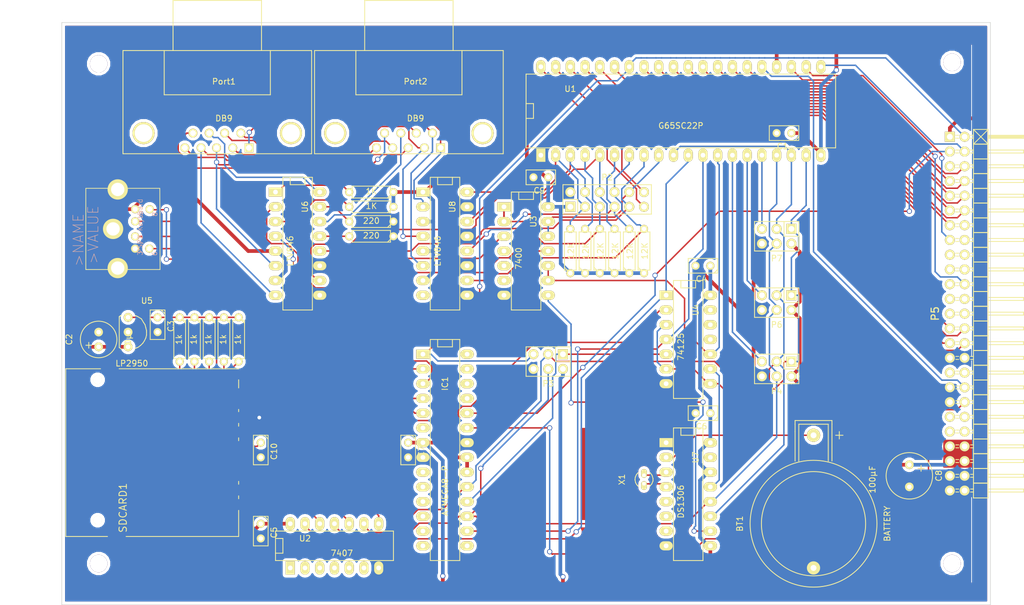
<source format=kicad_pcb>
(kicad_pcb (version 4) (host pcbnew "(2014-12-04 BZR 5312)-product")
  (layers (0 F.Cu signal) (31 B.Cu signal) (35 F.Paste user) (37 F.SilkS user) (39 F.Mask user) (44 Edge.Cuts user))
  (net 0 "")
  (net 1 GND)
  (net 2 PHI2)
  (net 3 /RESET)
  (net 4 /RW)
  (net 5 /CS_VIA)
  (net 6 /NMI)
  (net 7 /IRQ)
  (net 8 /Connector/D7)
  (net 9 /Connector/D6)
  (net 10 /Connector/D5)
  (net 11 /Connector/D4)
  (net 12 /Connector/D3)
  (net 13 /Connector/D2)
  (net 14 /Connector/D1)
  (net 15 /Connector/D0)
  (net 16 /Connector/A3)
  (net 17 /Connector/A2)
  (net 18 /Connector/A1)
  (net 19 /Connector/A0)
  (net 20 "Net-(BT1-Pad1)")
  (net 21 "Net-(C10-Pad1)")
  (net 22 "Net-(IC1-Pad2)")
  (net 23 "Net-(IC1-Pad4)")
  (net 24 /~SPI_SS2)
  (net 25 "/SD Card/SPI_MOSI")
  (net 26 "Net-(IC1-Pad18)")
  (net 27 "/SD Card/SPI_CLK")
  (net 28 "/SD Card/SPI_MISO")
  (net 29 /~SPI_SS4)
  (net 30 /~SPI_SS5)
  (net 31 /~SPI_SS6)
  (net 32 "Net-(Port1-Pad1)")
  (net 33 "Net-(Port1-Pad2)")
  (net 34 "Net-(Port1-Pad3)")
  (net 35 "Net-(Port1-Pad4)")
  (net 36 "Net-(Port1-Pad5)")
  (net 37 "Net-(Port1-Pad9)")
  (net 38 "Net-(Port1-Pad8)")
  (net 39 "Net-(Port1-Pad7)")
  (net 40 "Net-(Port1-Pad6)")
  (net 41 "Net-(Port2-Pad8)")
  (net 42 "/Joystick Ports/J_Fire2")
  (net 43 "/Joystick Ports/J_Fire1")
  (net 44 "/Joystick Ports/J_Down")
  (net 45 "/Joystick Ports/J_Right")
  (net 46 "/Joystick Ports/J_Left")
  (net 47 "Net-(R13-Pad2)")
  (net 48 "Net-(R14-Pad2)")
  (net 49 "Net-(R15-Pad2)")
  (net 50 "Net-(R16-Pad2)")
  (net 51 "/Joystick Ports/PortSel01")
  (net 52 "/Joystick Ports/PortSel02")
  (net 53 "/SD Card/SPI_SS1")
  (net 54 /~SPI_SS3)
  (net 55 "Net-(U3-Pad3)")
  (net 56 "Net-(U3-Pad8)")
  (net 57 "Net-(U3-Pad11)")
  (net 58 "Net-(U4-Pad9)")
  (net 59 "Net-(U7-Pad3)")
  (net 60 "Net-(U7-Pad4)")
  (net 61 /Connector/RESET_TRIG)
  (net 62 "Net-(R1-Pad2)")
  (net 63 "Net-(R2-Pad2)")
  (net 64 "Net-(R3-Pad2)")
  (net 65 "Net-(R4-Pad2)")
  (net 66 "Net-(R5-Pad2)")
  (net 67 "Net-(SDCARD1-Pad7)")
  (net 68 "/Joystick Ports/J_Up")
  (net 69 /CA1)
  (net 70 /CA2)
  (net 71 VCC)
  (net 72 "Net-(IC1-Pad3)")
  (net 73 "Net-(IC1-Pad5)")
  (module Pin_Headers:Pin_Header_Angled_2x25 (layer F.Cu) (at 216.535 95.885 270)
    (fp_text reference P5 (at 0 3.81 270) (layer F.SilkS) (effects (font (size 1.27 1.27) (thickness 0.2032))))
    (fp_text value CONN_02X25 hide)
    (pad 1 thru_hole rect (at -30.48 1.27 270) (size 1.7272 1.7272) (drill 1.016) (layers *.Cu *.Mask F.SilkS) (net 71 VCC))
    (pad 2 thru_hole oval (at -30.48 -1.27 270) (size 1.7272 1.7272) (drill 1.016) (layers *.Cu *.Mask F.SilkS) (net 3 /RESET))
    (pad 3 thru_hole oval (at -27.94 1.27 270) (size 1.7272 1.7272) (drill 1.016) (layers *.Cu *.Mask F.SilkS) (net 6 /NMI))
    (pad 4 thru_hole oval (at -27.94 -1.27 270) (size 1.7272 1.7272) (drill 1.016) (layers *.Cu *.Mask F.SilkS) (net 7 /IRQ))
    (pad 5 thru_hole oval (at -25.4 1.27 270) (size 1.7272 1.7272) (drill 1.016) (layers *.Cu *.Mask F.SilkS))
    (pad 6 thru_hole oval (at -25.4 -1.27 270) (size 1.7272 1.7272) (drill 1.016) (layers *.Cu *.Mask F.SilkS) (net 8 /Connector/D7))
    (pad 7 thru_hole oval (at -22.86 1.27 270) (size 1.7272 1.7272) (drill 1.016) (layers *.Cu *.Mask F.SilkS) (net 9 /Connector/D6))
    (pad 8 thru_hole oval (at -22.86 -1.27 270) (size 1.7272 1.7272) (drill 1.016) (layers *.Cu *.Mask F.SilkS) (net 10 /Connector/D5))
    (pad 9 thru_hole oval (at -20.32 1.27 270) (size 1.7272 1.7272) (drill 1.016) (layers *.Cu *.Mask F.SilkS) (net 11 /Connector/D4))
    (pad 10 thru_hole oval (at -20.32 -1.27 270) (size 1.7272 1.7272) (drill 1.016) (layers *.Cu *.Mask F.SilkS) (net 12 /Connector/D3))
    (pad 11 thru_hole oval (at -17.78 1.27 270) (size 1.7272 1.7272) (drill 1.016) (layers *.Cu *.Mask F.SilkS) (net 13 /Connector/D2))
    (pad 12 thru_hole oval (at -17.78 -1.27 270) (size 1.7272 1.7272) (drill 1.016) (layers *.Cu *.Mask F.SilkS) (net 14 /Connector/D1))
    (pad 13 thru_hole oval (at -15.24 1.27 270) (size 1.7272 1.7272) (drill 1.016) (layers *.Cu *.Mask F.SilkS) (net 15 /Connector/D0))
    (pad 14 thru_hole oval (at -15.24 -1.27 270) (size 1.7272 1.7272) (drill 1.016) (layers *.Cu *.Mask F.SilkS))
    (pad 15 thru_hole oval (at -12.7 1.27 270) (size 1.7272 1.7272) (drill 1.016) (layers *.Cu *.Mask F.SilkS) (net 4 /RW))
    (pad 16 thru_hole oval (at -12.7 -1.27 270) (size 1.7272 1.7272) (drill 1.016) (layers *.Cu *.Mask F.SilkS))
    (pad 17 thru_hole oval (at -10.16 1.27 270) (size 1.7272 1.7272) (drill 1.016) (layers *.Cu *.Mask F.SilkS))
    (pad 18 thru_hole oval (at -10.16 -1.27 270) (size 1.7272 1.7272) (drill 1.016) (layers *.Cu *.Mask F.SilkS))
    (pad 19 thru_hole oval (at -7.62 1.27 270) (size 1.7272 1.7272) (drill 1.016) (layers *.Cu *.Mask F.SilkS))
    (pad 20 thru_hole oval (at -7.62 -1.27 270) (size 1.7272 1.7272) (drill 1.016) (layers *.Cu *.Mask F.SilkS))
    (pad 21 thru_hole oval (at -5.08 1.27 270) (size 1.7272 1.7272) (drill 1.016) (layers *.Cu *.Mask F.SilkS))
    (pad 22 thru_hole oval (at -5.08 -1.27 270) (size 1.7272 1.7272) (drill 1.016) (layers *.Cu *.Mask F.SilkS) (net 5 /CS_VIA))
    (pad 23 thru_hole oval (at -2.54 1.27 270) (size 1.7272 1.7272) (drill 1.016) (layers *.Cu *.Mask F.SilkS))
    (pad 24 thru_hole oval (at -2.54 -1.27 270) (size 1.7272 1.7272) (drill 1.016) (layers *.Cu *.Mask F.SilkS))
    (pad 25 thru_hole oval (at 0 1.27 270) (size 1.7272 1.7272) (drill 1.016) (layers *.Cu *.Mask F.SilkS))
    (pad 26 thru_hole oval (at 0 -1.27 270) (size 1.7272 1.7272) (drill 1.016) (layers *.Cu *.Mask F.SilkS))
    (pad 27 thru_hole oval (at 2.54 1.27 270) (size 1.7272 1.7272) (drill 1.016) (layers *.Cu *.Mask F.SilkS) (net 16 /Connector/A3))
    (pad 28 thru_hole oval (at 2.54 -1.27 270) (size 1.7272 1.7272) (drill 1.016) (layers *.Cu *.Mask F.SilkS) (net 17 /Connector/A2))
    (pad 29 thru_hole oval (at 5.08 1.27 270) (size 1.7272 1.7272) (drill 1.016) (layers *.Cu *.Mask F.SilkS) (net 18 /Connector/A1))
    (pad 30 thru_hole oval (at 5.08 -1.27 270) (size 1.7272 1.7272) (drill 1.016) (layers *.Cu *.Mask F.SilkS) (net 19 /Connector/A0))
    (pad 31 thru_hole oval (at 7.62 1.27 270) (size 1.7272 1.7272) (drill 1.016) (layers *.Cu *.Mask F.SilkS) (net 1 GND))
    (pad 32 thru_hole oval (at 7.62 -1.27 270) (size 1.7272 1.7272) (drill 1.016) (layers *.Cu *.Mask F.SilkS) (net 1 GND))
    (pad 33 thru_hole oval (at 10.16 1.27 270) (size 1.7272 1.7272) (drill 1.016) (layers *.Cu *.Mask F.SilkS))
    (pad 34 thru_hole oval (at 10.16 -1.27 270) (size 1.7272 1.7272) (drill 1.016) (layers *.Cu *.Mask F.SilkS))
    (pad 35 thru_hole oval (at 12.7 1.27 270) (size 1.7272 1.7272) (drill 1.016) (layers *.Cu *.Mask F.SilkS) (net 1 GND))
    (pad 36 thru_hole oval (at 12.7 -1.27 270) (size 1.7272 1.7272) (drill 1.016) (layers *.Cu *.Mask F.SilkS) (net 2 PHI2))
    (pad 37 thru_hole oval (at 15.24 1.27 270) (size 1.7272 1.7272) (drill 1.016) (layers *.Cu *.Mask F.SilkS) (net 1 GND))
    (pad 38 thru_hole oval (at 15.24 -1.27 270) (size 1.7272 1.7272) (drill 1.016) (layers *.Cu *.Mask F.SilkS) (net 61 /Connector/RESET_TRIG))
    (pad 39 thru_hole oval (at 17.78 1.27 270) (size 1.7272 1.7272) (drill 1.016) (layers *.Cu *.Mask F.SilkS))
    (pad 40 thru_hole oval (at 17.78 -1.27 270) (size 1.7272 1.7272) (drill 1.016) (layers *.Cu *.Mask F.SilkS))
    (pad 41 thru_hole oval (at 20.32 1.27 270) (size 1.7272 1.7272) (drill 1.016) (layers *.Cu *.Mask F.SilkS))
    (pad 42 thru_hole oval (at 20.32 -1.27 270) (size 1.7272 1.7272) (drill 1.016) (layers *.Cu *.Mask F.SilkS))
    (pad 43 thru_hole oval (at 22.86 1.27 270) (size 1.7272 1.7272) (drill 1.016) (layers *.Cu *.Mask F.SilkS) (net 71 VCC))
    (pad 44 thru_hole oval (at 22.86 -1.27 270) (size 1.7272 1.7272) (drill 1.016) (layers *.Cu *.Mask F.SilkS) (net 71 VCC))
    (pad 45 thru_hole oval (at 25.4 1.27 270) (size 1.7272 1.7272) (drill 1.016) (layers *.Cu *.Mask F.SilkS) (net 71 VCC))
    (pad 46 thru_hole oval (at 25.4 -1.27 270) (size 1.7272 1.7272) (drill 1.016) (layers *.Cu *.Mask F.SilkS) (net 71 VCC))
    (pad 47 thru_hole oval (at 27.94 1.27 270) (size 1.7272 1.7272) (drill 1.016) (layers *.Cu *.Mask F.SilkS) (net 1 GND))
    (pad 48 thru_hole oval (at 27.94 -1.27 270) (size 1.7272 1.7272) (drill 1.016) (layers *.Cu *.Mask F.SilkS) (net 1 GND))
    (pad 49 thru_hole oval (at 30.48 1.27 270) (size 1.7272 1.7272) (drill 1.016) (layers *.Cu *.Mask F.SilkS) (net 1 GND))
    (pad 50 thru_hole oval (at 30.48 -1.27 270) (size 1.7272 1.7272) (drill 1.016) (layers *.Cu *.Mask F.SilkS) (net 1 GND))
  )
  (module Mounting_Holes:MountingHole_3mm (layer F.Cu) (at 68.58 52.832)
    (fp_text reference MH1 hide)
    (fp_text value MountingHole_3mm_RevA_Date21Jun2010 hide)
    (pad 1 thru_hole circle (at 0 0) (size 2.99974 2.99974) (drill 2.99974) (layers))
  )
  (module Mounting_Holes:MountingHole_3mm (layer F.Cu) (at 215.646 52.578)
    (fp_text reference MH2 hide)
    (fp_text value MountingHole_3mm_RevA_Date21Jun2010 hide)
    (pad 1 thru_hole circle (at 0 0) (size 2.99974 2.99974) (drill 2.99974) (layers))
  )
  (module Mounting_Holes:MountingHole_3mm (layer F.Cu) (at 68.58 138.938)
    (fp_text reference MH4 hide)
    (fp_text value MountingHole_3mm_RevA_Date21Jun2010 hide)
    (pad 1 thru_hole circle (at 0 0) (size 2.99974 2.99974) (drill 2.99974) (layers))
  )
  (module Mounting_Holes:MountingHole_3mm (layer F.Cu) (at 215.646 138.938)
    (fp_text reference MH3 hide)
    (fp_text value MountingHole_3mm_RevA_Date21Jun2010 hide)
    (pad 1 thru_hole circle (at 0 0) (size 2.99974 2.99974) (drill 2.99974) (layers))
  )
  (module Discret:CR2032H (layer F.Cu) (at 191.77 132.08 90)
    (fp_text reference BT1 (at 0 -12.7 90) (layer F.SilkS))
    (fp_text value BATTERY (at 0 12.7 90) (layer F.SilkS))
    (pad 2 thru_hole circle (at -7.62 0 90) (size 2.286 2.286) (drill 1.016) (layers *.Cu *.Mask F.SilkS) (net 1 GND))
    (pad 1 thru_hole circle (at 15.24 0 90) (size 2.286 2.286) (drill 1.016) (layers *.Cu *.Mask F.SilkS) (net 20 "Net-(BT1-Pad1)"))
  )
  (module Discret:C1 (layer F.Cu) (at 186.69 64.77 180)
    (fp_text reference C1 (at 0.254 -2.286 180) (layer F.SilkS))
    (fp_text value 100nF hide)
    (pad 1 thru_hole circle (at -1.27 0 180) (size 1.397 1.397) (drill 0.8128) (layers *.Cu *.Mask F.SilkS) (net 71 VCC))
    (pad 2 thru_hole circle (at 1.27 0 180) (size 1.397 1.397) (drill 0.8128) (layers *.Cu *.Mask F.SilkS) (net 1 GND))
  )
  (module Capacitors_Elko_ThroughHole:Elko_vert_11.2x6.3mm_RM2.5 (layer F.Cu) (at 68.58 101.6 90)
    (fp_text reference C2 (at 1.27 -5.08 90) (layer F.SilkS))
    (fp_text value 10µF (at 1.27 5.08 90) (layer F.SilkS))
    (fp_line (start 0.26924 -1.69926) (end 0.76962 -1.69926) (layer F.Cu) (width 0.15))
    (fp_line (start 0.26924 -1.69926) (end 0.26924 -2.19964) (layer F.Cu) (width 0.15))
    (fp_line (start -0.23114 -1.69926) (end 0.26924 -1.69926) (layer F.Cu) (width 0.15))
    (fp_line (start 0.26924 -1.69926) (end 0.26924 -1.30048) (layer F.Cu) (width 0.15))
    (fp_line (start 0.26924 -1.30048) (end 0.26924 -1.19888) (layer F.Cu) (width 0.15))
    (pad 2 thru_hole circle (at 2.54 0 90) (size 1.50114 1.50114) (drill 0.8001) (layers *.Cu *.Mask F.SilkS) (net 1 GND))
    (pad 1 thru_hole circle (at 0 0 90) (size 1.50114 1.50114) (drill 0.8001) (layers *.Cu *.Mask F.SilkS) (net 71 VCC))
  )
  (module Discret:C1 (layer F.Cu) (at 78.74 97.79 270)
    (fp_text reference C3 (at 0.254 -2.286 270) (layer F.SilkS))
    (fp_text value 100nF hide)
    (pad 1 thru_hole circle (at -1.27 0 270) (size 1.397 1.397) (drill 0.8128) (layers *.Cu *.Mask F.SilkS) (net 21 "Net-(C10-Pad1)"))
    (pad 2 thru_hole circle (at 1.27 0 270) (size 1.397 1.397) (drill 0.8128) (layers *.Cu *.Mask F.SilkS) (net 1 GND))
  )
  (module Discret:C1 (layer F.Cu) (at 172.72 87.63 180)
    (fp_text reference C4 (at 0.254 -2.286 180) (layer F.SilkS))
    (fp_text value 100nF hide)
    (pad 1 thru_hole circle (at -1.27 0 180) (size 1.397 1.397) (drill 0.8128) (layers *.Cu *.Mask F.SilkS) (net 71 VCC))
    (pad 2 thru_hole circle (at 1.27 0 180) (size 1.397 1.397) (drill 0.8128) (layers *.Cu *.Mask F.SilkS) (net 1 GND))
  )
  (module Discret:C1 (layer F.Cu) (at 96.52 133.35 270)
    (fp_text reference C5 (at 0.254 -2.286 270) (layer F.SilkS))
    (fp_text value 100nF hide)
    (pad 1 thru_hole circle (at -1.27 0 270) (size 1.397 1.397) (drill 0.8128) (layers *.Cu *.Mask F.SilkS) (net 71 VCC))
    (pad 2 thru_hole circle (at 1.27 0 270) (size 1.397 1.397) (drill 0.8128) (layers *.Cu *.Mask F.SilkS) (net 1 GND))
  )
  (module Discret:C1 (layer F.Cu) (at 172.72 113.03 180)
    (fp_text reference C6 (at 0.254 -2.286 180) (layer F.SilkS))
    (fp_text value 100nF hide)
    (pad 1 thru_hole circle (at -1.27 0 180) (size 1.397 1.397) (drill 0.8128) (layers *.Cu *.Mask F.SilkS) (net 71 VCC))
    (pad 2 thru_hole circle (at 1.27 0 180) (size 1.397 1.397) (drill 0.8128) (layers *.Cu *.Mask F.SilkS) (net 1 GND))
  )
  (module Discret:C1 (layer F.Cu) (at 121.92 119.38 270)
    (fp_text reference C7 (at 0.254 -2.286 270) (layer F.SilkS))
    (fp_text value 100nF hide)
    (pad 1 thru_hole circle (at -1.27 0 270) (size 1.397 1.397) (drill 0.8128) (layers *.Cu *.Mask F.SilkS) (net 71 VCC))
    (pad 2 thru_hole circle (at 1.27 0 270) (size 1.397 1.397) (drill 0.8128) (layers *.Cu *.Mask F.SilkS) (net 1 GND))
  )
  (module Capacitors_Elko_ThroughHole:Elko_vert_11.5x8mm_RM3.5 (layer F.Cu) (at 208.28 121.92 270)
    (fp_text reference C8 (at 1.905 -5.08 270) (layer F.SilkS))
    (fp_text value 100µF (at 2.54 6.35 270) (layer F.SilkS))
    (fp_line (start 0.635 -2.54) (end 0.635 -1.524) (layer F.Cu) (width 0.15))
    (fp_line (start 0.127 -2.032) (end 1.143 -2.032) (layer F.Cu) (width 0.15))
    (pad 2 thru_hole circle (at 3.81 0 270) (size 1.50114 1.50114) (drill 0.8001) (layers *.Cu *.Mask F.SilkS) (net 1 GND))
    (pad 1 thru_hole circle (at 0 0 270) (size 1.50114 1.50114) (drill 0.8001) (layers *.Cu *.Mask F.SilkS) (net 71 VCC))
  )
  (module Discret:C1 (layer F.Cu) (at 144.78 72.39 180)
    (fp_text reference C9 (at 0.254 -2.286 180) (layer F.SilkS))
    (fp_text value 100nF hide)
    (pad 1 thru_hole circle (at -1.27 0 180) (size 1.397 1.397) (drill 0.8128) (layers *.Cu *.Mask F.SilkS) (net 71 VCC))
    (pad 2 thru_hole circle (at 1.27 0 180) (size 1.397 1.397) (drill 0.8128) (layers *.Cu *.Mask F.SilkS) (net 1 GND))
  )
  (module Discret:C1 (layer F.Cu) (at 96.52 119.38 270)
    (fp_text reference C10 (at 0.254 -2.286 270) (layer F.SilkS))
    (fp_text value 100nF hide)
    (pad 1 thru_hole circle (at -1.27 0 270) (size 1.397 1.397) (drill 0.8128) (layers *.Cu *.Mask F.SilkS) (net 21 "Net-(C10-Pad1)"))
    (pad 2 thru_hole circle (at 1.27 0 270) (size 1.397 1.397) (drill 0.8128) (layers *.Cu *.Mask F.SilkS) (net 1 GND))
  )
  (module Sockets_DIP:DIP-28__300_ELL (layer F.Cu) (at 128.27 119.38 270)
    (fp_text reference IC1 (at -11.43 0 270) (layer F.SilkS))
    (fp_text value ATMEGA8-P (at 6.985 0 270) (layer F.SilkS))
    (pad 2 thru_hole oval (at -13.97 3.81 270) (size 1.5748 2.286) (drill 0.8128) (layers *.Cu *.Mask F.SilkS) (net 22 "Net-(IC1-Pad2)"))
    (pad 3 thru_hole oval (at -11.43 3.81 270) (size 1.5748 2.286) (drill 0.8128) (layers *.Cu *.Mask F.SilkS) (net 72 "Net-(IC1-Pad3)"))
    (pad 4 thru_hole oval (at -8.89 3.81 270) (size 1.5748 2.286) (drill 0.8128) (layers *.Cu *.Mask F.SilkS) (net 23 "Net-(IC1-Pad4)"))
    (pad 5 thru_hole oval (at -6.35 3.81 270) (size 1.5748 2.286) (drill 0.8128) (layers *.Cu *.Mask F.SilkS) (net 73 "Net-(IC1-Pad5)"))
    (pad 6 thru_hole oval (at -3.81 3.81 270) (size 1.5748 2.286) (drill 0.8128) (layers *.Cu *.Mask F.SilkS))
    (pad 7 thru_hole oval (at -1.27 3.81 270) (size 1.5748 2.286) (drill 0.8128) (layers *.Cu *.Mask F.SilkS) (net 71 VCC))
    (pad 8 thru_hole oval (at 1.27 3.81 270) (size 1.5748 2.286) (drill 0.8128) (layers *.Cu *.Mask F.SilkS) (net 1 GND))
    (pad 9 thru_hole oval (at 3.81 3.81 270) (size 1.5748 2.286) (drill 0.8128) (layers *.Cu *.Mask F.SilkS))
    (pad 10 thru_hole oval (at 6.35 3.81 270) (size 1.5748 2.286) (drill 0.8128) (layers *.Cu *.Mask F.SilkS))
    (pad 11 thru_hole oval (at 8.89 3.81 270) (size 1.5748 2.286) (drill 0.8128) (layers *.Cu *.Mask F.SilkS))
    (pad 12 thru_hole oval (at 11.43 3.81 270) (size 1.5748 2.286) (drill 0.8128) (layers *.Cu *.Mask F.SilkS))
    (pad 13 thru_hole oval (at 13.97 3.81 270) (size 1.5748 2.286) (drill 0.8128) (layers *.Cu *.Mask F.SilkS))
    (pad 14 thru_hole oval (at 16.51 3.81 270) (size 1.5748 2.286) (drill 0.8128) (layers *.Cu *.Mask F.SilkS))
    (pad 1 thru_hole rect (at -16.51 3.81 270) (size 1.5748 2.286) (drill 0.8128) (layers *.Cu *.Mask F.SilkS) (net 3 /RESET))
    (pad 15 thru_hole oval (at 16.51 -3.81 270) (size 1.5748 2.286) (drill 0.8128) (layers *.Cu *.Mask F.SilkS))
    (pad 16 thru_hole oval (at 13.97 -3.81 270) (size 1.5748 2.286) (drill 0.8128) (layers *.Cu *.Mask F.SilkS) (net 24 /~SPI_SS2))
    (pad 17 thru_hole oval (at 11.43 -3.81 270) (size 1.5748 2.286) (drill 0.8128) (layers *.Cu *.Mask F.SilkS) (net 25 "/SD Card/SPI_MOSI"))
    (pad 18 thru_hole oval (at 8.89 -3.81 270) (size 1.5748 2.286) (drill 0.8128) (layers *.Cu *.Mask F.SilkS) (net 26 "Net-(IC1-Pad18)"))
    (pad 19 thru_hole oval (at 6.35 -3.81 270) (size 1.5748 2.286) (drill 0.8128) (layers *.Cu *.Mask F.SilkS) (net 27 "/SD Card/SPI_CLK"))
    (pad 20 thru_hole oval (at 3.81 -3.81 270) (size 1.5748 2.286) (drill 0.8128) (layers *.Cu *.Mask F.SilkS) (net 71 VCC))
    (pad 21 thru_hole oval (at 1.27 -3.81 270) (size 1.5748 2.286) (drill 0.8128) (layers *.Cu *.Mask F.SilkS) (net 71 VCC))
    (pad 22 thru_hole oval (at -1.27 -3.81 270) (size 1.5748 2.286) (drill 0.8128) (layers *.Cu *.Mask F.SilkS) (net 1 GND))
    (pad 23 thru_hole oval (at -3.81 -3.81 270) (size 1.5748 2.286) (drill 0.8128) (layers *.Cu *.Mask F.SilkS) (net 61 /Connector/RESET_TRIG))
    (pad 24 thru_hole oval (at -6.35 -3.81 270) (size 1.5748 2.286) (drill 0.8128) (layers *.Cu *.Mask F.SilkS) (net 6 /NMI))
    (pad 25 thru_hole oval (at -8.89 -3.81 270) (size 1.5748 2.286) (drill 0.8128) (layers *.Cu *.Mask F.SilkS))
    (pad 26 thru_hole oval (at -11.43 -3.81 270) (size 1.5748 2.286) (drill 0.8128) (layers *.Cu *.Mask F.SilkS))
    (pad 27 thru_hole oval (at -13.97 -3.81 270) (size 1.5748 2.286) (drill 0.8128) (layers *.Cu *.Mask F.SilkS))
    (pad 28 thru_hole oval (at -16.51 -3.81 270) (size 1.5748 2.286) (drill 0.8128) (layers *.Cu *.Mask F.SilkS))
  )
  (module Steckschwein:mini_din-M_DIN6 (layer F.Cu) (at 71.12 81.28 90)
    (fp_text reference P1 (at -1.8796 4.6228 90) (layer B.SilkS) (effects (font (size 0.8128 0.8128) (thickness 0.0889))))
    (fp_text value "PS/2 Keyboard" (at 0.49784 4.6228 90) (layer B.SilkS) (effects (font (size 0.8128 0.8128) (thickness 0.0889))))
    (fp_text user 3 (at -4.17322 4.6228 90) (layer B.SilkS) (effects (font (size 0.8128 0.8128) (thickness 0.0889))))
    (fp_text user 5 (at 2.68478 4.66344 90) (layer B.SilkS) (effects (font (size 0.8128 0.8128) (thickness 0.0889))))
    (fp_text user 6 (at -4.24942 7.12216 90) (layer B.SilkS) (effects (font (size 0.8128 0.8128) (thickness 0.0889))))
    (fp_text user 8 (at 2.51714 7.1628 90) (layer B.SilkS) (effects (font (size 0.8128 0.8128) (thickness 0.0889))))
    (fp_text user >NAME (at -1.905 -6.01726 90) (layer B.SilkS) (effects (font (size 1.778 1.778) (thickness 0.0889))))
    (fp_text user >VALUE (at -1.016 -3.47726 90) (layer B.SilkS) (effects (font (size 1.778 1.778) (thickness 0.0889))))
    (pad 1 thru_hole circle (at -1.29794 3.74904 90) (size 1.4224 2.8448) (drill 0.89916) (layers *.Cu F.Paste F.SilkS F.Mask) (net 22 "Net-(IC1-Pad2)"))
    (pad 2 thru_hole circle (at 1.29794 3.74904 90) (size 1.4224 2.8448) (drill 0.89916) (layers *.Cu F.Paste F.SilkS F.Mask) (net 72 "Net-(IC1-Pad3)"))
    (pad 3 thru_hole circle (at -3.39852 3.74904 90) (size 1.4224 2.8448) (drill 0.89916) (layers *.Cu F.Paste F.SilkS F.Mask) (net 1 GND))
    (pad 5 thru_hole circle (at 3.39852 3.74904 90) (size 1.4224 2.8448) (drill 0.89916) (layers *.Cu F.Paste F.SilkS F.Mask) (net 71 VCC))
    (pad 6 thru_hole circle (at -3.39852 6.1976 90) (size 1.4224 2.8448) (drill 0.89916) (layers *.Cu F.Paste F.SilkS F.Mask) (net 23 "Net-(IC1-Pad4)"))
    (pad 8 thru_hole circle (at 3.39852 6.2484 90) (size 1.4224 2.8448) (drill 0.89916) (layers *.Cu F.Paste F.SilkS F.Mask) (net 73 "Net-(IC1-Pad5)"))
    (pad SH1 thru_hole circle (at 6.79958 0.7493 90) (size 3.49758 3.49758) (drill 2.2987) (layers *.Cu F.Paste F.SilkS F.Mask) (net 1 GND))
    (pad SH2 thru_hole circle (at 0 -0.04826 90) (size 3.49758 3.49758) (drill 2.2987) (layers *.Cu F.Paste F.SilkS F.Mask) (net 1 GND))
    (pad SH3 thru_hole circle (at -6.74878 0.7493 90) (size 3.49758 3.49758) (drill 2.2987) (layers *.Cu F.Paste F.SilkS F.Mask) (net 1 GND))
  )
  (module Pin_Headers:Pin_Header_Straight_2x03 (layer F.Cu) (at 146.05 104.14 180)
    (fp_text reference P3 (at 0 -3.81 180) (layer F.SilkS))
    (fp_text value ISP hide)
    (pad 1 thru_hole rect (at -2.54 1.27 180) (size 1.7272 1.7272) (drill 1.016) (layers *.Cu *.Mask F.SilkS) (net 26 "Net-(IC1-Pad18)"))
    (pad 2 thru_hole oval (at -2.54 -1.27 180) (size 1.7272 1.7272) (drill 1.016) (layers *.Cu *.Mask F.SilkS) (net 71 VCC))
    (pad 3 thru_hole oval (at 0 1.27 180) (size 1.7272 1.7272) (drill 1.016) (layers *.Cu *.Mask F.SilkS) (net 27 "/SD Card/SPI_CLK"))
    (pad 4 thru_hole oval (at 0 -1.27 180) (size 1.7272 1.7272) (drill 1.016) (layers *.Cu *.Mask F.SilkS) (net 25 "/SD Card/SPI_MOSI"))
    (pad 5 thru_hole oval (at 2.54 1.27 180) (size 1.7272 1.7272) (drill 1.016) (layers *.Cu *.Mask F.SilkS) (net 3 /RESET))
    (pad 6 thru_hole oval (at 2.54 -1.27 180) (size 1.7272 1.7272) (drill 1.016) (layers *.Cu *.Mask F.SilkS) (net 1 GND))
  )
  (module Pin_Headers:Pin_Header_Straight_2x03 (layer F.Cu) (at 185.42 105.41 180)
    (fp_text reference P4 (at 0 -3.81 180) (layer F.SilkS))
    (fp_text value SPI4 hide)
    (pad 1 thru_hole rect (at -2.54 1.27 180) (size 1.7272 1.7272) (drill 1.016) (layers *.Cu *.Mask F.SilkS) (net 28 "/SD Card/SPI_MISO"))
    (pad 2 thru_hole oval (at -2.54 -1.27 180) (size 1.7272 1.7272) (drill 1.016) (layers *.Cu *.Mask F.SilkS) (net 71 VCC))
    (pad 3 thru_hole oval (at 0 1.27 180) (size 1.7272 1.7272) (drill 1.016) (layers *.Cu *.Mask F.SilkS) (net 27 "/SD Card/SPI_CLK"))
    (pad 4 thru_hole oval (at 0 -1.27 180) (size 1.7272 1.7272) (drill 1.016) (layers *.Cu *.Mask F.SilkS) (net 25 "/SD Card/SPI_MOSI"))
    (pad 5 thru_hole oval (at 2.54 1.27 180) (size 1.7272 1.7272) (drill 1.016) (layers *.Cu *.Mask F.SilkS) (net 29 /~SPI_SS4))
    (pad 6 thru_hole oval (at 2.54 -1.27 180) (size 1.7272 1.7272) (drill 1.016) (layers *.Cu *.Mask F.SilkS) (net 1 GND))
  )
  (module Pin_Headers:Pin_Header_Straight_2x03 (layer F.Cu) (at 185.42 93.98 180)
    (fp_text reference P6 (at 0 -3.81 180) (layer F.SilkS))
    (fp_text value SPI5 hide)
    (pad 1 thru_hole rect (at -2.54 1.27 180) (size 1.7272 1.7272) (drill 1.016) (layers *.Cu *.Mask F.SilkS) (net 28 "/SD Card/SPI_MISO"))
    (pad 2 thru_hole oval (at -2.54 -1.27 180) (size 1.7272 1.7272) (drill 1.016) (layers *.Cu *.Mask F.SilkS) (net 71 VCC))
    (pad 3 thru_hole oval (at 0 1.27 180) (size 1.7272 1.7272) (drill 1.016) (layers *.Cu *.Mask F.SilkS) (net 27 "/SD Card/SPI_CLK"))
    (pad 4 thru_hole oval (at 0 -1.27 180) (size 1.7272 1.7272) (drill 1.016) (layers *.Cu *.Mask F.SilkS) (net 25 "/SD Card/SPI_MOSI"))
    (pad 5 thru_hole oval (at 2.54 1.27 180) (size 1.7272 1.7272) (drill 1.016) (layers *.Cu *.Mask F.SilkS) (net 30 /~SPI_SS5))
    (pad 6 thru_hole oval (at 2.54 -1.27 180) (size 1.7272 1.7272) (drill 1.016) (layers *.Cu *.Mask F.SilkS) (net 1 GND))
  )
  (module Pin_Headers:Pin_Header_Straight_2x03 (layer F.Cu) (at 185.42 82.55 180)
    (fp_text reference P7 (at 0 -3.81 180) (layer F.SilkS))
    (fp_text value SPI6 hide)
    (pad 1 thru_hole rect (at -2.54 1.27 180) (size 1.7272 1.7272) (drill 1.016) (layers *.Cu *.Mask F.SilkS) (net 28 "/SD Card/SPI_MISO"))
    (pad 2 thru_hole oval (at -2.54 -1.27 180) (size 1.7272 1.7272) (drill 1.016) (layers *.Cu *.Mask F.SilkS) (net 71 VCC))
    (pad 3 thru_hole oval (at 0 1.27 180) (size 1.7272 1.7272) (drill 1.016) (layers *.Cu *.Mask F.SilkS) (net 27 "/SD Card/SPI_CLK"))
    (pad 4 thru_hole oval (at 0 -1.27 180) (size 1.7272 1.7272) (drill 1.016) (layers *.Cu *.Mask F.SilkS) (net 25 "/SD Card/SPI_MOSI"))
    (pad 5 thru_hole oval (at 2.54 1.27 180) (size 1.7272 1.7272) (drill 1.016) (layers *.Cu *.Mask F.SilkS) (net 31 /~SPI_SS6))
    (pad 6 thru_hole oval (at 2.54 -1.27 180) (size 1.7272 1.7272) (drill 1.016) (layers *.Cu *.Mask F.SilkS) (net 1 GND))
  )
  (module Connect:DB9MC (layer F.Cu) (at 88.9 66.04)
    (fp_text reference Port1 (at 1.27 -10.16) (layer F.SilkS))
    (fp_text value DB9 (at 1.27 -3.81) (layer F.SilkS))
    (pad "" thru_hole circle (at 12.827 -1.27) (size 3.81 3.81) (drill 3.048) (layers *.Cu *.Mask F.SilkS))
    (pad "" thru_hole circle (at -12.573 -1.27) (size 3.81 3.81) (drill 3.048) (layers *.Cu *.Mask F.SilkS))
    (pad 1 thru_hole rect (at 5.588 1.27) (size 1.524 1.524) (drill 1.016) (layers *.Cu *.Mask F.SilkS) (net 32 "Net-(Port1-Pad1)"))
    (pad 2 thru_hole circle (at 2.794 1.27) (size 1.524 1.524) (drill 1.016) (layers *.Cu *.Mask F.SilkS) (net 33 "Net-(Port1-Pad2)"))
    (pad 3 thru_hole circle (at 0 1.27) (size 1.524 1.524) (drill 1.016) (layers *.Cu *.Mask F.SilkS) (net 34 "Net-(Port1-Pad3)"))
    (pad 4 thru_hole circle (at -2.667 1.27) (size 1.524 1.524) (drill 1.016) (layers *.Cu *.Mask F.SilkS) (net 35 "Net-(Port1-Pad4)"))
    (pad 5 thru_hole circle (at -5.461 1.27) (size 1.524 1.524) (drill 1.016) (layers *.Cu *.Mask F.SilkS) (net 36 "Net-(Port1-Pad5)"))
    (pad 9 thru_hole circle (at -4.064 -1.27) (size 1.524 1.524) (drill 1.016) (layers *.Cu *.Mask F.SilkS) (net 37 "Net-(Port1-Pad9)"))
    (pad 8 thru_hole circle (at -1.27 -1.27) (size 1.524 1.524) (drill 1.016) (layers *.Cu *.Mask F.SilkS) (net 38 "Net-(Port1-Pad8)"))
    (pad 7 thru_hole circle (at 1.397 -1.27) (size 1.524 1.524) (drill 1.016) (layers *.Cu *.Mask F.SilkS) (net 39 "Net-(Port1-Pad7)"))
    (pad 6 thru_hole circle (at 4.191 -1.27) (size 1.524 1.524) (drill 1.016) (layers *.Cu *.Mask F.SilkS) (net 40 "Net-(Port1-Pad6)"))
  )
  (module Connect:DB9MC (layer F.Cu) (at 121.92 66.04)
    (fp_text reference Port2 (at 1.27 -10.16) (layer F.SilkS))
    (fp_text value DB9 (at 1.27 -3.81) (layer F.SilkS))
    (pad "" thru_hole circle (at 12.827 -1.27) (size 3.81 3.81) (drill 3.048) (layers *.Cu *.Mask F.SilkS))
    (pad "" thru_hole circle (at -12.573 -1.27) (size 3.81 3.81) (drill 3.048) (layers *.Cu *.Mask F.SilkS))
    (pad 1 thru_hole rect (at 5.588 1.27) (size 1.524 1.524) (drill 1.016) (layers *.Cu *.Mask F.SilkS) (net 32 "Net-(Port1-Pad1)"))
    (pad 2 thru_hole circle (at 2.794 1.27) (size 1.524 1.524) (drill 1.016) (layers *.Cu *.Mask F.SilkS) (net 33 "Net-(Port1-Pad2)"))
    (pad 3 thru_hole circle (at 0 1.27) (size 1.524 1.524) (drill 1.016) (layers *.Cu *.Mask F.SilkS) (net 34 "Net-(Port1-Pad3)"))
    (pad 4 thru_hole circle (at -2.667 1.27) (size 1.524 1.524) (drill 1.016) (layers *.Cu *.Mask F.SilkS) (net 35 "Net-(Port1-Pad4)"))
    (pad 5 thru_hole circle (at -5.461 1.27) (size 1.524 1.524) (drill 1.016) (layers *.Cu *.Mask F.SilkS) (net 36 "Net-(Port1-Pad5)"))
    (pad 9 thru_hole circle (at -4.064 -1.27) (size 1.524 1.524) (drill 1.016) (layers *.Cu *.Mask F.SilkS) (net 37 "Net-(Port1-Pad9)"))
    (pad 8 thru_hole circle (at -1.27 -1.27) (size 1.524 1.524) (drill 1.016) (layers *.Cu *.Mask F.SilkS) (net 41 "Net-(Port2-Pad8)"))
    (pad 7 thru_hole circle (at 1.397 -1.27) (size 1.524 1.524) (drill 1.016) (layers *.Cu *.Mask F.SilkS) (net 39 "Net-(Port1-Pad7)"))
    (pad 6 thru_hole circle (at 4.191 -1.27) (size 1.524 1.524) (drill 1.016) (layers *.Cu *.Mask F.SilkS) (net 40 "Net-(Port1-Pad6)"))
  )
  (module Discret:R3 (layer F.Cu) (at 90.17 100.33 270)
    (fp_text reference R1 hide)
    (fp_text value 1k (at 0 0.127 270) (layer F.SilkS))
    (pad 1 thru_hole circle (at -3.81 0 270) (size 1.397 1.397) (drill 0.8128) (layers *.Cu *.Mask F.SilkS) (net 21 "Net-(C10-Pad1)"))
    (pad 2 thru_hole circle (at 3.81 0 270) (size 1.397 1.397) (drill 0.8128) (layers *.Cu *.Mask F.SilkS) (net 62 "Net-(R1-Pad2)"))
  )
  (module Discret:R3 (layer F.Cu) (at 87.63 100.33 270)
    (fp_text reference R2 hide)
    (fp_text value 1k (at 0 0.127 270) (layer F.SilkS))
    (pad 1 thru_hole circle (at -3.81 0 270) (size 1.397 1.397) (drill 0.8128) (layers *.Cu *.Mask F.SilkS) (net 21 "Net-(C10-Pad1)"))
    (pad 2 thru_hole circle (at 3.81 0 270) (size 1.397 1.397) (drill 0.8128) (layers *.Cu *.Mask F.SilkS) (net 63 "Net-(R2-Pad2)"))
  )
  (module Discret:R3 (layer F.Cu) (at 85.09 100.33 270)
    (fp_text reference R3 hide)
    (fp_text value 1k (at 0 0.127 270) (layer F.SilkS))
    (pad 1 thru_hole circle (at -3.81 0 270) (size 1.397 1.397) (drill 0.8128) (layers *.Cu *.Mask F.SilkS) (net 21 "Net-(C10-Pad1)"))
    (pad 2 thru_hole circle (at 3.81 0 270) (size 1.397 1.397) (drill 0.8128) (layers *.Cu *.Mask F.SilkS) (net 64 "Net-(R3-Pad2)"))
  )
  (module Discret:R3 (layer F.Cu) (at 82.55 100.33 270)
    (fp_text reference R4 hide)
    (fp_text value 1k (at 0 0.127 270) (layer F.SilkS))
    (pad 1 thru_hole circle (at -3.81 0 270) (size 1.397 1.397) (drill 0.8128) (layers *.Cu *.Mask F.SilkS) (net 21 "Net-(C10-Pad1)"))
    (pad 2 thru_hole circle (at 3.81 0 270) (size 1.397 1.397) (drill 0.8128) (layers *.Cu *.Mask F.SilkS) (net 65 "Net-(R4-Pad2)"))
  )
  (module Discret:R3 (layer F.Cu) (at 92.71 100.33 270)
    (fp_text reference R5 hide)
    (fp_text value 1k (at 0 0.127 270) (layer F.SilkS))
    (pad 1 thru_hole circle (at -3.81 0 270) (size 1.397 1.397) (drill 0.8128) (layers *.Cu *.Mask F.SilkS) (net 21 "Net-(C10-Pad1)"))
    (pad 2 thru_hole circle (at 3.81 0 270) (size 1.397 1.397) (drill 0.8128) (layers *.Cu *.Mask F.SilkS) (net 66 "Net-(R5-Pad2)"))
  )
  (module Discret:R3 (layer F.Cu) (at 162.56 85.09 90)
    (fp_text reference R7 hide)
    (fp_text value 12K (at 0 0.127 90) (layer F.SilkS))
    (pad 1 thru_hole circle (at -3.81 0 90) (size 1.397 1.397) (drill 0.8128) (layers *.Cu *.Mask F.SilkS) (net 71 VCC))
    (pad 2 thru_hole circle (at 3.81 0 90) (size 1.397 1.397) (drill 0.8128) (layers *.Cu *.Mask F.SilkS) (net 42 "/Joystick Ports/J_Fire2"))
  )
  (module Discret:R3 (layer F.Cu) (at 160.02 85.09 90)
    (fp_text reference R8 hide)
    (fp_text value 12K (at 0 0.127 90) (layer F.SilkS))
    (pad 1 thru_hole circle (at -3.81 0 90) (size 1.397 1.397) (drill 0.8128) (layers *.Cu *.Mask F.SilkS) (net 71 VCC))
    (pad 2 thru_hole circle (at 3.81 0 90) (size 1.397 1.397) (drill 0.8128) (layers *.Cu *.Mask F.SilkS) (net 43 "/Joystick Ports/J_Fire1"))
  )
  (module Discret:R3 (layer F.Cu) (at 152.4 85.09 90)
    (fp_text reference R9 hide)
    (fp_text value 12K (at 0 0.127 90) (layer F.SilkS))
    (pad 1 thru_hole circle (at -3.81 0 90) (size 1.397 1.397) (drill 0.8128) (layers *.Cu *.Mask F.SilkS) (net 71 VCC))
    (pad 2 thru_hole circle (at 3.81 0 90) (size 1.397 1.397) (drill 0.8128) (layers *.Cu *.Mask F.SilkS) (net 44 "/Joystick Ports/J_Down"))
  )
  (module Discret:R3 (layer F.Cu) (at 149.86 85.09 90)
    (fp_text reference R10 hide)
    (fp_text value 12K (at 0 0.127 90) (layer F.SilkS))
    (pad 1 thru_hole circle (at -3.81 0 90) (size 1.397 1.397) (drill 0.8128) (layers *.Cu *.Mask F.SilkS) (net 71 VCC))
    (pad 2 thru_hole circle (at 3.81 0 90) (size 1.397 1.397) (drill 0.8128) (layers *.Cu *.Mask F.SilkS) (net 68 "/Joystick Ports/J_Up"))
  )
  (module Discret:R3 (layer F.Cu) (at 157.48 85.09 90)
    (fp_text reference R11 hide)
    (fp_text value 12K (at 0 0.127 90) (layer F.SilkS))
    (pad 1 thru_hole circle (at -3.81 0 90) (size 1.397 1.397) (drill 0.8128) (layers *.Cu *.Mask F.SilkS) (net 71 VCC))
    (pad 2 thru_hole circle (at 3.81 0 90) (size 1.397 1.397) (drill 0.8128) (layers *.Cu *.Mask F.SilkS) (net 45 "/Joystick Ports/J_Right"))
  )
  (module Discret:R3 (layer F.Cu) (at 154.94 85.09 90)
    (fp_text reference R12 hide)
    (fp_text value 12K (at 0 0.127 90) (layer F.SilkS))
    (pad 1 thru_hole circle (at -3.81 0 90) (size 1.397 1.397) (drill 0.8128) (layers *.Cu *.Mask F.SilkS) (net 71 VCC))
    (pad 2 thru_hole circle (at 3.81 0 90) (size 1.397 1.397) (drill 0.8128) (layers *.Cu *.Mask F.SilkS) (net 46 "/Joystick Ports/J_Left"))
  )
  (module Discret:R3 (layer F.Cu) (at 115.57 80.01 180)
    (fp_text reference R13 hide)
    (fp_text value 220 (at 0 0.127 180) (layer F.SilkS))
    (pad 1 thru_hole circle (at -3.81 0 180) (size 1.397 1.397) (drill 0.8128) (layers *.Cu *.Mask F.SilkS) (net 1 GND))
    (pad 2 thru_hole circle (at 3.81 0 180) (size 1.397 1.397) (drill 0.8128) (layers *.Cu *.Mask F.SilkS) (net 47 "Net-(R13-Pad2)"))
  )
  (module Discret:R3 (layer F.Cu) (at 115.57 82.55 180)
    (fp_text reference R14 hide)
    (fp_text value 220 (at 0 0.127 180) (layer F.SilkS))
    (pad 1 thru_hole circle (at -3.81 0 180) (size 1.397 1.397) (drill 0.8128) (layers *.Cu *.Mask F.SilkS) (net 1 GND))
    (pad 2 thru_hole circle (at 3.81 0 180) (size 1.397 1.397) (drill 0.8128) (layers *.Cu *.Mask F.SilkS) (net 48 "Net-(R14-Pad2)"))
  )
  (module Discret:R3 (layer F.Cu) (at 115.57 74.93 180)
    (fp_text reference R15 hide)
    (fp_text value 1K (at 0 0.127 180) (layer F.SilkS))
    (pad 1 thru_hole circle (at -3.81 0 180) (size 1.397 1.397) (drill 0.8128) (layers *.Cu *.Mask F.SilkS) (net 71 VCC))
    (pad 2 thru_hole circle (at 3.81 0 180) (size 1.397 1.397) (drill 0.8128) (layers *.Cu *.Mask F.SilkS) (net 49 "Net-(R15-Pad2)"))
  )
  (module Discret:R3 (layer F.Cu) (at 115.57 77.47 180)
    (fp_text reference R16 hide)
    (fp_text value 1K (at 0 0.127 180) (layer F.SilkS))
    (pad 1 thru_hole circle (at -3.81 0 180) (size 1.397 1.397) (drill 0.8128) (layers *.Cu *.Mask F.SilkS) (net 71 VCC))
    (pad 2 thru_hole circle (at 3.81 0 180) (size 1.397 1.397) (drill 0.8128) (layers *.Cu *.Mask F.SilkS) (net 50 "Net-(R16-Pad2)"))
  )
  (module Sockets_DIP:DIP-40__600_ELL (layer F.Cu) (at 168.91 60.96)
    (fp_text reference U1 (at -19.05 -3.81) (layer F.SilkS))
    (fp_text value G65SC22P (at 0 2.54) (layer F.SilkS))
    (pad 1 thru_hole rect (at -24.13 7.62) (size 1.5748 2.286) (drill 0.8128) (layers *.Cu *.Mask F.SilkS) (net 1 GND))
    (pad 2 thru_hole oval (at -21.59 7.62) (size 1.5748 2.286) (drill 0.8128) (layers *.Cu *.Mask F.SilkS) (net 68 "/Joystick Ports/J_Up"))
    (pad 3 thru_hole oval (at -19.05 7.62) (size 1.5748 2.286) (drill 0.8128) (layers *.Cu *.Mask F.SilkS) (net 44 "/Joystick Ports/J_Down"))
    (pad 4 thru_hole oval (at -16.51 7.62) (size 1.5748 2.286) (drill 0.8128) (layers *.Cu *.Mask F.SilkS) (net 46 "/Joystick Ports/J_Left"))
    (pad 5 thru_hole oval (at -13.97 7.62) (size 1.5748 2.286) (drill 0.8128) (layers *.Cu *.Mask F.SilkS) (net 45 "/Joystick Ports/J_Right"))
    (pad 6 thru_hole oval (at -11.43 7.62) (size 1.5748 2.286) (drill 0.8128) (layers *.Cu *.Mask F.SilkS) (net 43 "/Joystick Ports/J_Fire1"))
    (pad 7 thru_hole oval (at -8.89 7.62) (size 1.5748 2.286) (drill 0.8128) (layers *.Cu *.Mask F.SilkS) (net 42 "/Joystick Ports/J_Fire2"))
    (pad 8 thru_hole oval (at -6.35 7.62) (size 1.5748 2.286) (drill 0.8128) (layers *.Cu *.Mask F.SilkS) (net 51 "/Joystick Ports/PortSel01"))
    (pad 9 thru_hole oval (at -3.81 7.62) (size 1.5748 2.286) (drill 0.8128) (layers *.Cu *.Mask F.SilkS) (net 52 "/Joystick Ports/PortSel02"))
    (pad 10 thru_hole oval (at -1.27 7.62) (size 1.5748 2.286) (drill 0.8128) (layers *.Cu *.Mask F.SilkS) (net 27 "/SD Card/SPI_CLK"))
    (pad 11 thru_hole oval (at 1.27 7.62) (size 1.5748 2.286) (drill 0.8128) (layers *.Cu *.Mask F.SilkS) (net 53 "/SD Card/SPI_SS1"))
    (pad 12 thru_hole oval (at 3.81 7.62) (size 1.5748 2.286) (drill 0.8128) (layers *.Cu *.Mask F.SilkS) (net 24 /~SPI_SS2))
    (pad 13 thru_hole oval (at 6.35 7.62) (size 1.5748 2.286) (drill 0.8128) (layers *.Cu *.Mask F.SilkS) (net 54 /~SPI_SS3))
    (pad 14 thru_hole oval (at 8.89 7.62) (size 1.5748 2.286) (drill 0.8128) (layers *.Cu *.Mask F.SilkS) (net 29 /~SPI_SS4))
    (pad 15 thru_hole oval (at 11.43 7.62) (size 1.5748 2.286) (drill 0.8128) (layers *.Cu *.Mask F.SilkS) (net 30 /~SPI_SS5))
    (pad 16 thru_hole oval (at 13.97 7.62) (size 1.5748 2.286) (drill 0.8128) (layers *.Cu *.Mask F.SilkS) (net 31 /~SPI_SS6))
    (pad 17 thru_hole oval (at 16.51 7.62) (size 1.5748 2.286) (drill 0.8128) (layers *.Cu *.Mask F.SilkS) (net 25 "/SD Card/SPI_MOSI"))
    (pad 18 thru_hole oval (at 19.05 7.62) (size 1.5748 2.286) (drill 0.8128) (layers *.Cu *.Mask F.SilkS) (net 27 "/SD Card/SPI_CLK"))
    (pad 19 thru_hole oval (at 21.59 7.62) (size 1.5748 2.286) (drill 0.8128) (layers *.Cu *.Mask F.SilkS) (net 28 "/SD Card/SPI_MISO"))
    (pad 20 thru_hole oval (at 24.13 7.62) (size 1.5748 2.286) (drill 0.8128) (layers *.Cu *.Mask F.SilkS) (net 71 VCC))
    (pad 21 thru_hole oval (at 24.13 -7.62) (size 1.5748 2.286) (drill 0.8128) (layers *.Cu *.Mask F.SilkS) (net 7 /IRQ))
    (pad 22 thru_hole oval (at 21.59 -7.62) (size 1.5748 2.286) (drill 0.8128) (layers *.Cu *.Mask F.SilkS) (net 4 /RW))
    (pad 23 thru_hole oval (at 19.05 -7.62) (size 1.5748 2.286) (drill 0.8128) (layers *.Cu *.Mask F.SilkS) (net 5 /CS_VIA))
    (pad 24 thru_hole oval (at 16.51 -7.62) (size 1.5748 2.286) (drill 0.8128) (layers *.Cu *.Mask F.SilkS) (net 71 VCC))
    (pad 25 thru_hole oval (at 13.97 -7.62) (size 1.5748 2.286) (drill 0.8128) (layers *.Cu *.Mask F.SilkS) (net 2 PHI2))
    (pad 26 thru_hole oval (at 11.43 -7.62) (size 1.5748 2.286) (drill 0.8128) (layers *.Cu *.Mask F.SilkS) (net 8 /Connector/D7))
    (pad 27 thru_hole oval (at 8.89 -7.62) (size 1.5748 2.286) (drill 0.8128) (layers *.Cu *.Mask F.SilkS) (net 9 /Connector/D6))
    (pad 28 thru_hole oval (at 6.35 -7.62) (size 1.5748 2.286) (drill 0.8128) (layers *.Cu *.Mask F.SilkS) (net 10 /Connector/D5))
    (pad 29 thru_hole oval (at 3.81 -7.62) (size 1.5748 2.286) (drill 0.8128) (layers *.Cu *.Mask F.SilkS) (net 11 /Connector/D4))
    (pad 30 thru_hole oval (at 1.27 -7.62) (size 1.5748 2.286) (drill 0.8128) (layers *.Cu *.Mask F.SilkS) (net 12 /Connector/D3))
    (pad 31 thru_hole oval (at -1.27 -7.62) (size 1.5748 2.286) (drill 0.8128) (layers *.Cu *.Mask F.SilkS) (net 13 /Connector/D2))
    (pad 32 thru_hole oval (at -3.81 -7.62) (size 1.5748 2.286) (drill 0.8128) (layers *.Cu *.Mask F.SilkS) (net 14 /Connector/D1))
    (pad 33 thru_hole oval (at -6.35 -7.62) (size 1.5748 2.286) (drill 0.8128) (layers *.Cu *.Mask F.SilkS) (net 15 /Connector/D0))
    (pad 34 thru_hole oval (at -8.89 -7.62) (size 1.5748 2.286) (drill 0.8128) (layers *.Cu *.Mask F.SilkS) (net 3 /RESET))
    (pad 35 thru_hole oval (at -11.43 -7.62) (size 1.5748 2.286) (drill 0.8128) (layers *.Cu *.Mask F.SilkS) (net 16 /Connector/A3))
    (pad 36 thru_hole oval (at -13.97 -7.62) (size 1.5748 2.286) (drill 0.8128) (layers *.Cu *.Mask F.SilkS) (net 17 /Connector/A2))
    (pad 37 thru_hole oval (at -16.51 -7.62) (size 1.5748 2.286) (drill 0.8128) (layers *.Cu *.Mask F.SilkS) (net 18 /Connector/A1))
    (pad 38 thru_hole oval (at -19.05 -7.62) (size 1.5748 2.286) (drill 0.8128) (layers *.Cu *.Mask F.SilkS) (net 19 /Connector/A0))
    (pad 39 thru_hole oval (at -21.59 -7.62) (size 1.5748 2.286) (drill 0.8128) (layers *.Cu *.Mask F.SilkS) (net 70 /CA2))
    (pad 40 thru_hole oval (at -24.13 -7.62) (size 1.5748 2.286) (drill 0.8128) (layers *.Cu *.Mask F.SilkS) (net 69 /CA1))
  )
  (module Sockets_DIP:DIP-14__300_ELL (layer F.Cu) (at 109.22 135.89)
    (fp_text reference U2 (at -5.08 -1.27) (layer F.SilkS))
    (fp_text value 7407 (at 1.27 1.27) (layer F.SilkS))
    (pad 1 thru_hole rect (at -7.62 3.81) (size 1.5748 2.286) (drill 0.8128) (layers *.Cu *.Mask F.SilkS))
    (pad 2 thru_hole oval (at -5.08 3.81) (size 1.5748 2.286) (drill 0.8128) (layers *.Cu *.Mask F.SilkS))
    (pad 3 thru_hole oval (at -2.54 3.81) (size 1.5748 2.286) (drill 0.8128) (layers *.Cu *.Mask F.SilkS))
    (pad 4 thru_hole oval (at 0 3.81) (size 1.5748 2.286) (drill 0.8128) (layers *.Cu *.Mask F.SilkS))
    (pad 5 thru_hole oval (at 2.54 3.81) (size 1.5748 2.286) (drill 0.8128) (layers *.Cu *.Mask F.SilkS))
    (pad 6 thru_hole oval (at 5.08 3.81) (size 1.5748 2.286) (drill 0.8128) (layers *.Cu *.Mask F.SilkS))
    (pad 7 thru_hole oval (at 7.62 3.81) (size 1.5748 2.286) (drill 0.8128) (layers *.Cu *.Mask F.SilkS) (net 1 GND))
    (pad 8 thru_hole oval (at 7.62 -3.81) (size 1.5748 2.286) (drill 0.8128) (layers *.Cu *.Mask F.SilkS) (net 62 "Net-(R1-Pad2)"))
    (pad 9 thru_hole oval (at 5.08 -3.81) (size 1.5748 2.286) (drill 0.8128) (layers *.Cu *.Mask F.SilkS) (net 27 "/SD Card/SPI_CLK"))
    (pad 10 thru_hole oval (at 2.54 -3.81) (size 1.5748 2.286) (drill 0.8128) (layers *.Cu *.Mask F.SilkS) (net 63 "Net-(R2-Pad2)"))
    (pad 11 thru_hole oval (at 0 -3.81) (size 1.5748 2.286) (drill 0.8128) (layers *.Cu *.Mask F.SilkS) (net 25 "/SD Card/SPI_MOSI"))
    (pad 12 thru_hole oval (at -2.54 -3.81) (size 1.5748 2.286) (drill 0.8128) (layers *.Cu *.Mask F.SilkS) (net 64 "Net-(R3-Pad2)"))
    (pad 13 thru_hole oval (at -5.08 -3.81) (size 1.5748 2.286) (drill 0.8128) (layers *.Cu *.Mask F.SilkS) (net 53 "/SD Card/SPI_SS1"))
    (pad 14 thru_hole oval (at -7.62 -3.81) (size 1.5748 2.286) (drill 0.8128) (layers *.Cu *.Mask F.SilkS) (net 71 VCC))
  )
  (module Sockets_DIP:DIP-14__300_ELL (layer F.Cu) (at 142.24 85.09 270)
    (fp_text reference U3 (at -5.08 -1.27 270) (layer F.SilkS))
    (fp_text value 7400 (at 1.27 1.27 270) (layer F.SilkS))
    (pad 1 thru_hole rect (at -7.62 3.81 270) (size 1.5748 2.286) (drill 0.8128) (layers *.Cu *.Mask F.SilkS) (net 51 "/Joystick Ports/PortSel01"))
    (pad 2 thru_hole oval (at -5.08 3.81 270) (size 1.5748 2.286) (drill 0.8128) (layers *.Cu *.Mask F.SilkS) (net 51 "/Joystick Ports/PortSel01"))
    (pad 3 thru_hole oval (at -2.54 3.81 270) (size 1.5748 2.286) (drill 0.8128) (layers *.Cu *.Mask F.SilkS) (net 55 "Net-(U3-Pad3)"))
    (pad 4 thru_hole oval (at 0 3.81 270) (size 1.5748 2.286) (drill 0.8128) (layers *.Cu *.Mask F.SilkS))
    (pad 5 thru_hole oval (at 2.54 3.81 270) (size 1.5748 2.286) (drill 0.8128) (layers *.Cu *.Mask F.SilkS))
    (pad 6 thru_hole oval (at 5.08 3.81 270) (size 1.5748 2.286) (drill 0.8128) (layers *.Cu *.Mask F.SilkS))
    (pad 7 thru_hole oval (at 7.62 3.81 270) (size 1.5748 2.286) (drill 0.8128) (layers *.Cu *.Mask F.SilkS) (net 1 GND))
    (pad 8 thru_hole oval (at 7.62 -3.81 270) (size 1.5748 2.286) (drill 0.8128) (layers *.Cu *.Mask F.SilkS) (net 56 "Net-(U3-Pad8)"))
    (pad 9 thru_hole oval (at 5.08 -3.81 270) (size 1.5748 2.286) (drill 0.8128) (layers *.Cu *.Mask F.SilkS) (net 54 /~SPI_SS3))
    (pad 10 thru_hole oval (at 2.54 -3.81 270) (size 1.5748 2.286) (drill 0.8128) (layers *.Cu *.Mask F.SilkS) (net 54 /~SPI_SS3))
    (pad 11 thru_hole oval (at 0 -3.81 270) (size 1.5748 2.286) (drill 0.8128) (layers *.Cu *.Mask F.SilkS) (net 57 "Net-(U3-Pad11)"))
    (pad 12 thru_hole oval (at -2.54 -3.81 270) (size 1.5748 2.286) (drill 0.8128) (layers *.Cu *.Mask F.SilkS) (net 52 "/Joystick Ports/PortSel02"))
    (pad 13 thru_hole oval (at -5.08 -3.81 270) (size 1.5748 2.286) (drill 0.8128) (layers *.Cu *.Mask F.SilkS) (net 52 "/Joystick Ports/PortSel02"))
    (pad 14 thru_hole oval (at -7.62 -3.81 270) (size 1.5748 2.286) (drill 0.8128) (layers *.Cu *.Mask F.SilkS) (net 71 VCC))
  )
  (module Sockets_DIP:DIP-14__300_ELL (layer F.Cu) (at 170.18 100.33 270)
    (fp_text reference U4 (at -5.08 -1.27 270) (layer F.SilkS))
    (fp_text value 74125 (at 1.27 1.27 270) (layer F.SilkS))
    (pad 1 thru_hole rect (at -7.62 3.81 270) (size 1.5748 2.286) (drill 0.8128) (layers *.Cu *.Mask F.SilkS) (net 53 "/SD Card/SPI_SS1"))
    (pad 2 thru_hole oval (at -5.08 3.81 270) (size 1.5748 2.286) (drill 0.8128) (layers *.Cu *.Mask F.SilkS) (net 67 "Net-(SDCARD1-Pad7)"))
    (pad 3 thru_hole oval (at -2.54 3.81 270) (size 1.5748 2.286) (drill 0.8128) (layers *.Cu *.Mask F.SilkS) (net 28 "/SD Card/SPI_MISO"))
    (pad 4 thru_hole oval (at 0 3.81 270) (size 1.5748 2.286) (drill 0.8128) (layers *.Cu *.Mask F.SilkS) (net 24 /~SPI_SS2))
    (pad 5 thru_hole oval (at 2.54 3.81 270) (size 1.5748 2.286) (drill 0.8128) (layers *.Cu *.Mask F.SilkS) (net 26 "Net-(IC1-Pad18)"))
    (pad 6 thru_hole oval (at 5.08 3.81 270) (size 1.5748 2.286) (drill 0.8128) (layers *.Cu *.Mask F.SilkS) (net 28 "/SD Card/SPI_MISO"))
    (pad 7 thru_hole oval (at 7.62 3.81 270) (size 1.5748 2.286) (drill 0.8128) (layers *.Cu *.Mask F.SilkS) (net 1 GND))
    (pad 8 thru_hole oval (at 7.62 -3.81 270) (size 1.5748 2.286) (drill 0.8128) (layers *.Cu *.Mask F.SilkS) (net 28 "/SD Card/SPI_MISO"))
    (pad 9 thru_hole oval (at 5.08 -3.81 270) (size 1.5748 2.286) (drill 0.8128) (layers *.Cu *.Mask F.SilkS) (net 58 "Net-(U4-Pad9)"))
    (pad 10 thru_hole oval (at 2.54 -3.81 270) (size 1.5748 2.286) (drill 0.8128) (layers *.Cu *.Mask F.SilkS) (net 54 /~SPI_SS3))
    (pad 11 thru_hole oval (at 0 -3.81 270) (size 1.5748 2.286) (drill 0.8128) (layers *.Cu *.Mask F.SilkS))
    (pad 12 thru_hole oval (at -2.54 -3.81 270) (size 1.5748 2.286) (drill 0.8128) (layers *.Cu *.Mask F.SilkS))
    (pad 13 thru_hole oval (at -5.08 -3.81 270) (size 1.5748 2.286) (drill 0.8128) (layers *.Cu *.Mask F.SilkS))
    (pad 14 thru_hole oval (at -7.62 -3.81 270) (size 1.5748 2.286) (drill 0.8128) (layers *.Cu *.Mask F.SilkS) (net 71 VCC))
  )
  (module Housings_TO-92:TO-92-Free-inline-wide (layer F.Cu) (at 73.66 99.06)
    (fp_text reference U5 (at 3.2385 -5.3975) (layer F.SilkS))
    (fp_text value LP2950 (at 0.635 5.3975) (layer F.SilkS))
    (pad 2 thru_hole circle (at 0 0) (size 1.524 1.524) (drill 0.8128) (layers *.Cu *.Mask F.SilkS) (net 1 GND))
    (pad 3 thru_hole circle (at 0 2.54) (size 1.524 1.524) (drill 0.8128) (layers *.Cu *.Mask F.SilkS) (net 71 VCC))
    (pad 1 thru_hole circle (at 0 -2.54) (size 1.524 1.524) (drill 0.8128) (layers *.Cu *.Mask F.SilkS) (net 21 "Net-(C10-Pad1)"))
  )
  (module Sockets_DIP:DIP-16__300_ELL (layer F.Cu) (at 102.87 83.82 270)
    (fp_text reference U6 (at -6.35 -1.27 270) (layer F.SilkS))
    (fp_text value LTV846 (at 1.27 1.27 270) (layer F.SilkS))
    (pad 1 thru_hole rect (at -8.89 3.81 270) (size 1.5748 2.286) (drill 0.8128) (layers *.Cu *.Mask F.SilkS) (net 49 "Net-(R15-Pad2)"))
    (pad 2 thru_hole oval (at -6.35 3.81 270) (size 1.5748 2.286) (drill 0.8128) (layers *.Cu *.Mask F.SilkS) (net 55 "Net-(U3-Pad3)"))
    (pad 3 thru_hole oval (at -3.81 3.81 270) (size 1.5748 2.286) (drill 0.8128) (layers *.Cu *.Mask F.SilkS) (net 50 "Net-(R16-Pad2)"))
    (pad 4 thru_hole oval (at -1.27 3.81 270) (size 1.5748 2.286) (drill 0.8128) (layers *.Cu *.Mask F.SilkS) (net 57 "Net-(U3-Pad11)"))
    (pad 5 thru_hole oval (at 1.27 3.81 270) (size 1.5748 2.286) (drill 0.8128) (layers *.Cu *.Mask F.SilkS) (net 71 VCC))
    (pad 6 thru_hole oval (at 3.81 3.81 270) (size 1.5748 2.286) (drill 0.8128) (layers *.Cu *.Mask F.SilkS) (net 34 "Net-(Port1-Pad3)"))
    (pad 7 thru_hole oval (at 6.35 3.81 270) (size 1.5748 2.286) (drill 0.8128) (layers *.Cu *.Mask F.SilkS) (net 71 VCC))
    (pad 8 thru_hole oval (at 8.89 3.81 270) (size 1.5748 2.286) (drill 0.8128) (layers *.Cu *.Mask F.SilkS) (net 35 "Net-(Port1-Pad4)"))
    (pad 9 thru_hole oval (at 8.89 -3.81 270) (size 1.5748 2.286) (drill 0.8128) (layers *.Cu *.Mask F.SilkS) (net 1 GND))
    (pad 10 thru_hole oval (at 6.35 -3.81 270) (size 1.5748 2.286) (drill 0.8128) (layers *.Cu *.Mask F.SilkS) (net 45 "/Joystick Ports/J_Right"))
    (pad 11 thru_hole oval (at 3.81 -3.81 270) (size 1.5748 2.286) (drill 0.8128) (layers *.Cu *.Mask F.SilkS) (net 1 GND))
    (pad 12 thru_hole oval (at 1.27 -3.81 270) (size 1.5748 2.286) (drill 0.8128) (layers *.Cu *.Mask F.SilkS) (net 46 "/Joystick Ports/J_Left"))
    (pad 13 thru_hole oval (at -1.27 -3.81 270) (size 1.5748 2.286) (drill 0.8128) (layers *.Cu *.Mask F.SilkS) (net 48 "Net-(R14-Pad2)"))
    (pad 14 thru_hole oval (at -3.81 -3.81 270) (size 1.5748 2.286) (drill 0.8128) (layers *.Cu *.Mask F.SilkS) (net 41 "Net-(Port2-Pad8)"))
    (pad 15 thru_hole oval (at -6.35 -3.81 270) (size 1.5748 2.286) (drill 0.8128) (layers *.Cu *.Mask F.SilkS) (net 47 "Net-(R13-Pad2)"))
    (pad 16 thru_hole oval (at -8.89 -3.81 270) (size 1.5748 2.286) (drill 0.8128) (layers *.Cu *.Mask F.SilkS) (net 38 "Net-(Port1-Pad8)"))
  )
  (module Sockets_DIP:DIP-16__300_ELL (layer F.Cu) (at 170.18 127 270)
    (fp_text reference U7 (at -6.35 -1.27 270) (layer F.SilkS))
    (fp_text value DS1306 (at 1.27 1.27 270) (layer F.SilkS))
    (pad 1 thru_hole rect (at -8.89 3.81 270) (size 1.5748 2.286) (drill 0.8128) (layers *.Cu *.Mask F.SilkS) (net 1 GND))
    (pad 2 thru_hole oval (at -6.35 3.81 270) (size 1.5748 2.286) (drill 0.8128) (layers *.Cu *.Mask F.SilkS) (net 20 "Net-(BT1-Pad1)"))
    (pad 3 thru_hole oval (at -3.81 3.81 270) (size 1.5748 2.286) (drill 0.8128) (layers *.Cu *.Mask F.SilkS) (net 59 "Net-(U7-Pad3)"))
    (pad 4 thru_hole oval (at -1.27 3.81 270) (size 1.5748 2.286) (drill 0.8128) (layers *.Cu *.Mask F.SilkS) (net 60 "Net-(U7-Pad4)"))
    (pad 5 thru_hole oval (at 1.27 3.81 270) (size 1.5748 2.286) (drill 0.8128) (layers *.Cu *.Mask F.SilkS))
    (pad 6 thru_hole oval (at 3.81 3.81 270) (size 1.5748 2.286) (drill 0.8128) (layers *.Cu *.Mask F.SilkS))
    (pad 7 thru_hole oval (at 6.35 3.81 270) (size 1.5748 2.286) (drill 0.8128) (layers *.Cu *.Mask F.SilkS))
    (pad 8 thru_hole oval (at 8.89 3.81 270) (size 1.5748 2.286) (drill 0.8128) (layers *.Cu *.Mask F.SilkS) (net 1 GND))
    (pad 9 thru_hole oval (at 8.89 -3.81 270) (size 1.5748 2.286) (drill 0.8128) (layers *.Cu *.Mask F.SilkS) (net 71 VCC))
    (pad 10 thru_hole oval (at 6.35 -3.81 270) (size 1.5748 2.286) (drill 0.8128) (layers *.Cu *.Mask F.SilkS) (net 56 "Net-(U3-Pad8)"))
    (pad 11 thru_hole oval (at 3.81 -3.81 270) (size 1.5748 2.286) (drill 0.8128) (layers *.Cu *.Mask F.SilkS) (net 27 "/SD Card/SPI_CLK"))
    (pad 12 thru_hole oval (at 1.27 -3.81 270) (size 1.5748 2.286) (drill 0.8128) (layers *.Cu *.Mask F.SilkS) (net 25 "/SD Card/SPI_MOSI"))
    (pad 13 thru_hole oval (at -1.27 -3.81 270) (size 1.5748 2.286) (drill 0.8128) (layers *.Cu *.Mask F.SilkS) (net 58 "Net-(U4-Pad9)"))
    (pad 14 thru_hole oval (at -3.81 -3.81 270) (size 1.5748 2.286) (drill 0.8128) (layers *.Cu *.Mask F.SilkS) (net 71 VCC))
    (pad 15 thru_hole oval (at -6.35 -3.81 270) (size 1.5748 2.286) (drill 0.8128) (layers *.Cu *.Mask F.SilkS))
    (pad 16 thru_hole oval (at -8.89 -3.81 270) (size 1.5748 2.286) (drill 0.8128) (layers *.Cu *.Mask F.SilkS) (net 71 VCC))
  )
  (module Sockets_DIP:DIP-16__300_ELL (layer F.Cu) (at 128.27 83.82 270)
    (fp_text reference U8 (at -6.35 -1.27 270) (layer F.SilkS))
    (fp_text value LTV846 (at 1.27 1.27 270) (layer F.SilkS))
    (pad 1 thru_hole rect (at -8.89 3.81 270) (size 1.5748 2.286) (drill 0.8128) (layers *.Cu *.Mask F.SilkS) (net 71 VCC))
    (pad 2 thru_hole oval (at -6.35 3.81 270) (size 1.5748 2.286) (drill 0.8128) (layers *.Cu *.Mask F.SilkS) (net 32 "Net-(Port1-Pad1)"))
    (pad 3 thru_hole oval (at -3.81 3.81 270) (size 1.5748 2.286) (drill 0.8128) (layers *.Cu *.Mask F.SilkS) (net 71 VCC))
    (pad 4 thru_hole oval (at -1.27 3.81 270) (size 1.5748 2.286) (drill 0.8128) (layers *.Cu *.Mask F.SilkS) (net 33 "Net-(Port1-Pad2)"))
    (pad 5 thru_hole oval (at 1.27 3.81 270) (size 1.5748 2.286) (drill 0.8128) (layers *.Cu *.Mask F.SilkS) (net 71 VCC))
    (pad 6 thru_hole oval (at 3.81 3.81 270) (size 1.5748 2.286) (drill 0.8128) (layers *.Cu *.Mask F.SilkS) (net 40 "Net-(Port1-Pad6)"))
    (pad 7 thru_hole oval (at 6.35 3.81 270) (size 1.5748 2.286) (drill 0.8128) (layers *.Cu *.Mask F.SilkS) (net 71 VCC))
    (pad 8 thru_hole oval (at 8.89 3.81 270) (size 1.5748 2.286) (drill 0.8128) (layers *.Cu *.Mask F.SilkS))
    (pad 9 thru_hole oval (at 8.89 -3.81 270) (size 1.5748 2.286) (drill 0.8128) (layers *.Cu *.Mask F.SilkS) (net 1 GND))
    (pad 10 thru_hole oval (at 6.35 -3.81 270) (size 1.5748 2.286) (drill 0.8128) (layers *.Cu *.Mask F.SilkS) (net 42 "/Joystick Ports/J_Fire2"))
    (pad 11 thru_hole oval (at 3.81 -3.81 270) (size 1.5748 2.286) (drill 0.8128) (layers *.Cu *.Mask F.SilkS) (net 1 GND))
    (pad 12 thru_hole oval (at 1.27 -3.81 270) (size 1.5748 2.286) (drill 0.8128) (layers *.Cu *.Mask F.SilkS) (net 43 "/Joystick Ports/J_Fire1"))
    (pad 13 thru_hole oval (at -1.27 -3.81 270) (size 1.5748 2.286) (drill 0.8128) (layers *.Cu *.Mask F.SilkS) (net 1 GND))
    (pad 14 thru_hole oval (at -3.81 -3.81 270) (size 1.5748 2.286) (drill 0.8128) (layers *.Cu *.Mask F.SilkS) (net 44 "/Joystick Ports/J_Down"))
    (pad 15 thru_hole oval (at -6.35 -3.81 270) (size 1.5748 2.286) (drill 0.8128) (layers *.Cu *.Mask F.SilkS) (net 1 GND))
    (pad 16 thru_hole oval (at -8.89 -3.81 270) (size 1.5748 2.286) (drill 0.8128) (layers *.Cu *.Mask F.SilkS) (net 68 "/Joystick Ports/J_Up"))
  )
  (module Crystals:Crystal_Round_Vertical_3mm_BigPad (layer F.Cu) (at 162.56 124.46 90)
    (fp_text reference X1 (at 0 -3.81 90) (layer F.SilkS))
    (fp_text value CRYSTAL_SMD hide)
    (pad 1 thru_hole oval (at -0.7493 0 90) (size 1.50114 1.00076) (drill 0.59944 (offset -0.29972 0)) (layers *.Cu *.Mask F.SilkS) (net 60 "Net-(U7-Pad4)"))
    (pad 2 thru_hole oval (at 0.7493 0 90) (size 1.50114 1.00076) (drill 0.59944 (offset 0.29972 0)) (layers *.Cu *.Mask F.SilkS) (net 59 "Net-(U7-Pad3)"))
  )
  (module Connect:SD_Card_Receptacle (layer F.Cu) (at 92.71 119.38 270)
    (fp_text reference SDCARD1 (at 9.96386 19.9312 270) (layer F.SilkS) (effects (font (size 1.27 1.27) (thickness 0.1524))))
    (fp_text value SD_Card hide)
    (pad 1 smd rect (at 6.875 0 270) (size 1 1.5) (layers F.Cu F.Paste F.Mask) (net 64 "Net-(R3-Pad2)"))
    (pad 2 smd rect (at 4.375 0 270) (size 1 1.5) (layers F.Cu F.Paste F.Mask) (net 63 "Net-(R2-Pad2)"))
    (pad 3 smd rect (at 1.075 0 270) (size 1 1.5) (layers F.Cu F.Paste F.Mask) (net 1 GND))
    (pad 4 smd rect (at -0.625 0 270) (size 1 1.5) (layers F.Cu F.Paste F.Mask) (net 21 "Net-(C10-Pad1)"))
    (pad 5 smd rect (at -3.125 0 270) (size 1 1.5) (layers F.Cu F.Paste F.Mask) (net 62 "Net-(R1-Pad2)"))
    (pad 6 smd rect (at -5.625 0 270) (size 1 1.5) (layers F.Cu F.Paste F.Mask) (net 1 GND))
    (pad 7 smd rect (at -8.05 0 270) (size 1 1.5) (layers F.Cu F.Paste F.Mask) (net 67 "Net-(SDCARD1-Pad7)"))
    (pad 8 smd rect (at -9.75 0 270) (size 1 1.5) (layers F.Cu F.Paste F.Mask) (net 66 "Net-(R5-Pad2)"))
    (pad 9 smd rect (at 9.375 0 270) (size 1 1.5) (layers F.Cu F.Paste F.Mask) (net 65 "Net-(R4-Pad2)"))
    (pad 10 smd rect (at 2.725 0 270) (size 1 1.5) (layers F.Cu F.Paste F.Mask))
    (pad 11 smd rect (at -13.1 0 270) (size 1 1.5) (layers F.Cu F.Paste F.Mask))
    (pad 12 smd rect (at 14.4 21 270) (size 1.2 2.2) (layers F.Cu F.Paste F.Mask))
    (pad 13 smd rect (at -13.6 22.2 270) (size 1.2 2.2) (layers F.Cu F.Paste F.Mask))
    (pad "" np_thru_hole circle (at 12.1 24.3 270) (size 1.5 1.5) (drill 1.5) (layers *.Cu *.Mask F.SilkS))
    (pad "" np_thru_hole circle (at -12.1 24.3 270) (size 1.5 1.5) (drill 1.5) (layers *.Cu *.Mask F.SilkS))
  )
  (module Pin_Headers:Pin_Header_Straight_2x06 (layer F.Cu) (at 156.21 76.2)
    (fp_text reference P2 (at 0 -3.81) (layer F.SilkS))
    (fp_text value CONN_02X06 hide)
    (pad 1 thru_hole rect (at -6.35 1.27) (size 1.7272 1.7272) (drill 1.016) (layers *.Cu *.Mask F.SilkS) (net 71 VCC))
    (pad 2 thru_hole oval (at -6.35 -1.27) (size 1.7272 1.7272) (drill 1.016) (layers *.Cu *.Mask F.SilkS) (net 1 GND))
    (pad 3 thru_hole oval (at -3.81 1.27) (size 1.7272 1.7272) (drill 1.016) (layers *.Cu *.Mask F.SilkS) (net 68 "/Joystick Ports/J_Up"))
    (pad 4 thru_hole oval (at -3.81 -1.27) (size 1.7272 1.7272) (drill 1.016) (layers *.Cu *.Mask F.SilkS) (net 44 "/Joystick Ports/J_Down"))
    (pad 5 thru_hole oval (at -1.27 1.27) (size 1.7272 1.7272) (drill 1.016) (layers *.Cu *.Mask F.SilkS) (net 46 "/Joystick Ports/J_Left"))
    (pad 6 thru_hole oval (at -1.27 -1.27) (size 1.7272 1.7272) (drill 1.016) (layers *.Cu *.Mask F.SilkS) (net 45 "/Joystick Ports/J_Right"))
    (pad 7 thru_hole oval (at 1.27 1.27) (size 1.7272 1.7272) (drill 1.016) (layers *.Cu *.Mask F.SilkS) (net 43 "/Joystick Ports/J_Fire1"))
    (pad 8 thru_hole oval (at 1.27 -1.27) (size 1.7272 1.7272) (drill 1.016) (layers *.Cu *.Mask F.SilkS) (net 42 "/Joystick Ports/J_Fire2"))
    (pad 9 thru_hole oval (at 3.81 1.27) (size 1.7272 1.7272) (drill 1.016) (layers *.Cu *.Mask F.SilkS) (net 51 "/Joystick Ports/PortSel01"))
    (pad 10 thru_hole oval (at 3.81 -1.27) (size 1.7272 1.7272) (drill 1.016) (layers *.Cu *.Mask F.SilkS) (net 52 "/Joystick Ports/PortSel02"))
    (pad 11 thru_hole oval (at 6.35 1.27) (size 1.7272 1.7272) (drill 1.016) (layers *.Cu *.Mask F.SilkS) (net 69 /CA1))
    (pad 12 thru_hole oval (at 6.35 -1.27) (size 1.7272 1.7272) (drill 1.016) (layers *.Cu *.Mask F.SilkS) (net 70 /CA2))
  )
  (gr_line (start 62.23 146.05) (end 62.23 45.72) (angle 90) (layer Edge.Cuts) (width 0.1))
  (gr_line (start 222.25 146.05) (end 62.23 146.05) (angle 90) (layer Edge.Cuts) (width 0.1))
  (gr_line (start 222.25 45.72) (end 222.25 146.05) (angle 90) (layer Edge.Cuts) (width 0.1))
  (gr_line (start 62.23 45.72) (end 222.25 45.72) (angle 90) (layer Edge.Cuts) (width 0.1))
  (segment (start 132.08 77.47) (end 132.08 77.207388) (width 0.635) (layer B.Cu) (net 1))
  (segment (start 133.79451 74.367122) (end 132.270499 72.843111) (width 0.635) (layer B.Cu) (net 1))
  (segment (start 132.08 77.207388) (end 133.79451 75.492878) (width 0.635) (layer B.Cu) (net 1))
  (segment (start 133.79451 75.492878) (end 133.79451 74.367122) (width 0.635) (layer B.Cu) (net 1))
  (segment (start 132.270499 72.843111) (end 132.270499 49.085501) (width 0.635) (layer B.Cu) (net 1))
  (segment (start 106.68 92.71) (end 106.68 94.1324) (width 0.635) (layer B.Cu) (net 1))
  (segment (start 106.68 94.1324) (end 101.7524 99.06) (width 0.635) (layer B.Cu) (net 1))
  (segment (start 101.7524 99.06) (end 79.727828 99.06) (width 0.635) (layer B.Cu) (net 1))
  (segment (start 79.727828 99.06) (end 78.74 99.06) (width 0.635) (layer B.Cu) (net 1))
  (segment (start 143.51 72.39) (end 143.51 70.862746) (width 0.635) (layer B.Cu) (net 1))
  (segment (start 143.51 70.862746) (end 143.51 69.85) (width 0.635) (layer B.Cu) (net 1))
  (segment (start 149.86 74.93) (end 149.86 73.708686) (width 0.635) (layer B.Cu) (net 1))
  (segment (start 147.01406 70.862746) (end 143.51 70.862746) (width 0.635) (layer B.Cu) (net 1))
  (segment (start 149.86 73.708686) (end 147.01406 70.862746) (width 0.635) (layer B.Cu) (net 1))
  (segment (start 143.51 73.377828) (end 143.51 72.39) (width 0.635) (layer B.Cu) (net 1))
  (segment (start 143.51 87.9856) (end 143.51 73.377828) (width 0.635) (layer B.Cu) (net 1))
  (segment (start 138.43 92.71) (end 138.7856 92.71) (width 0.635) (layer B.Cu) (net 1))
  (segment (start 138.7856 92.71) (end 143.51 87.9856) (width 0.635) (layer B.Cu) (net 1))
  (segment (start 96.52 120.65) (end 94.996 122.174) (width 0.635) (layer B.Cu) (net 1))
  (segment (start 94.996 122.174) (end 94.996 133.096) (width 0.635) (layer B.Cu) (net 1))
  (segment (start 94.996 133.096) (end 96.52 134.62) (width 0.635) (layer B.Cu) (net 1))
  (segment (start 96.266 113.792) (end 97.790001 115.316001) (width 0.635) (layer B.Cu) (net 1))
  (segment (start 97.790001 115.316001) (end 97.790001 119.379999) (width 0.635) (layer B.Cu) (net 1))
  (segment (start 97.790001 119.379999) (end 97.218499 119.951501) (width 0.635) (layer B.Cu) (net 1))
  (segment (start 97.218499 119.951501) (end 96.52 120.65) (width 0.635) (layer B.Cu) (net 1))
  (segment (start 92.71 113.755) (end 96.229 113.755) (width 0.635) (layer F.Cu) (net 1))
  (segment (start 96.229 113.755) (end 96.266 113.792) (width 0.635) (layer F.Cu) (net 1))
  (via (at 96.266 113.792) (size 0.889) (drill 0.635) (layers F.Cu B.Cu) (net 1))
  (segment (start 96.52 120.65) (end 92.905 120.65) (width 0.635) (layer F.Cu) (net 1))
  (segment (start 92.905 120.65) (end 92.71 120.455) (width 0.635) (layer F.Cu) (net 1))
  (segment (start 116.84 139.7) (end 116.84 139.3444) (width 0.635) (layer B.Cu) (net 1))
  (segment (start 116.84 139.3444) (end 112.1156 134.62) (width 0.635) (layer B.Cu) (net 1))
  (segment (start 112.1156 134.62) (end 97.507828 134.62) (width 0.635) (layer B.Cu) (net 1))
  (segment (start 97.507828 134.62) (end 96.52 134.62) (width 0.635) (layer B.Cu) (net 1))
  (segment (start 116.84 139.7) (end 116.84 143.002) (width 0.635) (layer B.Cu) (net 1))
  (segment (start 191.77 139.7) (end 191.77 143.51) (width 0.635) (layer B.Cu) (net 1))
  (segment (start 144.78 68.58) (end 144.78 68.2244) (width 0.635) (layer B.Cu) (net 1))
  (segment (start 144.78 68.2244) (end 148.2344 64.77) (width 0.635) (layer B.Cu) (net 1))
  (segment (start 148.2344 64.77) (end 185.42 64.77) (width 0.635) (layer B.Cu) (net 1))
  (segment (start 171.45 87.63) (end 179.07 95.25) (width 0.635) (layer F.Cu) (net 1))
  (segment (start 179.07 95.25) (end 182.88 95.25) (width 0.635) (layer F.Cu) (net 1))
  (segment (start 106.68 87.63) (end 114.3 87.63) (width 0.635) (layer B.Cu) (net 1))
  (segment (start 114.3 87.63) (end 119.38 82.55) (width 0.635) (layer B.Cu) (net 1))
  (segment (start 130.302 91.2876) (end 130.302 87.56049) (width 0.635) (layer B.Cu) (net 1))
  (segment (start 130.302 87.56049) (end 130.302 82.530407) (width 0.635) (layer B.Cu) (net 1))
  (segment (start 132.08 87.63) (end 130.37151 87.63) (width 0.635) (layer B.Cu) (net 1))
  (segment (start 130.37151 87.63) (end 130.302 87.56049) (width 0.635) (layer B.Cu) (net 1))
  (segment (start 130.302 82.530407) (end 130.302 78.8924) (width 0.635) (layer B.Cu) (net 1))
  (segment (start 132.08 82.55) (end 130.321593 82.55) (width 0.635) (layer B.Cu) (net 1))
  (segment (start 130.321593 82.55) (end 130.302 82.530407) (width 0.635) (layer B.Cu) (net 1))
  (segment (start 132.08 92.71) (end 131.7244 92.71) (width 0.635) (layer B.Cu) (net 1))
  (segment (start 131.7244 92.71) (end 130.302 91.2876) (width 0.635) (layer B.Cu) (net 1))
  (segment (start 130.302 78.8924) (end 131.7244 77.47) (width 0.635) (layer B.Cu) (net 1))
  (segment (start 131.7244 77.47) (end 132.08 77.47) (width 0.635) (layer B.Cu) (net 1))
  (segment (start 215.265 103.505) (end 217.805 103.505) (width 0.635) (layer B.Cu) (net 1))
  (segment (start 217.805 103.505) (end 217.932 103.632) (width 0.635) (layer B.Cu) (net 1))
  (segment (start 217.932 103.632) (end 219.202 103.632) (width 0.635) (layer B.Cu) (net 1))
  (segment (start 119.38 80.01) (end 119.38 82.55) (width 0.635) (layer B.Cu) (net 1))
  (segment (start 106.3244 87.63) (end 106.68 87.63) (width 0.635) (layer B.Cu) (net 1))
  (segment (start 104.902 89.0524) (end 106.3244 87.63) (width 0.635) (layer B.Cu) (net 1))
  (segment (start 104.902 91.2876) (end 104.902 89.0524) (width 0.635) (layer B.Cu) (net 1))
  (segment (start 106.3244 92.71) (end 104.902 91.2876) (width 0.635) (layer B.Cu) (net 1))
  (segment (start 106.68 92.71) (end 106.3244 92.71) (width 0.635) (layer B.Cu) (net 1))
  (segment (start 71.07174 81.28) (end 64.516 81.28) (width 0.635) (layer B.Cu) (net 1))
  (segment (start 71.8693 82.07756) (end 71.07174 81.28) (width 0.635) (layer B.Cu) (net 1))
  (segment (start 71.8693 80.48244) (end 71.07174 81.28) (width 0.635) (layer B.Cu) (net 1))
  (segment (start 71.8693 74.48042) (end 71.8693 80.48244) (width 0.635) (layer B.Cu) (net 1))
  (segment (start 72.854809 84.681174) (end 71.8693 84.681174) (width 0.635) (layer B.Cu) (net 1))
  (segment (start 72.857463 84.67852) (end 72.854809 84.681174) (width 0.635) (layer B.Cu) (net 1))
  (segment (start 71.8693 84.681174) (end 71.8693 82.07756) (width 0.635) (layer B.Cu) (net 1))
  (segment (start 74.86904 84.67852) (end 72.857463 84.67852) (width 0.635) (layer B.Cu) (net 1))
  (segment (start 71.8693 88.02878) (end 71.8693 84.681174) (width 0.635) (layer B.Cu) (net 1))
  (segment (start 133.858 92.71) (end 138.43 92.71) (width 0.635) (layer B.Cu) (net 1))
  (segment (start 132.08 92.71) (end 133.858 92.71) (width 0.635) (layer B.Cu) (net 1))
  (segment (start 132.4356 92.71) (end 132.08 92.71) (width 0.635) (layer B.Cu) (net 1))
  (segment (start 171.323 103.3526) (end 166.7256 107.95) (width 0.635) (layer B.Cu) (net 1))
  (segment (start 171.45 87.63) (end 171.323 87.757) (width 0.635) (layer B.Cu) (net 1))
  (segment (start 171.323 87.757) (end 171.323 103.3526) (width 0.635) (layer B.Cu) (net 1))
  (segment (start 166.37 135.89) (end 166.7256 135.89) (width 0.635) (layer B.Cu) (net 1))
  (segment (start 166.7256 135.89) (end 170.751501 131.864099) (width 0.635) (layer B.Cu) (net 1))
  (segment (start 170.751501 131.864099) (end 170.751501 113.728499) (width 0.635) (layer B.Cu) (net 1))
  (segment (start 170.751501 113.728499) (end 171.45 113.03) (width 0.635) (layer B.Cu) (net 1))
  (segment (start 214.63 125.73) (end 215.265 126.365) (width 0.635) (layer B.Cu) (net 1))
  (segment (start 208.28 125.73) (end 214.63 125.73) (width 0.635) (layer B.Cu) (net 1))
  (segment (start 121.92 120.65) (end 124.46 120.65) (width 0.635) (layer F.Cu) (net 1))
  (segment (start 143.51 69.85) (end 144.78 68.58) (width 0.635) (layer B.Cu) (net 1))
  (segment (start 166.37 118.11) (end 166.37 109.3724) (width 0.635) (layer B.Cu) (net 1))
  (segment (start 166.37 109.3724) (end 166.37 107.95) (width 0.635) (layer B.Cu) (net 1))
  (segment (start 121.92 120.65) (end 121.92 143.256) (width 0.635) (layer B.Cu) (net 1))
  (segment (start 182.016401 94.386401) (end 182.88 95.25) (width 0.635) (layer F.Cu) (net 1))
  (segment (start 181.444899 93.814899) (end 182.016401 94.386401) (width 0.635) (layer F.Cu) (net 1))
  (segment (start 181.444899 85.255101) (end 181.444899 93.814899) (width 0.635) (layer F.Cu) (net 1))
  (segment (start 182.88 83.82) (end 181.444899 85.255101) (width 0.635) (layer F.Cu) (net 1))
  (segment (start 182.016401 105.816401) (end 182.88 106.68) (width 0.635) (layer F.Cu) (net 1))
  (segment (start 181.444899 105.244899) (end 182.016401 105.816401) (width 0.635) (layer F.Cu) (net 1))
  (segment (start 181.444899 96.685101) (end 181.444899 105.244899) (width 0.635) (layer F.Cu) (net 1))
  (segment (start 182.88 95.25) (end 181.444899 96.685101) (width 0.635) (layer F.Cu) (net 1))
  (segment (start 131.7244 118.11) (end 130.175 119.6594) (width 0.635) (layer B.Cu) (net 1))
  (segment (start 132.08 118.11) (end 131.7244 118.11) (width 0.635) (layer B.Cu) (net 1))
  (segment (start 130.175 119.6594) (end 130.175 143.129) (width 0.635) (layer B.Cu) (net 1))
  (segment (start 143.51 106.631314) (end 143.51 105.41) (width 0.635) (layer B.Cu) (net 1))
  (segment (start 143.51 107.0356) (end 143.51 106.631314) (width 0.635) (layer B.Cu) (net 1))
  (segment (start 132.4356 118.11) (end 143.51 107.0356) (width 0.635) (layer B.Cu) (net 1))
  (segment (start 132.08 118.11) (end 132.4356 118.11) (width 0.635) (layer B.Cu) (net 1))
  (segment (start 68.58 99.06) (end 64.77 99.06) (width 0.635) (layer B.Cu) (net 1))
  (segment (start 73.66 99.06) (end 68.58 99.06) (width 0.635) (layer B.Cu) (net 1))
  (segment (start 78.74 99.06) (end 73.66 99.06) (width 0.635) (layer B.Cu) (net 1))
  (segment (start 96.325 120.455) (end 96.52 120.65) (width 0.635) (layer F.Cu) (net 1))
  (segment (start 217.805 108.585) (end 216.560399 107.340399) (width 0.254) (layer B.Cu) (net 2))
  (segment (start 216.560399 107.340399) (end 213.893399 107.340399) (width 0.254) (layer B.Cu) (net 2))
  (segment (start 213.893399 107.340399) (end 191.77 85.217) (width 0.254) (layer B.Cu) (net 2))
  (segment (start 191.77 85.217) (end 191.77 55.88) (width 0.254) (layer B.Cu) (net 2))
  (segment (start 184.531 54.991) (end 182.88 53.34) (width 0.254) (layer B.Cu) (net 2))
  (segment (start 191.77 55.88) (end 190.881 54.991) (width 0.254) (layer B.Cu) (net 2))
  (segment (start 190.881 54.991) (end 184.531 54.991) (width 0.254) (layer B.Cu) (net 2))
  (segment (start 134.239 76.03623) (end 134.239 90.557383) (width 0.254) (layer B.Cu) (net 3))
  (segment (start 134.239 90.557383) (end 134.239 91.186) (width 0.254) (layer B.Cu) (net 3))
  (segment (start 154.52223 55.753) (end 134.239 76.03623) (width 0.254) (layer B.Cu) (net 3))
  (segment (start 160.02 53.6956) (end 157.9626 55.753) (width 0.254) (layer B.Cu) (net 3))
  (segment (start 160.02 53.34) (end 160.02 53.6956) (width 0.254) (layer B.Cu) (net 3))
  (segment (start 157.9626 55.753) (end 154.52223 55.753) (width 0.254) (layer B.Cu) (net 3))
  (segment (start 134.239 91.186) (end 134.239 93.4466) (width 0.254) (layer F.Cu) (net 3))
  (segment (start 134.239 93.4466) (end 124.8156 102.87) (width 0.254) (layer F.Cu) (net 3))
  (segment (start 124.8156 102.87) (end 124.46 102.87) (width 0.254) (layer F.Cu) (net 3))
  (via (at 134.239 91.186) (size 0.889) (drill 0.635) (layers F.Cu B.Cu) (net 3))
  (segment (start 143.51 102.87) (end 142.34159 104.03841) (width 0.254) (layer B.Cu) (net 3))
  (segment (start 142.34159 104.03841) (end 127.02541 104.03841) (width 0.254) (layer B.Cu) (net 3))
  (segment (start 127.02541 104.03841) (end 125.857 102.87) (width 0.254) (layer B.Cu) (net 3))
  (segment (start 125.857 102.87) (end 124.46 102.87) (width 0.254) (layer B.Cu) (net 3))
  (segment (start 217.805 65.405) (end 204.216 51.816) (width 0.254) (layer B.Cu) (net 3))
  (segment (start 188.443981 51.816) (end 188.443971 51.81599) (width 0.254) (layer B.Cu) (net 3))
  (segment (start 204.216 51.816) (end 193.523981 51.816) (width 0.254) (layer B.Cu) (net 3))
  (segment (start 165.583971 51.81599) (end 164.616029 51.81599) (width 0.254) (layer B.Cu) (net 3))
  (segment (start 177.316029 51.81599) (end 177.316019 51.816) (width 0.254) (layer B.Cu) (net 3))
  (segment (start 179.856019 51.816) (end 178.283981 51.816) (width 0.254) (layer B.Cu) (net 3))
  (segment (start 187.476029 51.81599) (end 187.476019 51.816) (width 0.254) (layer B.Cu) (net 3))
  (segment (start 193.523981 51.816) (end 193.523971 51.81599) (width 0.254) (layer B.Cu) (net 3))
  (segment (start 193.523971 51.81599) (end 192.556029 51.81599) (width 0.254) (layer B.Cu) (net 3))
  (segment (start 174.776019 51.816) (end 173.203981 51.816) (width 0.254) (layer B.Cu) (net 3))
  (segment (start 179.856029 51.81599) (end 179.856019 51.816) (width 0.254) (layer B.Cu) (net 3))
  (segment (start 175.743971 51.81599) (end 174.776029 51.81599) (width 0.254) (layer B.Cu) (net 3))
  (segment (start 192.556029 51.81599) (end 192.556019 51.816) (width 0.254) (layer B.Cu) (net 3))
  (segment (start 162.076019 51.816) (end 161.1884 51.816) (width 0.254) (layer B.Cu) (net 3))
  (segment (start 192.556019 51.816) (end 190.983981 51.816) (width 0.254) (layer B.Cu) (net 3))
  (segment (start 190.983981 51.816) (end 190.983971 51.81599) (width 0.254) (layer B.Cu) (net 3))
  (segment (start 180.823981 51.816) (end 180.823971 51.81599) (width 0.254) (layer B.Cu) (net 3))
  (segment (start 190.983971 51.81599) (end 190.016029 51.81599) (width 0.254) (layer B.Cu) (net 3))
  (segment (start 173.203981 51.816) (end 173.203971 51.81599) (width 0.254) (layer B.Cu) (net 3))
  (segment (start 178.283971 51.81599) (end 177.316029 51.81599) (width 0.254) (layer B.Cu) (net 3))
  (segment (start 183.363981 51.816) (end 183.363971 51.81599) (width 0.254) (layer B.Cu) (net 3))
  (segment (start 190.016029 51.81599) (end 190.016019 51.816) (width 0.254) (layer B.Cu) (net 3))
  (segment (start 188.443971 51.81599) (end 187.476029 51.81599) (width 0.254) (layer B.Cu) (net 3))
  (segment (start 177.316019 51.816) (end 175.743981 51.816) (width 0.254) (layer B.Cu) (net 3))
  (segment (start 163.043971 51.81599) (end 162.076029 51.81599) (width 0.254) (layer B.Cu) (net 3))
  (segment (start 161.1884 51.816) (end 160.02 52.9844) (width 0.254) (layer B.Cu) (net 3))
  (segment (start 190.016019 51.816) (end 188.443981 51.816) (width 0.254) (layer B.Cu) (net 3))
  (segment (start 187.476019 51.816) (end 185.903981 51.816) (width 0.254) (layer B.Cu) (net 3))
  (segment (start 178.283981 51.816) (end 178.283971 51.81599) (width 0.254) (layer B.Cu) (net 3))
  (segment (start 185.903981 51.816) (end 185.903971 51.81599) (width 0.254) (layer B.Cu) (net 3))
  (segment (start 185.903971 51.81599) (end 184.936029 51.81599) (width 0.254) (layer B.Cu) (net 3))
  (segment (start 184.936029 51.81599) (end 184.936019 51.816) (width 0.254) (layer B.Cu) (net 3))
  (segment (start 164.616029 51.81599) (end 164.616019 51.816) (width 0.254) (layer B.Cu) (net 3))
  (segment (start 184.936019 51.816) (end 183.363981 51.816) (width 0.254) (layer B.Cu) (net 3))
  (segment (start 182.396019 51.816) (end 180.823981 51.816) (width 0.254) (layer B.Cu) (net 3))
  (segment (start 182.396029 51.81599) (end 182.396019 51.816) (width 0.254) (layer B.Cu) (net 3))
  (segment (start 183.363971 51.81599) (end 182.396029 51.81599) (width 0.254) (layer B.Cu) (net 3))
  (segment (start 180.823971 51.81599) (end 179.856029 51.81599) (width 0.254) (layer B.Cu) (net 3))
  (segment (start 175.743981 51.816) (end 175.743971 51.81599) (width 0.254) (layer B.Cu) (net 3))
  (segment (start 163.043981 51.816) (end 163.043971 51.81599) (width 0.254) (layer B.Cu) (net 3))
  (segment (start 174.776029 51.81599) (end 174.776019 51.816) (width 0.254) (layer B.Cu) (net 3))
  (segment (start 170.663981 51.816) (end 170.663971 51.81599) (width 0.254) (layer B.Cu) (net 3))
  (segment (start 173.203971 51.81599) (end 172.236029 51.81599) (width 0.254) (layer B.Cu) (net 3))
  (segment (start 168.123971 51.81599) (end 167.156029 51.81599) (width 0.254) (layer B.Cu) (net 3))
  (segment (start 172.236029 51.81599) (end 172.236019 51.816) (width 0.254) (layer B.Cu) (net 3))
  (segment (start 172.236019 51.816) (end 170.663981 51.816) (width 0.254) (layer B.Cu) (net 3))
  (segment (start 170.663971 51.81599) (end 169.696029 51.81599) (width 0.254) (layer B.Cu) (net 3))
  (segment (start 169.696029 51.81599) (end 169.696019 51.816) (width 0.254) (layer B.Cu) (net 3))
  (segment (start 169.696019 51.816) (end 168.123981 51.816) (width 0.254) (layer B.Cu) (net 3))
  (segment (start 168.123981 51.816) (end 168.123971 51.81599) (width 0.254) (layer B.Cu) (net 3))
  (segment (start 167.156029 51.81599) (end 167.156019 51.816) (width 0.254) (layer B.Cu) (net 3))
  (segment (start 167.156019 51.816) (end 165.583981 51.816) (width 0.254) (layer B.Cu) (net 3))
  (segment (start 165.583981 51.816) (end 165.583971 51.81599) (width 0.254) (layer B.Cu) (net 3))
  (segment (start 164.616019 51.816) (end 163.043981 51.816) (width 0.254) (layer B.Cu) (net 3))
  (segment (start 162.076029 51.81599) (end 162.076019 51.816) (width 0.254) (layer B.Cu) (net 3))
  (segment (start 124.46 102.87) (end 124.8156 102.87) (width 0.254) (layer B.Cu) (net 3))
  (segment (start 160.02 52.9844) (end 160.02 53.34) (width 0.254) (layer B.Cu) (net 3))
  (segment (start 190.5 53.34) (end 190.5 53.6956) (width 0.254) (layer F.Cu) (net 4))
  (segment (start 213.874341 68.462553) (end 213.874341 69.09117) (width 0.254) (layer F.Cu) (net 4))
  (segment (start 190.5 53.6956) (end 191.66841 54.86401) (width 0.254) (layer F.Cu) (net 4))
  (segment (start 191.66841 54.86401) (end 193.523971 54.86401) (width 0.254) (layer F.Cu) (net 4))
  (segment (start 193.523971 54.86401) (end 193.524001 54.86398) (width 0.254) (layer F.Cu) (net 4))
  (segment (start 193.524001 54.86398) (end 200.275768 54.86398) (width 0.254) (layer F.Cu) (net 4))
  (segment (start 200.275768 54.86398) (end 213.874341 68.462553) (width 0.254) (layer F.Cu) (net 4))
  (via (at 213.874341 69.09117) (size 0.889) (drill 0.635) (layers F.Cu B.Cu) (net 4))
  (segment (start 213.874341 81.794341) (end 213.874341 69.719787) (width 0.254) (layer B.Cu) (net 4))
  (segment (start 215.265 83.185) (end 213.874341 81.794341) (width 0.254) (layer B.Cu) (net 4))
  (segment (start 213.874341 69.719787) (end 213.874341 69.09117) (width 0.254) (layer B.Cu) (net 4))
  (segment (start 187.96 53.34) (end 187.96 53.6956) (width 0.254) (layer F.Cu) (net 5))
  (segment (start 187.96 53.6956) (end 189.8904 55.626) (width 0.254) (layer F.Cu) (net 5))
  (segment (start 189.8904 55.626) (end 199.58048 55.626) (width 0.254) (layer F.Cu) (net 5))
  (segment (start 212.280501 68.326021) (end 212.725 68.77052) (width 0.254) (layer F.Cu) (net 5))
  (segment (start 199.58048 55.626) (end 212.280501 68.326021) (width 0.254) (layer F.Cu) (net 5))
  (segment (start 217.805 90.805) (end 216.560399 89.560399) (width 0.254) (layer B.Cu) (net 5))
  (via (at 212.725 68.77052) (size 0.889) (drill 0.635) (layers F.Cu B.Cu) (net 5))
  (segment (start 216.560399 89.560399) (end 213.639399 89.560399) (width 0.254) (layer B.Cu) (net 5))
  (segment (start 212.725 88.646) (end 212.725 69.399137) (width 0.254) (layer B.Cu) (net 5))
  (segment (start 212.725 69.399137) (end 212.725 68.77052) (width 0.254) (layer B.Cu) (net 5))
  (segment (start 213.639399 89.560399) (end 212.725 88.646) (width 0.254) (layer B.Cu) (net 5))
  (segment (start 164.465 89.909617) (end 164.465 89.281) (width 0.254) (layer B.Cu) (net 6))
  (segment (start 164.465 92.71) (end 164.465 89.909617) (width 0.254) (layer B.Cu) (net 6))
  (segment (start 175.514 78.232) (end 164.909499 88.836501) (width 0.254) (layer F.Cu) (net 6))
  (segment (start 152.019 105.156) (end 164.465 92.71) (width 0.254) (layer B.Cu) (net 6))
  (segment (start 208.28 78.232) (end 175.514 78.232) (width 0.254) (layer F.Cu) (net 6))
  (segment (start 164.909499 88.836501) (end 164.465 89.281) (width 0.254) (layer F.Cu) (net 6))
  (via (at 164.465 89.281) (size 0.889) (drill 0.635) (layers F.Cu B.Cu) (net 6))
  (segment (start 208.28 77.603383) (end 208.28 78.232) (width 0.254) (layer B.Cu) (net 6))
  (segment (start 208.28 71.888383) (end 208.28 77.603383) (width 0.254) (layer B.Cu) (net 6))
  (segment (start 212.223383 67.945) (end 208.28 71.888383) (width 0.254) (layer B.Cu) (net 6))
  (segment (start 215.265 67.945) (end 212.223383 67.945) (width 0.254) (layer B.Cu) (net 6))
  (via (at 208.28 78.232) (size 0.889) (drill 0.635) (layers F.Cu B.Cu) (net 6))
  (segment (start 132.08 113.03) (end 144.145 113.03) (width 0.254) (layer F.Cu) (net 6))
  (segment (start 144.145 113.03) (end 151.574501 105.600499) (width 0.254) (layer F.Cu) (net 6))
  (via (at 152.019 105.156) (size 0.889) (drill 0.635) (layers F.Cu B.Cu) (net 6))
  (segment (start 151.574501 105.600499) (end 152.019 105.156) (width 0.254) (layer F.Cu) (net 6))
  (segment (start 217.805 67.945) (end 216.509601 66.649601) (width 0.254) (layer B.Cu) (net 7))
  (segment (start 216.509601 66.649601) (end 212.572601 66.649601) (width 0.254) (layer B.Cu) (net 7))
  (segment (start 212.572601 66.649601) (end 199.009 53.086) (width 0.254) (layer B.Cu) (net 7))
  (segment (start 199.009 53.086) (end 193.294 53.086) (width 0.254) (layer B.Cu) (net 7))
  (segment (start 193.294 53.086) (end 193.04 53.34) (width 0.254) (layer B.Cu) (net 7))
  (segment (start 217.805 70.485) (end 216.560399 71.729601) (width 0.254) (layer F.Cu) (net 8))
  (segment (start 198.866748 56.13401) (end 182.77841 56.13401) (width 0.254) (layer F.Cu) (net 8))
  (segment (start 214.462339 71.729601) (end 198.866748 56.13401) (width 0.254) (layer F.Cu) (net 8))
  (segment (start 180.34 53.6956) (end 180.34 53.34) (width 0.254) (layer F.Cu) (net 8))
  (segment (start 182.77841 56.13401) (end 180.34 53.6956) (width 0.254) (layer F.Cu) (net 8))
  (segment (start 216.560399 71.729601) (end 214.462339 71.729601) (width 0.254) (layer F.Cu) (net 8))
  (segment (start 180.74642 56.64202) (end 198.656324 56.64202) (width 0.254) (layer F.Cu) (net 9))
  (segment (start 177.8 53.6956) (end 180.74642 56.64202) (width 0.254) (layer F.Cu) (net 9))
  (segment (start 215.039304 73.025) (end 215.265 73.025) (width 0.254) (layer F.Cu) (net 9))
  (segment (start 198.656324 56.64202) (end 215.039304 73.025) (width 0.254) (layer F.Cu) (net 9))
  (segment (start 177.8 53.34) (end 177.8 53.6956) (width 0.254) (layer F.Cu) (net 9))
  (segment (start 217.805 73.025) (end 216.560399 74.269601) (width 0.254) (layer F.Cu) (net 10))
  (segment (start 175.26 53.6956) (end 175.26 53.34) (width 0.254) (layer F.Cu) (net 10))
  (segment (start 214.667591 74.269601) (end 197.54802 57.15003) (width 0.254) (layer F.Cu) (net 10))
  (segment (start 197.54802 57.15003) (end 178.71443 57.15003) (width 0.254) (layer F.Cu) (net 10))
  (segment (start 178.71443 57.15003) (end 175.26 53.6956) (width 0.254) (layer F.Cu) (net 10))
  (segment (start 216.560399 74.269601) (end 214.667591 74.269601) (width 0.254) (layer F.Cu) (net 10))
  (segment (start 215.265 75.565) (end 215.244556 75.565) (width 0.254) (layer F.Cu) (net 11))
  (segment (start 215.244556 75.565) (end 197.337596 57.65804) (width 0.254) (layer F.Cu) (net 11))
  (segment (start 172.72 53.6956) (end 172.72 53.34) (width 0.254) (layer F.Cu) (net 11))
  (segment (start 197.337596 57.65804) (end 176.68244 57.65804) (width 0.254) (layer F.Cu) (net 11))
  (segment (start 176.68244 57.65804) (end 172.72 53.6956) (width 0.254) (layer F.Cu) (net 11))
  (segment (start 170.18 53.6956) (end 170.18 53.34) (width 0.254) (layer F.Cu) (net 12))
  (segment (start 214.731601 76.809601) (end 196.088049 58.166049) (width 0.254) (layer F.Cu) (net 12))
  (segment (start 216.560399 76.809601) (end 214.731601 76.809601) (width 0.254) (layer F.Cu) (net 12))
  (segment (start 196.088049 58.166049) (end 174.650449 58.166049) (width 0.254) (layer F.Cu) (net 12))
  (segment (start 217.805 75.565) (end 216.560399 76.809601) (width 0.254) (layer F.Cu) (net 12))
  (segment (start 174.650449 58.166049) (end 170.18 53.6956) (width 0.254) (layer F.Cu) (net 12))
  (segment (start 172.618458 58.674058) (end 167.64 53.6956) (width 0.254) (layer F.Cu) (net 13))
  (segment (start 167.64 53.6956) (end 167.64 53.34) (width 0.254) (layer F.Cu) (net 13))
  (segment (start 195.834058 58.674058) (end 172.618458 58.674058) (width 0.254) (layer F.Cu) (net 13))
  (segment (start 215.265 78.105) (end 195.834058 58.674058) (width 0.254) (layer F.Cu) (net 13))
  (segment (start 170.586467 59.182067) (end 165.1 53.6956) (width 0.254) (layer F.Cu) (net 14))
  (segment (start 214.688035 79.349601) (end 194.520501 59.182067) (width 0.254) (layer F.Cu) (net 14))
  (segment (start 194.520501 59.182067) (end 170.586467 59.182067) (width 0.254) (layer F.Cu) (net 14))
  (segment (start 217.805 78.105) (end 216.560399 79.349601) (width 0.254) (layer F.Cu) (net 14))
  (segment (start 165.1 53.6956) (end 165.1 53.34) (width 0.254) (layer F.Cu) (net 14))
  (segment (start 216.560399 79.349601) (end 214.688035 79.349601) (width 0.254) (layer F.Cu) (net 14))
  (segment (start 215.265 80.645) (end 194.310076 59.690076) (width 0.254) (layer F.Cu) (net 15))
  (segment (start 162.56 53.6956) (end 162.56 53.34) (width 0.254) (layer F.Cu) (net 15))
  (segment (start 194.310076 59.690076) (end 168.554476 59.690076) (width 0.254) (layer F.Cu) (net 15))
  (segment (start 168.554476 59.690076) (end 162.56 53.6956) (width 0.254) (layer F.Cu) (net 15))
  (segment (start 215.265 98.425) (end 210.94703 94.10703) (width 0.254) (layer F.Cu) (net 16))
  (segment (start 193.671386 60.198085) (end 163.982485 60.198085) (width 0.254) (layer F.Cu) (net 16))
  (segment (start 157.48 53.6956) (end 157.48 53.34) (width 0.254) (layer F.Cu) (net 16))
  (segment (start 163.982485 60.198085) (end 157.48 53.6956) (width 0.254) (layer F.Cu) (net 16))
  (segment (start 210.94703 94.10703) (end 210.94703 77.473728) (width 0.254) (layer F.Cu) (net 16))
  (segment (start 210.94703 77.473728) (end 193.671386 60.198085) (width 0.254) (layer F.Cu) (net 16))
  (segment (start 216.560399 99.669601) (end 216.941401 99.288599) (width 0.254) (layer F.Cu) (net 17))
  (segment (start 214.667591 99.669601) (end 216.560399 99.669601) (width 0.254) (layer F.Cu) (net 17))
  (segment (start 210.43902 77.684153) (end 210.43902 95.44103) (width 0.254) (layer F.Cu) (net 17))
  (segment (start 193.460961 60.706094) (end 210.43902 77.684153) (width 0.254) (layer F.Cu) (net 17))
  (segment (start 161.950494 60.706094) (end 193.460961 60.706094) (width 0.254) (layer F.Cu) (net 17))
  (segment (start 154.94 53.34) (end 154.94 53.6956) (width 0.254) (layer F.Cu) (net 17))
  (segment (start 216.941401 99.288599) (end 217.805 98.425) (width 0.254) (layer F.Cu) (net 17))
  (segment (start 154.94 53.6956) (end 161.950494 60.706094) (width 0.254) (layer F.Cu) (net 17))
  (segment (start 210.43902 95.44103) (end 214.667591 99.669601) (width 0.254) (layer F.Cu) (net 17))
  (segment (start 161.897385 61.214102) (end 193.250535 61.214102) (width 0.254) (layer F.Cu) (net 18))
  (segment (start 193.250535 61.214102) (end 209.93101 77.894577) (width 0.254) (layer F.Cu) (net 18))
  (segment (start 161.897253 61.21397) (end 161.897385 61.214102) (width 0.254) (layer F.Cu) (net 18))
  (segment (start 159.91837 61.21397) (end 161.897253 61.21397) (width 0.254) (layer F.Cu) (net 18))
  (segment (start 152.4 53.34) (end 152.4 53.6956) (width 0.254) (layer F.Cu) (net 18))
  (segment (start 214.043686 100.965) (end 215.265 100.965) (width 0.254) (layer F.Cu) (net 18))
  (segment (start 209.93101 77.894577) (end 209.93101 96.852324) (width 0.254) (layer F.Cu) (net 18))
  (segment (start 209.93101 96.852324) (end 214.043686 100.965) (width 0.254) (layer F.Cu) (net 18))
  (segment (start 152.4 53.6956) (end 159.91837 61.21397) (width 0.254) (layer F.Cu) (net 18))
  (segment (start 216.560399 102.209601) (end 213.675733 102.209601) (width 0.254) (layer F.Cu) (net 19))
  (segment (start 213.675733 102.209601) (end 209.423 97.956868) (width 0.254) (layer F.Cu) (net 19))
  (segment (start 149.86 53.6956) (end 149.86 53.34) (width 0.254) (layer F.Cu) (net 19))
  (segment (start 161.686829 61.72198) (end 157.88638 61.72198) (width 0.254) (layer F.Cu) (net 19))
  (segment (start 161.686961 61.722112) (end 161.686829 61.72198) (width 0.254) (layer F.Cu) (net 19))
  (segment (start 157.88638 61.72198) (end 149.86 53.6956) (width 0.254) (layer F.Cu) (net 19))
  (segment (start 217.805 100.965) (end 216.560399 102.209601) (width 0.254) (layer F.Cu) (net 19))
  (segment (start 209.423 78.105001) (end 193.040111 61.722112) (width 0.254) (layer F.Cu) (net 19))
  (segment (start 209.423 97.956868) (end 209.423 78.105001) (width 0.254) (layer F.Cu) (net 19))
  (segment (start 193.040111 61.722112) (end 161.686961 61.722112) (width 0.254) (layer F.Cu) (net 19))
  (segment (start 166.37 120.65) (end 167.64 120.65) (width 0.254) (layer F.Cu) (net 20))
  (segment (start 171.45 116.84) (end 191.77 116.84) (width 0.254) (layer F.Cu) (net 20))
  (segment (start 167.64 120.65) (end 171.45 116.84) (width 0.254) (layer F.Cu) (net 20))
  (segment (start 73.66 96.52) (end 78.74 96.52) (width 0.254) (layer F.Cu) (net 21))
  (segment (start 78.74 96.52) (end 82.55 96.52) (width 0.254) (layer F.Cu) (net 21))
  (segment (start 82.55 96.52) (end 85.09 96.52) (width 0.254) (layer F.Cu) (net 21))
  (segment (start 85.09 96.52) (end 87.63 96.52) (width 0.254) (layer F.Cu) (net 21))
  (segment (start 90.17 96.52) (end 92.71 96.52) (width 0.254) (layer F.Cu) (net 21))
  (segment (start 95.875 118.755) (end 96.52 118.11) (width 0.254) (layer F.Cu) (net 21))
  (segment (start 92.71 118.755) (end 95.875 118.755) (width 0.254) (layer F.Cu) (net 21))
  (segment (start 92.46 118.755) (end 88.907319 115.202319) (width 0.254) (layer F.Cu) (net 21))
  (segment (start 92.71 118.755) (end 92.46 118.755) (width 0.254) (layer F.Cu) (net 21))
  (segment (start 88.907319 96.52) (end 90.17 96.52) (width 0.254) (layer F.Cu) (net 21))
  (segment (start 88.907319 115.202319) (end 88.907319 96.52) (width 0.254) (layer F.Cu) (net 21))
  (segment (start 87.63 96.52) (end 88.907319 96.52) (width 0.254) (layer F.Cu) (net 21))
  (segment (start 83.125808 82.57794) (end 76.880617 82.57794) (width 0.254) (layer F.Cu) (net 22))
  (segment (start 76.880617 82.57794) (end 74.86904 82.57794) (width 0.254) (layer F.Cu) (net 22))
  (segment (start 116.879868 105.41) (end 110.275848 98.80598) (width 0.254) (layer F.Cu) (net 22))
  (segment (start 99.353848 98.80598) (end 83.125808 82.57794) (width 0.254) (layer F.Cu) (net 22))
  (segment (start 110.275848 98.80598) (end 99.353848 98.80598) (width 0.254) (layer F.Cu) (net 22))
  (segment (start 124.46 105.41) (end 116.879868 105.41) (width 0.254) (layer F.Cu) (net 22))
  (segment (start 123.063 110.49) (end 124.46 110.49) (width 0.254) (layer F.Cu) (net 23))
  (segment (start 110.065424 99.31399) (end 121.241434 110.49) (width 0.254) (layer F.Cu) (net 23))
  (segment (start 99.143424 99.31399) (end 110.065424 99.31399) (width 0.254) (layer F.Cu) (net 23))
  (segment (start 84.507954 84.67852) (end 99.143424 99.31399) (width 0.254) (layer F.Cu) (net 23))
  (segment (start 77.3176 84.67852) (end 84.507954 84.67852) (width 0.254) (layer F.Cu) (net 23))
  (segment (start 121.241434 110.49) (end 123.063 110.49) (width 0.254) (layer F.Cu) (net 23))
  (segment (start 166.37 100.33) (end 166.7256 100.33) (width 0.254) (layer B.Cu) (net 24))
  (segment (start 170.278666 87.18551) (end 172.72 84.744176) (width 0.254) (layer B.Cu) (net 24))
  (segment (start 172.72 69.977) (end 172.72 68.58) (width 0.254) (layer B.Cu) (net 24))
  (segment (start 166.7256 100.33) (end 170.278666 96.776934) (width 0.254) (layer B.Cu) (net 24))
  (segment (start 170.278666 96.776934) (end 170.278666 87.18551) (width 0.254) (layer B.Cu) (net 24))
  (segment (start 172.72 84.744176) (end 172.72 69.977) (width 0.254) (layer B.Cu) (net 24))
  (segment (start 166.37 100.33) (end 164.719 101.981) (width 0.254) (layer F.Cu) (net 24))
  (segment (start 164.719 101.981) (end 151.638 101.981) (width 0.254) (layer F.Cu) (net 24))
  (segment (start 151.638 101.981) (end 151.13 101.981) (width 0.254) (layer F.Cu) (net 24))
  (via (at 151.13 101.981) (size 0.889) (drill 0.635) (layers F.Cu B.Cu) (net 24))
  (via (at 149.479 133.35) (size 0.889) (drill 0.635) (layers F.Cu B.Cu) (net 24))
  (segment (start 132.08 133.35) (end 149.479 133.35) (width 0.254) (layer F.Cu) (net 24))
  (segment (start 151.13 101.981) (end 151.13 131.699) (width 0.254) (layer B.Cu) (net 24))
  (segment (start 149.923499 132.905501) (end 149.479 133.35) (width 0.254) (layer B.Cu) (net 24))
  (segment (start 151.13 131.699) (end 149.923499 132.905501) (width 0.254) (layer B.Cu) (net 24))
  (segment (start 146.05 105.41) (end 146.05 110.744) (width 0.254) (layer B.Cu) (net 25))
  (segment (start 146.05 110.744) (end 134.874029 121.919971) (width 0.254) (layer B.Cu) (net 25))
  (segment (start 134.874029 121.919971) (end 134.874029 122.101032) (width 0.254) (layer B.Cu) (net 25))
  (segment (start 134.874029 122.101032) (end 134.42953 122.545531) (width 0.254) (layer B.Cu) (net 25))
  (segment (start 134.42953 128.81607) (end 134.42953 123.174148) (width 0.254) (layer F.Cu) (net 25))
  (via (at 134.42953 122.545531) (size 0.889) (drill 0.635) (layers F.Cu B.Cu) (net 25))
  (segment (start 132.08 130.81) (end 132.4356 130.81) (width 0.254) (layer F.Cu) (net 25))
  (segment (start 134.42953 123.174148) (end 134.42953 122.545531) (width 0.254) (layer F.Cu) (net 25))
  (segment (start 132.4356 130.81) (end 134.42953 128.81607) (width 0.254) (layer F.Cu) (net 25))
  (segment (start 130.683 130.81) (end 132.08 130.81) (width 0.254) (layer F.Cu) (net 25))
  (segment (start 129.51459 131.97841) (end 130.683 130.81) (width 0.254) (layer F.Cu) (net 25))
  (segment (start 123.823609 131.97841) (end 129.51459 131.97841) (width 0.254) (layer F.Cu) (net 25))
  (segment (start 110.89642 134.11202) (end 121.689999 134.11202) (width 0.254) (layer F.Cu) (net 25))
  (segment (start 109.22 132.08) (end 109.22 132.4356) (width 0.254) (layer F.Cu) (net 25))
  (segment (start 109.22 132.4356) (end 110.89642 134.11202) (width 0.254) (layer F.Cu) (net 25))
  (segment (start 121.689999 134.11202) (end 123.823609 131.97841) (width 0.254) (layer F.Cu) (net 25))
  (segment (start 185.42 68.58) (end 185.42 76.962) (width 0.254) (layer B.Cu) (net 25))
  (segment (start 185.42 76.962) (end 184.175399 78.206601) (width 0.254) (layer B.Cu) (net 25))
  (segment (start 184.175399 78.206601) (end 184.175399 82.575399) (width 0.254) (layer B.Cu) (net 25))
  (segment (start 184.175399 82.575399) (end 184.556401 82.956401) (width 0.254) (layer B.Cu) (net 25))
  (segment (start 184.556401 82.956401) (end 185.42 83.82) (width 0.254) (layer B.Cu) (net 25))
  (segment (start 184.556401 96.113599) (end 185.42 95.25) (width 0.254) (layer B.Cu) (net 25))
  (segment (start 184.175399 96.494601) (end 184.556401 96.113599) (width 0.254) (layer B.Cu) (net 25))
  (segment (start 184.175399 104.737409) (end 184.175399 96.494601) (width 0.254) (layer B.Cu) (net 25))
  (segment (start 185.42 105.98201) (end 184.175399 104.737409) (width 0.254) (layer B.Cu) (net 25))
  (segment (start 185.42 106.68) (end 185.42 105.98201) (width 0.254) (layer B.Cu) (net 25))
  (segment (start 184.556401 84.683599) (end 185.42 83.82) (width 0.254) (layer B.Cu) (net 25))
  (segment (start 184.175399 85.064601) (end 184.556401 84.683599) (width 0.254) (layer B.Cu) (net 25))
  (segment (start 184.175399 93.307409) (end 184.175399 85.064601) (width 0.254) (layer B.Cu) (net 25))
  (segment (start 185.42 94.55201) (end 184.175399 93.307409) (width 0.254) (layer B.Cu) (net 25))
  (segment (start 185.42 95.25) (end 185.42 94.55201) (width 0.254) (layer B.Cu) (net 25))
  (segment (start 185.42 107.901314) (end 185.42 106.68) (width 0.254) (layer B.Cu) (net 25))
  (segment (start 185.42 117.1956) (end 185.42 107.901314) (width 0.254) (layer B.Cu) (net 25))
  (segment (start 174.3456 128.27) (end 185.42 117.1956) (width 0.254) (layer B.Cu) (net 25))
  (segment (start 173.99 128.27) (end 174.3456 128.27) (width 0.254) (layer B.Cu) (net 25))
  (segment (start 146.05 105.41) (end 146.177 105.537) (width 0.254) (layer F.Cu) (net 25))
  (segment (start 133.477 130.81) (end 132.08 130.81) (width 0.254) (layer F.Cu) (net 25))
  (segment (start 133.604 130.81) (end 133.477 130.81) (width 0.254) (layer F.Cu) (net 25))
  (segment (start 134.874 132.08) (end 133.604 130.81) (width 0.254) (layer F.Cu) (net 25))
  (segment (start 169.8244 132.08) (end 134.874 132.08) (width 0.254) (layer F.Cu) (net 25))
  (segment (start 173.6344 128.27) (end 169.8244 132.08) (width 0.254) (layer F.Cu) (net 25))
  (segment (start 173.99 128.27) (end 173.6344 128.27) (width 0.254) (layer F.Cu) (net 25))
  (segment (start 148.59 102.87) (end 164.973 102.87) (width 0.254) (layer F.Cu) (net 26))
  (segment (start 164.973 102.87) (end 166.37 102.87) (width 0.254) (layer F.Cu) (net 26))
  (segment (start 147.345399 106.169678) (end 147.345399 102.997001) (width 0.254) (layer B.Cu) (net 26))
  (segment (start 146.811969 106.703108) (end 147.345399 106.169678) (width 0.254) (layer B.Cu) (net 26))
  (segment (start 147.345399 102.997001) (end 147.4724 102.87) (width 0.254) (layer B.Cu) (net 26))
  (segment (start 146.811969 113.893631) (end 146.811969 106.703108) (width 0.254) (layer B.Cu) (net 26))
  (segment (start 132.08 128.27) (end 132.4356 128.27) (width 0.254) (layer B.Cu) (net 26))
  (segment (start 147.4724 102.87) (end 148.59 102.87) (width 0.254) (layer B.Cu) (net 26))
  (segment (start 132.4356 128.27) (end 146.811969 113.893631) (width 0.254) (layer B.Cu) (net 26))
  (segment (start 187.96 68.58) (end 187.96 68.2244) (width 0.254) (layer B.Cu) (net 27))
  (segment (start 187.96 68.2244) (end 186.79159 67.05599) (width 0.254) (layer B.Cu) (net 27))
  (segment (start 186.79159 67.05599) (end 168.80841 67.05599) (width 0.254) (layer B.Cu) (net 27))
  (segment (start 168.80841 67.05599) (end 167.64 68.2244) (width 0.254) (layer B.Cu) (net 27))
  (segment (start 167.64 68.2244) (end 167.64 68.58) (width 0.254) (layer B.Cu) (net 27))
  (segment (start 146.05 102.87) (end 147.294601 104.114601) (width 0.254) (layer F.Cu) (net 27))
  (segment (start 183.19801 108.204) (end 184.15 107.25201) (width 0.254) (layer F.Cu) (net 27))
  (segment (start 184.556401 105.003599) (end 185.42 104.14) (width 0.254) (layer F.Cu) (net 27))
  (segment (start 147.294601 104.114601) (end 174.726601 104.114601) (width 0.254) (layer F.Cu) (net 27))
  (segment (start 174.726601 104.114601) (end 178.816 108.204) (width 0.254) (layer F.Cu) (net 27))
  (segment (start 178.816 108.204) (end 183.19801 108.204) (width 0.254) (layer F.Cu) (net 27))
  (segment (start 184.15 107.25201) (end 184.15 105.41) (width 0.254) (layer F.Cu) (net 27))
  (segment (start 184.15 105.41) (end 184.556401 105.003599) (width 0.254) (layer F.Cu) (net 27))
  (segment (start 145.186401 103.733599) (end 146.05 102.87) (width 0.254) (layer B.Cu) (net 27))
  (segment (start 132.08 125.73) (end 132.4356 125.73) (width 0.254) (layer B.Cu) (net 27))
  (segment (start 132.4356 125.73) (end 133.60401 124.56159) (width 0.254) (layer B.Cu) (net 27))
  (segment (start 133.60401 124.56159) (end 133.60401 122.095248) (width 0.254) (layer B.Cu) (net 27))
  (segment (start 133.60401 122.095248) (end 144.805399 110.893859) (width 0.254) (layer B.Cu) (net 27))
  (segment (start 144.805399 110.893859) (end 144.805399 104.114601) (width 0.254) (layer B.Cu) (net 27))
  (segment (start 144.805399 104.114601) (end 145.186401 103.733599) (width 0.254) (layer B.Cu) (net 27))
  (segment (start 187.96 68.58) (end 187.96 77.089) (width 0.254) (layer B.Cu) (net 27))
  (segment (start 187.96 77.089) (end 185.42 79.629) (width 0.254) (layer B.Cu) (net 27))
  (segment (start 185.42 79.629) (end 185.42 81.28) (width 0.254) (layer B.Cu) (net 27))
  (segment (start 167.64 68.9356) (end 167.64 68.58) (width 0.254) (layer B.Cu) (net 27))
  (segment (start 167.64 68.58) (end 167.64 68.9356) (width 0.254) (layer F.Cu) (net 27))
  (segment (start 167.64 68.58) (end 167.64 68.2244) (width 0.254) (layer F.Cu) (net 27))
  (segment (start 187.96 68.2244) (end 187.96 68.58) (width 0.254) (layer F.Cu) (net 27))
  (segment (start 186.283599 82.143599) (end 185.42 81.28) (width 0.254) (layer B.Cu) (net 27))
  (segment (start 186.664601 82.524601) (end 186.283599 82.143599) (width 0.254) (layer B.Cu) (net 27))
  (segment (start 186.664601 91.465399) (end 186.664601 82.524601) (width 0.254) (layer B.Cu) (net 27))
  (segment (start 185.42 92.71) (end 186.664601 91.465399) (width 0.254) (layer B.Cu) (net 27))
  (segment (start 186.283599 103.276401) (end 185.42 104.14) (width 0.254) (layer B.Cu) (net 27))
  (segment (start 186.664601 93.954601) (end 186.664601 102.895399) (width 0.254) (layer B.Cu) (net 27))
  (segment (start 186.664601 102.895399) (end 186.283599 103.276401) (width 0.254) (layer B.Cu) (net 27))
  (segment (start 185.42 92.71) (end 186.664601 93.954601) (width 0.254) (layer B.Cu) (net 27))
  (segment (start 186.283599 105.003599) (end 185.42 104.14) (width 0.254) (layer B.Cu) (net 27))
  (segment (start 186.664601 105.384601) (end 186.283599 105.003599) (width 0.254) (layer B.Cu) (net 27))
  (segment (start 186.664601 118.490999) (end 186.664601 105.384601) (width 0.254) (layer B.Cu) (net 27))
  (segment (start 174.3456 130.81) (end 186.664601 118.490999) (width 0.254) (layer B.Cu) (net 27))
  (segment (start 173.99 130.81) (end 174.3456 130.81) (width 0.254) (layer B.Cu) (net 27))
  (segment (start 114.3 132.4356) (end 114.3 132.08) (width 0.254) (layer F.Cu) (net 27))
  (segment (start 119.63399 133.60401) (end 115.46841 133.60401) (width 0.254) (layer F.Cu) (net 27))
  (segment (start 123.59641 129.64159) (end 119.63399 133.60401) (width 0.254) (layer F.Cu) (net 27))
  (segment (start 115.46841 133.60401) (end 114.3 132.4356) (width 0.254) (layer F.Cu) (net 27))
  (segment (start 127.81281 129.64159) (end 123.59641 129.64159) (width 0.254) (layer F.Cu) (net 27))
  (segment (start 131.7244 125.73) (end 127.81281 129.64159) (width 0.254) (layer F.Cu) (net 27))
  (segment (start 132.08 125.73) (end 131.7244 125.73) (width 0.254) (layer F.Cu) (net 27))
  (segment (start 166.0144 97.79) (end 166.37 97.79) (width 0.254) (layer B.Cu) (net 28))
  (segment (start 164.84599 102.386029) (end 164.846018 102.386001) (width 0.254) (layer B.Cu) (net 28))
  (segment (start 164.84599 104.24159) (end 164.84599 102.386029) (width 0.254) (layer B.Cu) (net 28))
  (segment (start 164.846019 100.814) (end 164.84599 100.813971) (width 0.254) (layer B.Cu) (net 28))
  (segment (start 164.846018 102.386001) (end 164.846019 100.814) (width 0.254) (layer B.Cu) (net 28))
  (segment (start 166.37 105.41) (end 166.0144 105.41) (width 0.254) (layer B.Cu) (net 28))
  (segment (start 166.0144 105.41) (end 164.84599 104.24159) (width 0.254) (layer B.Cu) (net 28))
  (segment (start 164.84599 100.813971) (end 164.84599 98.95841) (width 0.254) (layer B.Cu) (net 28))
  (segment (start 164.84599 98.95841) (end 166.0144 97.79) (width 0.254) (layer B.Cu) (net 28))
  (segment (start 187.96 81.28) (end 187.96 79.756) (width 0.254) (layer B.Cu) (net 28))
  (segment (start 190.5 77.216) (end 190.5 69.977) (width 0.254) (layer B.Cu) (net 28))
  (segment (start 187.96 79.756) (end 190.5 77.216) (width 0.254) (layer B.Cu) (net 28))
  (segment (start 190.5 69.977) (end 190.5 68.58) (width 0.254) (layer B.Cu) (net 28))
  (segment (start 171.0944 105.41) (end 173.6344 107.95) (width 0.254) (layer F.Cu) (net 28))
  (segment (start 173.6344 107.95) (end 173.99 107.95) (width 0.254) (layer F.Cu) (net 28))
  (segment (start 166.37 105.41) (end 171.0944 105.41) (width 0.254) (layer F.Cu) (net 28))
  (segment (start 166.7256 97.79) (end 166.37 97.79) (width 0.254) (layer B.Cu) (net 28))
  (segment (start 189.204601 92.837001) (end 189.0776 92.71) (width 0.254) (layer B.Cu) (net 28))
  (segment (start 189.0776 92.71) (end 187.96 92.71) (width 0.254) (layer B.Cu) (net 28))
  (segment (start 189.204601 104.012999) (end 189.204601 92.837001) (width 0.254) (layer B.Cu) (net 28))
  (segment (start 189.0776 104.14) (end 189.204601 104.012999) (width 0.254) (layer B.Cu) (net 28))
  (segment (start 187.96 104.14) (end 189.0776 104.14) (width 0.254) (layer B.Cu) (net 28))
  (segment (start 187.96 86.233) (end 187.96 92.71) (width 0.254) (layer B.Cu) (net 28))
  (segment (start 189.204601 84.988399) (end 187.96 86.233) (width 0.254) (layer B.Cu) (net 28))
  (segment (start 189.204601 82.524601) (end 189.204601 84.988399) (width 0.254) (layer B.Cu) (net 28))
  (segment (start 187.96 81.28) (end 189.204601 82.524601) (width 0.254) (layer B.Cu) (net 28))
  (segment (start 186.664601 107.277409) (end 185.10301 108.839) (width 0.254) (layer F.Cu) (net 28))
  (segment (start 186.664601 104.317799) (end 186.664601 107.277409) (width 0.254) (layer F.Cu) (net 28))
  (segment (start 186.8424 104.14) (end 186.664601 104.317799) (width 0.254) (layer F.Cu) (net 28))
  (segment (start 187.96 104.14) (end 186.8424 104.14) (width 0.254) (layer F.Cu) (net 28))
  (segment (start 175.387 107.95) (end 173.99 107.95) (width 0.254) (layer F.Cu) (net 28))
  (segment (start 176.276 108.839) (end 175.387 107.95) (width 0.254) (layer F.Cu) (net 28))
  (segment (start 185.10301 108.839) (end 176.276 108.839) (width 0.254) (layer F.Cu) (net 28))
  (segment (start 177.8 99.06) (end 177.8 68.58) (width 0.254) (layer B.Cu) (net 29))
  (segment (start 182.88 104.14) (end 177.8 99.06) (width 0.254) (layer B.Cu) (net 29))
  (segment (start 180.34 90.17) (end 180.34 68.58) (width 0.254) (layer B.Cu) (net 30))
  (segment (start 182.88 92.71) (end 180.34 90.17) (width 0.254) (layer B.Cu) (net 30))
  (segment (start 182.88 81.28) (end 182.88 68.58) (width 0.254) (layer B.Cu) (net 31))
  (segment (start 124.46 76.4286) (end 124.129801 76.098401) (width 0.254) (layer B.Cu) (net 32))
  (segment (start 124.46 77.47) (end 124.46 76.4286) (width 0.254) (layer B.Cu) (net 32))
  (segment (start 122.935999 72.898001) (end 127.508 68.326) (width 0.254) (layer B.Cu) (net 32))
  (segment (start 124.129801 76.098401) (end 123.012199 76.098401) (width 0.254) (layer B.Cu) (net 32))
  (segment (start 123.012199 76.098401) (end 122.935999 76.022201) (width 0.254) (layer B.Cu) (net 32))
  (segment (start 122.935999 76.022201) (end 122.935999 72.898001) (width 0.254) (layer B.Cu) (net 32))
  (segment (start 127.508 68.326) (end 127.508 67.31) (width 0.254) (layer B.Cu) (net 32))
  (via (at 94.545514 64.637772) (size 0.889) (drill 0.635) (layers F.Cu B.Cu) (net 32))
  (segment (start 94.488 67.31) (end 94.488 64.695286) (width 0.254) (layer B.Cu) (net 32))
  (segment (start 94.488 64.695286) (end 94.545514 64.637772) (width 0.254) (layer B.Cu) (net 32))
  (segment (start 94.990013 64.193273) (end 94.545514 64.637772) (width 0.254) (layer F.Cu) (net 32))
  (segment (start 127.508 64.389) (end 125.095 61.976) (width 0.254) (layer F.Cu) (net 32))
  (segment (start 125.095 61.976) (end 97.207286 61.976) (width 0.254) (layer F.Cu) (net 32))
  (segment (start 127.508 67.31) (end 127.508 64.389) (width 0.254) (layer F.Cu) (net 32))
  (segment (start 97.207286 61.976) (end 94.990013 64.193273) (width 0.254) (layer F.Cu) (net 32))
  (segment (start 121.031 82.55) (end 124.46 82.55) (width 0.254) (layer F.Cu) (net 33))
  (segment (start 121.031 70.993) (end 121.031 82.55) (width 0.254) (layer B.Cu) (net 33))
  (via (at 121.031 82.55) (size 0.889) (drill 0.635) (layers F.Cu B.Cu) (net 33))
  (segment (start 124.714 67.31) (end 121.031 70.993) (width 0.254) (layer B.Cu) (net 33))
  (segment (start 92.455999 68.071999) (end 93.040197 68.071999) (width 0.254) (layer F.Cu) (net 33))
  (segment (start 112.39503 68.45297) (end 117.221001 63.626999) (width 0.254) (layer F.Cu) (net 33))
  (segment (start 93.421199 68.453001) (end 95.554801 68.453001) (width 0.254) (layer F.Cu) (net 33))
  (segment (start 117.221001 63.626999) (end 121.411999 63.626999) (width 0.254) (layer F.Cu) (net 33))
  (segment (start 91.694 67.31) (end 92.455999 68.071999) (width 0.254) (layer F.Cu) (net 33))
  (segment (start 93.040197 68.071999) (end 93.421199 68.453001) (width 0.254) (layer F.Cu) (net 33))
  (segment (start 95.554801 68.453001) (end 95.554832 68.45297) (width 0.254) (layer F.Cu) (net 33))
  (segment (start 95.554832 68.45297) (end 112.39503 68.45297) (width 0.254) (layer F.Cu) (net 33))
  (segment (start 121.411999 63.626999) (end 122.047 64.262) (width 0.254) (layer F.Cu) (net 33))
  (segment (start 122.047 65.72063) (end 123.63637 67.31) (width 0.254) (layer F.Cu) (net 33))
  (segment (start 122.047 64.262) (end 122.047 65.72063) (width 0.254) (layer F.Cu) (net 33))
  (segment (start 123.63637 67.31) (end 124.714 67.31) (width 0.254) (layer F.Cu) (net 33))
  (via (at 88.9 69.786531) (size 0.889) (drill 0.635) (layers F.Cu B.Cu) (net 34))
  (segment (start 88.9 67.31) (end 88.9 69.786531) (width 0.254) (layer B.Cu) (net 34))
  (segment (start 98.7044 87.63) (end 99.06 87.63) (width 0.254) (layer B.Cu) (net 34))
  (segment (start 88.9 77.8256) (end 98.7044 87.63) (width 0.254) (layer B.Cu) (net 34))
  (segment (start 88.9 69.786531) (end 88.9 77.8256) (width 0.254) (layer B.Cu) (net 34))
  (segment (start 121.92 67.31) (end 120.776999 68.453001) (width 0.254) (layer F.Cu) (net 34))
  (segment (start 120.776999 68.453001) (end 115.974795 68.453001) (width 0.254) (layer F.Cu) (net 34))
  (segment (start 89.344499 70.23103) (end 88.9 69.786531) (width 0.254) (layer F.Cu) (net 34))
  (segment (start 114.196766 70.23103) (end 89.344499 70.23103) (width 0.254) (layer F.Cu) (net 34))
  (segment (start 115.974795 68.453001) (end 114.196766 70.23103) (width 0.254) (layer F.Cu) (net 34))
  (segment (start 86.233 68.38763) (end 86.233 67.31) (width 0.254) (layer B.Cu) (net 35))
  (segment (start 86.233 80.2386) (end 86.233 68.38763) (width 0.254) (layer B.Cu) (net 35))
  (segment (start 98.7044 92.71) (end 86.233 80.2386) (width 0.254) (layer B.Cu) (net 35))
  (segment (start 99.06 92.71) (end 98.7044 92.71) (width 0.254) (layer B.Cu) (net 35))
  (segment (start 95.765256 68.96098) (end 113.116378 68.96098) (width 0.254) (layer F.Cu) (net 35))
  (segment (start 87.376001 68.453001) (end 90.380435 68.453001) (width 0.254) (layer F.Cu) (net 35))
  (segment (start 90.380435 68.453001) (end 90.888414 68.96098) (width 0.254) (layer F.Cu) (net 35))
  (segment (start 90.888414 68.96098) (end 93.210744 68.96098) (width 0.254) (layer F.Cu) (net 35))
  (segment (start 93.210744 68.96098) (end 93.210774 68.96101) (width 0.254) (layer F.Cu) (net 35))
  (segment (start 113.116378 68.96098) (end 115.910359 66.166999) (width 0.254) (layer F.Cu) (net 35))
  (segment (start 118.109999 66.166999) (end 118.491001 66.548001) (width 0.254) (layer F.Cu) (net 35))
  (segment (start 115.910359 66.166999) (end 118.109999 66.166999) (width 0.254) (layer F.Cu) (net 35))
  (segment (start 118.491001 66.548001) (end 119.253 67.31) (width 0.254) (layer F.Cu) (net 35))
  (segment (start 95.765226 68.96101) (end 95.765256 68.96098) (width 0.254) (layer F.Cu) (net 35))
  (segment (start 86.233 67.31) (end 87.376001 68.453001) (width 0.254) (layer F.Cu) (net 35))
  (segment (start 93.210774 68.96101) (end 95.765226 68.96101) (width 0.254) (layer F.Cu) (net 35))
  (segment (start 85.090011 68.961011) (end 84.200999 68.071999) (width 0.254) (layer F.Cu) (net 36))
  (segment (start 90.67802 69.46902) (end 90.170011 68.961011) (width 0.254) (layer F.Cu) (net 36))
  (segment (start 116.272362 67.31) (end 114.113342 69.46902) (width 0.254) (layer F.Cu) (net 36))
  (segment (start 114.113342 69.46902) (end 90.67802 69.46902) (width 0.254) (layer F.Cu) (net 36))
  (segment (start 116.459 67.31) (end 116.272362 67.31) (width 0.254) (layer F.Cu) (net 36))
  (segment (start 90.170011 68.961011) (end 85.090011 68.961011) (width 0.254) (layer F.Cu) (net 36))
  (segment (start 84.200999 68.071999) (end 83.439 67.31) (width 0.254) (layer F.Cu) (net 36))
  (segment (start 115.14853 70.802499) (end 116.228009 69.72302) (width 0.254) (layer F.Cu) (net 37))
  (via (at 116.672508 69.278521) (size 0.889) (drill 0.635) (layers F.Cu B.Cu) (net 37))
  (segment (start 117.856 68.095029) (end 117.117007 68.834022) (width 0.254) (layer B.Cu) (net 37))
  (segment (start 83.75837 64.77) (end 82.295999 66.232371) (width 0.254) (layer F.Cu) (net 37))
  (segment (start 84.836 64.77) (end 83.75837 64.77) (width 0.254) (layer F.Cu) (net 37))
  (segment (start 82.295999 66.232371) (end 82.295999 67.944999) (width 0.254) (layer F.Cu) (net 37))
  (segment (start 82.295999 67.944999) (end 85.153499 70.802499) (width 0.254) (layer F.Cu) (net 37))
  (segment (start 85.153499 70.802499) (end 115.14853 70.802499) (width 0.254) (layer F.Cu) (net 37))
  (segment (start 116.228009 69.72302) (end 116.672508 69.278521) (width 0.254) (layer F.Cu) (net 37))
  (segment (start 117.856 64.77) (end 117.856 68.095029) (width 0.254) (layer B.Cu) (net 37))
  (segment (start 117.117007 68.834022) (end 116.672508 69.278521) (width 0.254) (layer B.Cu) (net 37))
  (segment (start 88.391999 65.531999) (end 87.63 64.77) (width 0.254) (layer B.Cu) (net 38))
  (segment (start 89.153999 65.531999) (end 88.391999 65.531999) (width 0.254) (layer B.Cu) (net 38))
  (segment (start 90.297 66.675) (end 89.153999 65.531999) (width 0.254) (layer B.Cu) (net 38))
  (segment (start 90.297 70.358) (end 90.297 66.675) (width 0.254) (layer B.Cu) (net 38))
  (segment (start 92.329 72.39) (end 90.297 70.358) (width 0.254) (layer B.Cu) (net 38))
  (segment (start 103.7844 72.39) (end 92.329 72.39) (width 0.254) (layer B.Cu) (net 38))
  (segment (start 106.3244 74.93) (end 103.7844 72.39) (width 0.254) (layer B.Cu) (net 38))
  (segment (start 106.68 74.93) (end 106.3244 74.93) (width 0.254) (layer B.Cu) (net 38))
  (segment (start 121.53902 62.99202) (end 122.555001 64.008001) (width 0.254) (layer F.Cu) (net 39))
  (segment (start 122.555001 64.008001) (end 123.317 64.77) (width 0.254) (layer F.Cu) (net 39))
  (segment (start 95.337141 66.040009) (end 97.242092 67.94496) (width 0.254) (layer F.Cu) (net 39))
  (segment (start 90.297 64.77) (end 91.567009 66.040009) (width 0.254) (layer F.Cu) (net 39))
  (segment (start 97.242092 67.94496) (end 112.180908 67.94496) (width 0.254) (layer F.Cu) (net 39))
  (segment (start 91.567009 66.040009) (end 95.337141 66.040009) (width 0.254) (layer F.Cu) (net 39))
  (segment (start 117.133848 62.99202) (end 121.53902 62.99202) (width 0.254) (layer F.Cu) (net 39))
  (segment (start 112.180908 67.94496) (end 117.133848 62.99202) (width 0.254) (layer F.Cu) (net 39))
  (segment (start 126.111 65.84763) (end 126.111 64.77) (width 0.254) (layer B.Cu) (net 40))
  (segment (start 126.111 67.988566) (end 126.111 65.84763) (width 0.254) (layer B.Cu) (net 40))
  (segment (start 124.1044 87.63) (end 122.42799 85.95359) (width 0.254) (layer B.Cu) (net 40))
  (segment (start 124.46 87.63) (end 124.1044 87.63) (width 0.254) (layer B.Cu) (net 40))
  (segment (start 122.42799 85.95359) (end 122.42799 71.671576) (width 0.254) (layer B.Cu) (net 40))
  (segment (start 122.42799 71.671576) (end 126.111 67.988566) (width 0.254) (layer B.Cu) (net 40))
  (segment (start 111.970484 67.43695) (end 116.923424 62.48401) (width 0.254) (layer F.Cu) (net 40))
  (segment (start 116.923424 62.48401) (end 123.82501 62.48401) (width 0.254) (layer F.Cu) (net 40))
  (segment (start 95.547566 65.532) (end 97.452516 67.43695) (width 0.254) (layer F.Cu) (net 40))
  (segment (start 93.852999 65.531999) (end 95.547566 65.532) (width 0.254) (layer F.Cu) (net 40))
  (segment (start 93.091 64.77) (end 93.852999 65.531999) (width 0.254) (layer F.Cu) (net 40))
  (segment (start 97.452516 67.43695) (end 111.970484 67.43695) (width 0.254) (layer F.Cu) (net 40))
  (segment (start 123.82501 62.48401) (end 125.349001 64.008001) (width 0.254) (layer F.Cu) (net 40))
  (segment (start 125.349001 64.008001) (end 126.111 64.77) (width 0.254) (layer F.Cu) (net 40))
  (segment (start 120.65 69.469) (end 120.65 64.77) (width 0.254) (layer B.Cu) (net 41))
  (segment (start 120.65 70.177662) (end 120.65 69.469) (width 0.254) (layer B.Cu) (net 41))
  (segment (start 111.960662 78.867) (end 120.65 70.177662) (width 0.254) (layer B.Cu) (net 41))
  (segment (start 109.22 78.867) (end 111.960662 78.867) (width 0.254) (layer B.Cu) (net 41))
  (segment (start 108.077 80.01) (end 109.22 78.867) (width 0.254) (layer B.Cu) (net 41))
  (segment (start 106.68 80.01) (end 108.077 80.01) (width 0.254) (layer B.Cu) (net 41))
  (segment (start 160.02 68.58) (end 160.02 70.104) (width 0.254) (layer B.Cu) (net 42))
  (segment (start 160.02 70.104) (end 157.48 72.644) (width 0.254) (layer B.Cu) (net 42))
  (segment (start 157.48 72.644) (end 157.48 74.93) (width 0.254) (layer B.Cu) (net 42))
  (segment (start 157.48 74.93) (end 157.48 75.648434) (width 0.254) (layer B.Cu) (net 42))
  (segment (start 157.48 75.648434) (end 158.724601 76.893035) (width 0.254) (layer B.Cu) (net 42))
  (segment (start 158.724601 76.893035) (end 158.724601 78.016611) (width 0.254) (layer B.Cu) (net 42))
  (segment (start 158.724601 78.016611) (end 161.289491 80.581501) (width 0.254) (layer B.Cu) (net 42))
  (segment (start 161.289491 80.581501) (end 161.861501 80.581501) (width 0.254) (layer B.Cu) (net 42))
  (segment (start 161.861501 80.581501) (end 162.56 81.28) (width 0.254) (layer B.Cu) (net 42))
  (segment (start 136.67741 89.00159) (end 135.509 90.17) (width 0.254) (layer F.Cu) (net 42))
  (segment (start 135.509 90.17) (end 132.08 90.17) (width 0.254) (layer F.Cu) (net 42))
  (segment (start 162.56 81.28) (end 157.58159 86.25841) (width 0.254) (layer F.Cu) (net 42))
  (segment (start 157.58159 86.25841) (end 141.809571 86.25841) (width 0.254) (layer F.Cu) (net 42))
  (segment (start 141.809571 86.25841) (end 139.066391 89.00159) (width 0.254) (layer F.Cu) (net 42))
  (segment (start 139.066391 89.00159) (end 136.67741 89.00159) (width 0.254) (layer F.Cu) (net 42))
  (segment (start 132.08 85.09) (end 132.4356 85.09) (width 0.254) (layer B.Cu) (net 43))
  (segment (start 157.48 68.58) (end 157.48 71.247) (width 0.254) (layer B.Cu) (net 43))
  (segment (start 156.616401 76.606401) (end 157.48 77.47) (width 0.254) (layer B.Cu) (net 43))
  (segment (start 157.48 71.247) (end 156.184601 72.542399) (width 0.254) (layer B.Cu) (net 43))
  (segment (start 156.184601 72.542399) (end 156.184601 76.174601) (width 0.254) (layer B.Cu) (net 43))
  (segment (start 156.184601 76.174601) (end 156.616401 76.606401) (width 0.254) (layer B.Cu) (net 43))
  (segment (start 157.48 77.47) (end 157.48 78.74) (width 0.254) (layer B.Cu) (net 43))
  (segment (start 157.48 78.74) (end 160.02 81.28) (width 0.254) (layer B.Cu) (net 43))
  (segment (start 157.48 68.58) (end 157.48 68.2244) (width 0.254) (layer F.Cu) (net 43))
  (segment (start 157.48 68.58) (end 157.48 68.9356) (width 0.254) (layer F.Cu) (net 43))
  (via (at 135.382 82.169) (size 0.889) (drill 0.635) (layers F.Cu B.Cu) (net 43))
  (segment (start 135.3566 82.169) (end 135.382 82.169) (width 0.254) (layer F.Cu) (net 43))
  (segment (start 132.08 85.09) (end 132.4356 85.09) (width 0.254) (layer F.Cu) (net 43))
  (segment (start 132.4356 85.09) (end 135.3566 82.169) (width 0.254) (layer F.Cu) (net 43))
  (via (at 142.113 78.74) (size 0.889) (drill 0.635) (layers F.Cu B.Cu) (net 43))
  (segment (start 141.668501 79.184499) (end 142.113 78.74) (width 0.254) (layer B.Cu) (net 43))
  (segment (start 135.382 82.169) (end 136.16941 81.38159) (width 0.254) (layer B.Cu) (net 43))
  (segment (start 136.16941 81.38159) (end 139.47141 81.38159) (width 0.254) (layer B.Cu) (net 43))
  (segment (start 157.48 77.47) (end 156.21002 78.73998) (width 0.254) (layer F.Cu) (net 43))
  (segment (start 139.47141 81.38159) (end 141.668501 79.184499) (width 0.254) (layer B.Cu) (net 43))
  (segment (start 156.21002 78.73998) (end 142.741637 78.73998) (width 0.254) (layer F.Cu) (net 43))
  (segment (start 142.741637 78.73998) (end 142.741617 78.74) (width 0.254) (layer F.Cu) (net 43))
  (segment (start 142.741617 78.74) (end 142.113 78.74) (width 0.254) (layer F.Cu) (net 43))
  (segment (start 149.86 68.58) (end 149.86 70.104) (width 0.254) (layer B.Cu) (net 44))
  (segment (start 149.86 70.104) (end 152.4 72.644) (width 0.254) (layer B.Cu) (net 44))
  (segment (start 152.4 72.644) (end 152.4 73.708686) (width 0.254) (layer B.Cu) (net 44))
  (segment (start 152.4 73.708686) (end 152.4 74.93) (width 0.254) (layer B.Cu) (net 44))
  (segment (start 152.4 74.93) (end 152.4 75.648434) (width 0.254) (layer B.Cu) (net 44))
  (segment (start 152.4 75.648434) (end 153.644601 76.893035) (width 0.254) (layer B.Cu) (net 44))
  (segment (start 153.644601 76.893035) (end 153.644601 80.035399) (width 0.254) (layer B.Cu) (net 44))
  (segment (start 153.644601 80.035399) (end 153.098499 80.581501) (width 0.254) (layer B.Cu) (net 44))
  (segment (start 153.098499 80.581501) (end 152.4 81.28) (width 0.254) (layer B.Cu) (net 44))
  (segment (start 149.86 70.896096) (end 149.86 69.977) (width 0.254) (layer F.Cu) (net 44))
  (segment (start 145.318087 75.438009) (end 149.86 70.896096) (width 0.254) (layer F.Cu) (net 44))
  (segment (start 137.007591 75.438009) (end 145.318087 75.438009) (width 0.254) (layer F.Cu) (net 44))
  (segment (start 132.4356 80.01) (end 137.007591 75.438009) (width 0.254) (layer F.Cu) (net 44))
  (segment (start 149.86 69.977) (end 149.86 68.58) (width 0.254) (layer F.Cu) (net 44))
  (segment (start 132.08 80.01) (end 132.4356 80.01) (width 0.254) (layer F.Cu) (net 44))
  (segment (start 154.94 74.93) (end 154.94 75.692) (width 0.254) (layer B.Cu) (net 45))
  (segment (start 154.94 75.692) (end 156.184601 76.936601) (width 0.254) (layer B.Cu) (net 45))
  (segment (start 156.184601 76.936601) (end 156.184601 79.984601) (width 0.254) (layer B.Cu) (net 45))
  (segment (start 156.184601 79.984601) (end 156.781501 80.581501) (width 0.254) (layer B.Cu) (net 45))
  (segment (start 156.781501 80.581501) (end 157.48 81.28) (width 0.254) (layer B.Cu) (net 45))
  (segment (start 154.94 68.58) (end 154.94 74.93) (width 0.254) (layer B.Cu) (net 45))
  (segment (start 106.3244 90.17) (end 106.68 90.17) (width 0.254) (layer F.Cu) (net 45))
  (segment (start 105.15599 84.606029) (end 105.15599 89.00159) (width 0.254) (layer F.Cu) (net 45))
  (segment (start 105.840429 83.92159) (end 105.15599 84.606029) (width 0.254) (layer F.Cu) (net 45))
  (segment (start 114.526072 81.38159) (end 111.986072 83.92159) (width 0.254) (layer F.Cu) (net 45))
  (segment (start 132.86741 81.38159) (end 114.526072 81.38159) (width 0.254) (layer F.Cu) (net 45))
  (segment (start 133.60401 80.64499) (end 132.86741 81.38159) (width 0.254) (layer F.Cu) (net 45))
  (segment (start 133.60401 79.679788) (end 133.60401 80.64499) (width 0.254) (layer F.Cu) (net 45))
  (segment (start 105.15599 89.00159) (end 106.3244 90.17) (width 0.254) (layer F.Cu) (net 45))
  (segment (start 111.986072 83.92159) (end 105.840429 83.92159) (width 0.254) (layer F.Cu) (net 45))
  (segment (start 137.33778 75.946018) (end 133.60401 79.679788) (width 0.254) (layer F.Cu) (net 45))
  (segment (start 145.528512 75.946018) (end 137.33778 75.946018) (width 0.254) (layer F.Cu) (net 45))
  (segment (start 150.48153 70.993) (end 145.528512 75.946018) (width 0.254) (layer F.Cu) (net 45))
  (segment (start 152.527 70.993) (end 150.48153 70.993) (width 0.254) (layer F.Cu) (net 45))
  (segment (start 154.94 68.58) (end 152.527 70.993) (width 0.254) (layer F.Cu) (net 45))
  (segment (start 152.4 68.58) (end 152.4 71.247) (width 0.254) (layer B.Cu) (net 46))
  (segment (start 152.4 71.247) (end 153.695399 72.542399) (width 0.254) (layer B.Cu) (net 46))
  (segment (start 153.695399 72.542399) (end 153.695399 76.225399) (width 0.254) (layer B.Cu) (net 46))
  (segment (start 153.695399 76.225399) (end 154.076401 76.606401) (width 0.254) (layer B.Cu) (net 46))
  (segment (start 154.076401 76.606401) (end 154.94 77.47) (width 0.254) (layer B.Cu) (net 46))
  (segment (start 154.94 77.47) (end 154.94 78.691314) (width 0.254) (layer B.Cu) (net 46))
  (segment (start 154.94 78.691314) (end 154.94 81.28) (width 0.254) (layer B.Cu) (net 46))
  (segment (start 154.241501 81.978499) (end 154.94 81.28) (width 0.254) (layer F.Cu) (net 46))
  (segment (start 145.312019 83.82) (end 152.4 83.82) (width 0.254) (layer F.Cu) (net 46))
  (segment (start 142.708518 81.216499) (end 145.312019 83.82) (width 0.254) (layer F.Cu) (net 46))
  (segment (start 152.4 83.82) (end 154.241501 81.978499) (width 0.254) (layer F.Cu) (net 46))
  (segment (start 134.493 81.788) (end 135.064501 81.216499) (width 0.254) (layer F.Cu) (net 46))
  (segment (start 132.817981 83.82) (end 134.493 82.144981) (width 0.254) (layer F.Cu) (net 46))
  (segment (start 134.493 82.144981) (end 134.493 81.788) (width 0.254) (layer F.Cu) (net 46))
  (segment (start 123.722019 83.82) (end 132.817981 83.82) (width 0.254) (layer F.Cu) (net 46))
  (segment (start 135.064501 81.216499) (end 142.708518 81.216499) (width 0.254) (layer F.Cu) (net 46))
  (segment (start 122.452019 85.09) (end 123.722019 83.82) (width 0.254) (layer F.Cu) (net 46))
  (segment (start 106.68 85.09) (end 122.452019 85.09) (width 0.254) (layer F.Cu) (net 46))
  (segment (start 106.68 77.47) (end 109.22 77.47) (width 0.254) (layer F.Cu) (net 47))
  (segment (start 109.22 77.47) (end 111.76 80.01) (width 0.254) (layer F.Cu) (net 47))
  (segment (start 106.68 82.55) (end 111.76 82.55) (width 0.254) (layer F.Cu) (net 48))
  (segment (start 99.06 74.93) (end 99.4156 74.93) (width 0.254) (layer F.Cu) (net 49))
  (segment (start 99.4156 74.93) (end 100.58401 73.76159) (width 0.254) (layer F.Cu) (net 49))
  (segment (start 100.58401 73.76159) (end 110.59159 73.76159) (width 0.254) (layer F.Cu) (net 49))
  (segment (start 110.59159 73.76159) (end 111.061501 74.231501) (width 0.254) (layer F.Cu) (net 49))
  (segment (start 111.061501 74.231501) (end 111.76 74.93) (width 0.254) (layer F.Cu) (net 49))
  (segment (start 99.06 80.01) (end 102.132019 80.01) (width 0.254) (layer F.Cu) (net 50))
  (segment (start 102.132019 80.01) (end 105.840429 76.30159) (width 0.254) (layer F.Cu) (net 50))
  (segment (start 105.840429 76.30159) (end 110.59159 76.30159) (width 0.254) (layer F.Cu) (net 50))
  (segment (start 110.59159 76.30159) (end 111.061501 76.771501) (width 0.254) (layer F.Cu) (net 50))
  (segment (start 111.061501 76.771501) (end 111.76 77.47) (width 0.254) (layer F.Cu) (net 50))
  (segment (start 162.56 68.58) (end 162.56 70.568434) (width 0.254) (layer B.Cu) (net 51))
  (segment (start 162.56 70.568434) (end 158.724601 74.403833) (width 0.254) (layer B.Cu) (net 51))
  (segment (start 158.724601 74.403833) (end 158.724601 76.174601) (width 0.254) (layer B.Cu) (net 51))
  (segment (start 158.724601 76.174601) (end 159.156401 76.606401) (width 0.254) (layer B.Cu) (net 51))
  (segment (start 159.156401 76.606401) (end 160.02 77.47) (width 0.254) (layer B.Cu) (net 51))
  (segment (start 138.43 78.9686) (end 138.43 77.47) (width 0.254) (layer F.Cu) (net 51))
  (segment (start 138.43 80.01) (end 138.43 78.9686) (width 0.254) (layer F.Cu) (net 51))
  (segment (start 162.56 68.58) (end 162.56 68.9356) (width 0.254) (layer F.Cu) (net 51))
  (segment (start 138.7856 77.47) (end 138.43 77.47) (width 0.254) (layer F.Cu) (net 51))
  (segment (start 138.43 77.47) (end 138.43 80.01) (width 0.254) (layer F.Cu) (net 51))
  (segment (start 159.156401 78.333599) (end 160.02 77.47) (width 0.254) (layer F.Cu) (net 51))
  (segment (start 148.336 79.756) (end 157.734 79.756) (width 0.254) (layer F.Cu) (net 51))
  (segment (start 146.91359 81.17841) (end 148.336 79.756) (width 0.254) (layer F.Cu) (net 51))
  (segment (start 157.734 79.756) (end 159.156401 78.333599) (width 0.254) (layer F.Cu) (net 51))
  (segment (start 144.93241 81.17841) (end 146.91359 81.17841) (width 0.254) (layer F.Cu) (net 51))
  (segment (start 143.764 80.01) (end 144.93241 81.17841) (width 0.254) (layer F.Cu) (net 51))
  (segment (start 138.43 80.01) (end 143.764 80.01) (width 0.254) (layer F.Cu) (net 51))
  (segment (start 160.02 74.93) (end 165.1 69.85) (width 0.254) (layer B.Cu) (net 52))
  (segment (start 165.1 69.85) (end 165.1 68.58) (width 0.254) (layer B.Cu) (net 52))
  (segment (start 165.1 68.9356) (end 165.1 68.58) (width 0.254) (layer F.Cu) (net 52))
  (segment (start 146.05 80.01) (end 146.4056 80.01) (width 0.254) (layer F.Cu) (net 52))
  (segment (start 146.05 81.5086) (end 146.05 80.01) (width 0.254) (layer B.Cu) (net 52))
  (segment (start 146.05 82.55) (end 146.05 81.5086) (width 0.254) (layer B.Cu) (net 52))
  (segment (start 146.05 80.01) (end 146.81201 79.24799) (width 0.254) (layer F.Cu) (net 52))
  (segment (start 146.81201 79.24799) (end 157.523576 79.24799) (width 0.254) (layer F.Cu) (net 52))
  (segment (start 157.523576 79.24799) (end 158.775399 77.996167) (width 0.254) (layer F.Cu) (net 52))
  (segment (start 158.775399 76.174601) (end 159.156401 75.793599) (width 0.254) (layer F.Cu) (net 52))
  (segment (start 159.156401 75.793599) (end 160.02 74.93) (width 0.254) (layer F.Cu) (net 52))
  (segment (start 158.775399 77.996167) (end 158.775399 76.174601) (width 0.254) (layer F.Cu) (net 52))
  (segment (start 166.37 92.71) (end 166.37 73.533) (width 0.254) (layer B.Cu) (net 53))
  (segment (start 166.37 73.533) (end 170.18 69.723) (width 0.254) (layer B.Cu) (net 53))
  (segment (start 170.18 69.723) (end 170.18 68.9356) (width 0.254) (layer B.Cu) (net 53))
  (segment (start 170.18 68.9356) (end 170.18 68.58) (width 0.254) (layer B.Cu) (net 53))
  (via (at 150.876 133.477) (size 0.889) (drill 0.635) (layers F.Cu B.Cu) (net 53))
  (segment (start 151.765 106.9594) (end 151.765 132.588) (width 0.254) (layer B.Cu) (net 53))
  (segment (start 104.14 132.08) (end 104.14 132.4356) (width 0.254) (layer F.Cu) (net 53))
  (segment (start 104.14 132.4356) (end 106.387899 134.683499) (width 0.254) (layer F.Cu) (net 53))
  (segment (start 106.387899 134.683499) (end 149.669501 134.683499) (width 0.254) (layer F.Cu) (net 53))
  (segment (start 149.669501 134.683499) (end 150.431501 133.921499) (width 0.254) (layer F.Cu) (net 53))
  (segment (start 150.431501 133.921499) (end 150.876 133.477) (width 0.254) (layer F.Cu) (net 53))
  (segment (start 166.0144 92.71) (end 151.765 106.9594) (width 0.254) (layer B.Cu) (net 53))
  (segment (start 166.37 92.71) (end 166.0144 92.71) (width 0.254) (layer B.Cu) (net 53))
  (segment (start 151.765 132.588) (end 151.320499 133.032501) (width 0.254) (layer B.Cu) (net 53))
  (segment (start 151.320499 133.032501) (end 150.876 133.477) (width 0.254) (layer B.Cu) (net 53))
  (segment (start 169.545 98.7806) (end 169.545 93.268798) (width 0.254) (layer F.Cu) (net 54))
  (segment (start 169.545 93.268798) (end 166.446202 90.17) (width 0.254) (layer F.Cu) (net 54))
  (segment (start 166.446202 90.17) (end 147.447 90.17) (width 0.254) (layer F.Cu) (net 54))
  (segment (start 147.447 90.17) (end 146.05 90.17) (width 0.254) (layer F.Cu) (net 54))
  (segment (start 173.99 102.87) (end 173.6344 102.87) (width 0.254) (layer F.Cu) (net 54))
  (segment (start 173.6344 102.87) (end 169.545 98.7806) (width 0.254) (layer F.Cu) (net 54))
  (segment (start 146.05 90.17) (end 146.05 87.63) (width 0.254) (layer F.Cu) (net 54))
  (segment (start 175.26 68.58) (end 175.26 68.9356) (width 0.254) (layer B.Cu) (net 54))
  (segment (start 175.26 68.9356) (end 175.51401 69.18961) (width 0.254) (layer B.Cu) (net 54))
  (segment (start 174.3456 102.87) (end 173.99 102.87) (width 0.254) (layer B.Cu) (net 54))
  (segment (start 175.51401 101.70159) (end 174.3456 102.87) (width 0.254) (layer B.Cu) (net 54))
  (segment (start 175.51401 70.23101) (end 175.51401 101.70159) (width 0.254) (layer B.Cu) (net 54))
  (segment (start 175.26 69.977) (end 175.51401 70.23101) (width 0.254) (layer B.Cu) (net 54))
  (segment (start 175.26 68.58) (end 175.26 69.977) (width 0.254) (layer B.Cu) (net 54))
  (segment (start 138.43 82.55) (end 138.0744 82.55) (width 0.254) (layer F.Cu) (net 55))
  (segment (start 138.0744 82.55) (end 134.2644 86.36) (width 0.254) (layer F.Cu) (net 55))
  (segment (start 134.2644 86.36) (end 114.173 86.36) (width 0.254) (layer F.Cu) (net 55))
  (segment (start 105.942019 91.44) (end 102.933501 88.431482) (width 0.254) (layer F.Cu) (net 55))
  (segment (start 114.173 86.36) (end 109.093 91.44) (width 0.254) (layer F.Cu) (net 55))
  (segment (start 101.092 83.82) (end 98.322019 83.82) (width 0.254) (layer F.Cu) (net 55))
  (segment (start 109.093 91.44) (end 105.942019 91.44) (width 0.254) (layer F.Cu) (net 55))
  (segment (start 97.53599 78.63841) (end 98.7044 77.47) (width 0.254) (layer F.Cu) (net 55))
  (segment (start 102.933501 88.431482) (end 102.933501 85.661501) (width 0.254) (layer F.Cu) (net 55))
  (segment (start 98.7044 77.47) (end 99.06 77.47) (width 0.254) (layer F.Cu) (net 55))
  (segment (start 102.933501 85.661501) (end 101.092 83.82) (width 0.254) (layer F.Cu) (net 55))
  (segment (start 98.322019 83.82) (end 97.53599 83.033971) (width 0.254) (layer F.Cu) (net 55))
  (segment (start 97.53599 83.033971) (end 97.53599 78.63841) (width 0.254) (layer F.Cu) (net 55))
  (segment (start 149.987 97.6884) (end 149.987 110.623383) (width 0.254) (layer B.Cu) (net 56))
  (segment (start 146.05 93.7514) (end 149.987 97.6884) (width 0.254) (layer B.Cu) (net 56))
  (segment (start 146.05 92.71) (end 146.05 93.7514) (width 0.254) (layer B.Cu) (net 56))
  (segment (start 150.114 111.125) (end 149.987 111.252) (width 0.254) (layer F.Cu) (net 56))
  (segment (start 172.72 111.125) (end 150.114 111.125) (width 0.254) (layer F.Cu) (net 56))
  (segment (start 149.987 110.623383) (end 149.987 111.252) (width 0.254) (layer B.Cu) (net 56))
  (via (at 149.987 111.252) (size 0.889) (drill 0.635) (layers F.Cu B.Cu) (net 56))
  (segment (start 171.19599 133.35) (end 171.19599 132.721383) (width 0.254) (layer B.Cu) (net 56))
  (segment (start 171.19599 132.721383) (end 171.450011 132.467362) (width 0.254) (layer B.Cu) (net 56))
  (segment (start 171.450011 132.467362) (end 171.450011 114.627651) (width 0.254) (layer B.Cu) (net 56))
  (segment (start 171.450011 114.627651) (end 172.72 113.357662) (width 0.254) (layer B.Cu) (net 56))
  (segment (start 172.72 113.357662) (end 172.72 111.125) (width 0.254) (layer B.Cu) (net 56))
  (via (at 172.72 111.125) (size 0.889) (drill 0.635) (layers F.Cu B.Cu) (net 56))
  (segment (start 173.99 133.35) (end 171.19599 133.35) (width 0.254) (layer F.Cu) (net 56))
  (via (at 171.19599 133.35) (size 0.889) (drill 0.635) (layers F.Cu B.Cu) (net 56))
  (segment (start 173.99 133.35) (end 173.6344 133.35) (width 0.254) (layer F.Cu) (net 56))
  (segment (start 145.6944 92.71) (end 146.05 92.71) (width 0.254) (layer F.Cu) (net 56))
  (segment (start 146.05 93.0656) (end 145.6944 92.71) (width 0.254) (layer F.Cu) (net 56))
  (segment (start 146.05 92.71) (end 146.4056 92.71) (width 0.254) (layer F.Cu) (net 56))
  (via (at 102.108 86.487) (size 0.889) (drill 0.635) (layers F.Cu B.Cu) (net 57))
  (segment (start 99.4156 82.55) (end 102.108 85.2424) (width 0.254) (layer B.Cu) (net 57))
  (segment (start 102.108 85.2424) (end 102.108 85.858383) (width 0.254) (layer B.Cu) (net 57))
  (segment (start 102.108 85.858383) (end 102.108 86.487) (width 0.254) (layer B.Cu) (net 57))
  (segment (start 99.06 82.55) (end 99.4156 82.55) (width 0.254) (layer B.Cu) (net 57))
  (segment (start 102.108 90.163617) (end 102.108 87.115617) (width 0.254) (layer F.Cu) (net 57))
  (segment (start 106.241882 94.297499) (end 102.108 90.163617) (width 0.254) (layer F.Cu) (net 57))
  (segment (start 107.251501 94.297499) (end 106.241882 94.297499) (width 0.254) (layer F.Cu) (net 57))
  (segment (start 102.108 87.115617) (end 102.108 86.487) (width 0.254) (layer F.Cu) (net 57))
  (segment (start 139.269571 86.25841) (end 137.590429 86.25841) (width 0.254) (layer F.Cu) (net 57))
  (segment (start 112.75059 88.79841) (end 107.251501 94.297499) (width 0.254) (layer F.Cu) (net 57))
  (segment (start 137.590429 86.25841) (end 135.050429 88.79841) (width 0.254) (layer F.Cu) (net 57))
  (segment (start 140.437981 85.09) (end 139.269571 86.25841) (width 0.254) (layer F.Cu) (net 57))
  (segment (start 135.050429 88.79841) (end 112.75059 88.79841) (width 0.254) (layer F.Cu) (net 57))
  (segment (start 146.05 85.09) (end 140.437981 85.09) (width 0.254) (layer F.Cu) (net 57))
  (segment (start 175.51401 106.57841) (end 174.3456 105.41) (width 0.254) (layer B.Cu) (net 58))
  (segment (start 175.51401 124.56159) (end 175.51401 106.57841) (width 0.254) (layer B.Cu) (net 58))
  (segment (start 174.3456 125.73) (end 175.51401 124.56159) (width 0.254) (layer B.Cu) (net 58))
  (segment (start 174.3456 105.41) (end 173.99 105.41) (width 0.254) (layer B.Cu) (net 58))
  (segment (start 173.99 125.73) (end 174.3456 125.73) (width 0.254) (layer B.Cu) (net 58))
  (segment (start 165.8493 123.7107) (end 166.37 123.19) (width 0.254) (layer F.Cu) (net 59))
  (segment (start 162.56 123.7107) (end 165.8493 123.7107) (width 0.254) (layer F.Cu) (net 59))
  (segment (start 165.8493 125.2093) (end 166.37 125.73) (width 0.254) (layer F.Cu) (net 60))
  (segment (start 162.56 125.2093) (end 165.8493 125.2093) (width 0.254) (layer F.Cu) (net 60))
  (segment (start 217.805 111.125) (end 216.509601 112.420399) (width 0.254) (layer F.Cu) (net 61))
  (segment (start 146.748499 137.350499) (end 146.304 136.906) (width 0.254) (layer F.Cu) (net 61))
  (segment (start 216.509601 112.420399) (end 213.842601 112.420399) (width 0.254) (layer F.Cu) (net 61))
  (segment (start 213.842601 112.420399) (end 211.582 114.681) (width 0.254) (layer F.Cu) (net 61))
  (segment (start 211.582 114.681) (end 211.582 131.89001) (width 0.254) (layer F.Cu) (net 61))
  (segment (start 211.582 131.89001) (end 208.788509 134.683501) (width 0.254) (layer F.Cu) (net 61))
  (segment (start 208.788509 134.683501) (end 173.164499 134.683501) (width 0.254) (layer F.Cu) (net 61))
  (segment (start 173.164499 134.683501) (end 170.561 137.287) (width 0.254) (layer F.Cu) (net 61))
  (segment (start 170.561 137.287) (end 146.811998 137.287) (width 0.254) (layer F.Cu) (net 61))
  (segment (start 146.811998 137.287) (end 146.748499 137.350499) (width 0.254) (layer F.Cu) (net 61))
  (segment (start 146.304 115.57) (end 146.304 136.906) (width 0.254) (layer B.Cu) (net 61))
  (via (at 146.304 136.906) (size 0.889) (drill 0.635) (layers F.Cu B.Cu) (net 61))
  (segment (start 132.08 115.57) (end 146.304 115.57) (width 0.254) (layer F.Cu) (net 61))
  (via (at 146.304 115.57) (size 0.889) (drill 0.635) (layers F.Cu B.Cu) (net 61))
  (segment (start 132.08 115.57) (end 132.4356 115.57) (width 0.254) (layer F.Cu) (net 61))
  (segment (start 116.84 132.08) (end 116.84 130.683) (width 0.254) (layer F.Cu) (net 62))
  (segment (start 116.84 130.683) (end 102.412 116.255) (width 0.254) (layer F.Cu) (net 62))
  (segment (start 102.412 116.255) (end 93.714 116.255) (width 0.254) (layer F.Cu) (net 62))
  (segment (start 93.714 116.255) (end 92.71 116.255) (width 0.254) (layer F.Cu) (net 62))
  (segment (start 92.46 116.255) (end 92.71 116.255) (width 0.254) (layer F.Cu) (net 62))
  (segment (start 90.17 113.965) (end 92.46 116.255) (width 0.254) (layer F.Cu) (net 62))
  (segment (start 90.17 104.14) (end 90.17 113.965) (width 0.254) (layer F.Cu) (net 62))
  (segment (start 111.76 132.08) (end 111.76 131.7244) (width 0.254) (layer F.Cu) (net 63))
  (segment (start 111.76 131.7244) (end 103.7906 123.755) (width 0.254) (layer F.Cu) (net 63))
  (segment (start 103.7906 123.755) (end 93.714 123.755) (width 0.254) (layer F.Cu) (net 63))
  (segment (start 93.714 123.755) (end 92.71 123.755) (width 0.254) (layer F.Cu) (net 63))
  (segment (start 91.706 123.755) (end 92.71 123.755) (width 0.254) (layer F.Cu) (net 63))
  (segment (start 87.63 119.679) (end 91.706 123.755) (width 0.254) (layer F.Cu) (net 63))
  (segment (start 87.63 104.14) (end 87.63 119.679) (width 0.254) (layer F.Cu) (net 63))
  (segment (start 106.68 132.08) (end 106.68 131.7244) (width 0.254) (layer F.Cu) (net 64))
  (segment (start 106.68 131.7244) (end 101.2106 126.255) (width 0.254) (layer F.Cu) (net 64))
  (segment (start 101.2106 126.255) (end 93.714 126.255) (width 0.254) (layer F.Cu) (net 64))
  (segment (start 93.714 126.255) (end 92.71 126.255) (width 0.254) (layer F.Cu) (net 64))
  (segment (start 92.46 126.255) (end 92.71 126.255) (width 0.254) (layer F.Cu) (net 64))
  (segment (start 85.09 118.885) (end 92.46 126.255) (width 0.254) (layer F.Cu) (net 64))
  (segment (start 85.09 104.14) (end 85.09 118.885) (width 0.254) (layer F.Cu) (net 64))
  (segment (start 92.46 128.755) (end 92.71 128.755) (width 0.254) (layer F.Cu) (net 65))
  (segment (start 82.55 118.845) (end 92.46 128.755) (width 0.254) (layer F.Cu) (net 65))
  (segment (start 82.55 104.14) (end 82.55 118.845) (width 0.254) (layer F.Cu) (net 65))
  (segment (start 92.71 108.876) (end 92.71 109.63) (width 0.254) (layer F.Cu) (net 66))
  (segment (start 91.578999 107.744999) (end 92.71 108.876) (width 0.254) (layer F.Cu) (net 66))
  (segment (start 91.578999 105.271001) (end 91.578999 107.744999) (width 0.254) (layer F.Cu) (net 66))
  (segment (start 92.71 104.14) (end 91.578999 105.271001) (width 0.254) (layer F.Cu) (net 66))
  (segment (start 92.71 111.33) (end 113.841 111.33) (width 0.254) (layer F.Cu) (net 67))
  (segment (start 116.811 114.3) (end 130.302 114.3) (width 0.254) (layer F.Cu) (net 67))
  (segment (start 113.841 111.33) (end 116.811 114.3) (width 0.254) (layer F.Cu) (net 67))
  (segment (start 130.302 114.3) (end 130.82201 113.779991) (width 0.254) (layer F.Cu) (net 67))
  (segment (start 130.82201 113.779991) (end 130.55599 113.513971) (width 0.254) (layer F.Cu) (net 67))
  (segment (start 130.55599 113.513971) (end 130.55599 112.546029) (width 0.254) (layer F.Cu) (net 67))
  (segment (start 130.55599 112.546029) (end 131.240429 111.86159) (width 0.254) (layer F.Cu) (net 67))
  (segment (start 131.240429 111.86159) (end 132.74041 111.86159) (width 0.254) (layer F.Cu) (net 67))
  (segment (start 132.74041 111.86159) (end 143.764 100.838) (width 0.254) (layer F.Cu) (net 67))
  (segment (start 143.764 100.838) (end 159.766 100.838) (width 0.254) (layer F.Cu) (net 67))
  (segment (start 159.766 100.838) (end 165.354 95.25) (width 0.254) (layer F.Cu) (net 67))
  (segment (start 165.354 95.25) (end 166.37 95.25) (width 0.254) (layer F.Cu) (net 67))
  (segment (start 166.0144 95.25) (end 166.37 95.25) (width 0.254) (layer F.Cu) (net 67))
  (segment (start 152.4 77.47) (end 149.86 80.01) (width 0.254) (layer B.Cu) (net 68))
  (segment (start 149.86 80.01) (end 149.86 81.28) (width 0.254) (layer B.Cu) (net 68))
  (segment (start 147.32 68.9356) (end 151.155399 72.770999) (width 0.254) (layer B.Cu) (net 68))
  (segment (start 151.155399 72.770999) (end 151.155399 76.225399) (width 0.254) (layer B.Cu) (net 68))
  (segment (start 151.155399 76.225399) (end 151.536401 76.606401) (width 0.254) (layer B.Cu) (net 68))
  (segment (start 151.536401 76.606401) (end 152.4 77.47) (width 0.254) (layer B.Cu) (net 68))
  (segment (start 145.107662 74.93) (end 147.32 72.717662) (width 0.254) (layer F.Cu) (net 68))
  (segment (start 132.08 74.93) (end 145.107662 74.93) (width 0.254) (layer F.Cu) (net 68))
  (segment (start 147.32 72.717662) (end 147.32 69.977) (width 0.254) (layer F.Cu) (net 68))
  (segment (start 147.32 69.977) (end 147.32 68.58) (width 0.254) (layer F.Cu) (net 68))
  (segment (start 144.78 53.34) (end 144.78 53.6956) (width 0.254) (layer F.Cu) (net 69))
  (segment (start 144.78 53.6956) (end 156.21 65.1256) (width 0.254) (layer F.Cu) (net 69))
  (segment (start 161.696401 76.606401) (end 162.56 77.47) (width 0.254) (layer F.Cu) (net 69))
  (segment (start 156.21 65.1256) (end 156.21 69.317981) (width 0.254) (layer F.Cu) (net 69))
  (segment (start 156.21 69.317981) (end 156.742019 69.85) (width 0.254) (layer F.Cu) (net 69))
  (segment (start 156.742019 69.85) (end 156.731212 69.85) (width 0.254) (layer F.Cu) (net 69))
  (segment (start 156.731212 69.85) (end 161.264601 74.383389) (width 0.254) (layer F.Cu) (net 69))
  (segment (start 161.264601 74.383389) (end 161.264601 76.174601) (width 0.254) (layer F.Cu) (net 69))
  (segment (start 161.264601 76.174601) (end 161.696401 76.606401) (width 0.254) (layer F.Cu) (net 69))
  (segment (start 162.56 74.93) (end 158.75 71.12) (width 0.254) (layer F.Cu) (net 70))
  (segment (start 158.75 71.12) (end 158.75 65.151) (width 0.254) (layer F.Cu) (net 70))
  (segment (start 158.75 65.151) (end 155.85439 62.25539) (width 0.254) (layer F.Cu) (net 70))
  (segment (start 155.85439 62.25539) (end 155.85439 62.22999) (width 0.254) (layer F.Cu) (net 70))
  (segment (start 155.85439 62.22999) (end 147.32 53.6956) (width 0.254) (layer F.Cu) (net 70))
  (segment (start 147.32 53.6956) (end 147.32 53.34) (width 0.254) (layer F.Cu) (net 70))
  (segment (start 142.367 69.126102) (end 142.367 49.022) (width 0.635) (layer F.Cu) (net 71))
  (segment (start 145.630898 72.39) (end 142.367 69.126102) (width 0.635) (layer F.Cu) (net 71))
  (segment (start 146.05 72.39) (end 145.630898 72.39) (width 0.635) (layer F.Cu) (net 71))
  (segment (start 149.86 88.9) (end 152.4 88.9) (width 0.635) (layer B.Cu) (net 71))
  (segment (start 152.4 88.9) (end 154.94 88.9) (width 0.635) (layer B.Cu) (net 71))
  (segment (start 154.94 88.9) (end 157.48 88.9) (width 0.635) (layer B.Cu) (net 71))
  (segment (start 157.48 88.9) (end 160.02 88.9) (width 0.635) (layer B.Cu) (net 71))
  (segment (start 160.02 88.9) (end 162.56 88.9) (width 0.635) (layer B.Cu) (net 71))
  (segment (start 146.05 77.47) (end 148.336 77.47) (width 0.635) (layer B.Cu) (net 71))
  (segment (start 149.86 88.9) (end 148.209 87.249) (width 0.635) (layer B.Cu) (net 71))
  (segment (start 148.209 87.249) (end 148.209 77.597) (width 0.635) (layer B.Cu) (net 71))
  (segment (start 148.209 77.597) (end 148.336 77.47) (width 0.635) (layer B.Cu) (net 71))
  (segment (start 148.336 77.47) (end 149.86 77.47) (width 0.635) (layer B.Cu) (net 71))
  (segment (start 146.05 72.39) (end 146.05 76.073002) (width 0.635) (layer B.Cu) (net 71))
  (segment (start 146.05 76.073002) (end 146.05 77.47) (width 0.635) (layer B.Cu) (net 71))
  (segment (start 152.019009 89.0112) (end 152.152607 89.144798) (width 0.635) (layer B.Cu) (net 71))
  (segment (start 152.152607 89.167711) (end 152.420318 88.9) (width 0.635) (layer B.Cu) (net 71))
  (segment (start 152.019009 88.722645) (end 152.019009 89.0112) (width 0.635) (layer B.Cu) (net 71))
  (segment (start 152.152607 89.144798) (end 152.152607 89.167711) (width 0.635) (layer B.Cu) (net 71))
  (segment (start 99.06 90.17) (end 99.187 90.17) (width 0.635) (layer B.Cu) (net 71))
  (segment (start 99.187 90.17) (end 100.838 88.519) (width 0.635) (layer B.Cu) (net 71))
  (segment (start 99.4156 85.09) (end 99.06 85.09) (width 0.635) (layer B.Cu) (net 71))
  (segment (start 100.838 88.519) (end 100.838 86.5124) (width 0.635) (layer B.Cu) (net 71))
  (segment (start 100.838 86.5124) (end 99.4156 85.09) (width 0.635) (layer B.Cu) (net 71))
  (segment (start 74.86904 77.88148) (end 74.86904 77.429866) (width 0.635) (layer F.Cu) (net 71))
  (segment (start 74.86904 77.429866) (end 76.479906 75.819) (width 0.635) (layer F.Cu) (net 71))
  (segment (start 76.479906 75.819) (end 85.09 75.819) (width 0.635) (layer F.Cu) (net 71))
  (segment (start 85.09 75.819) (end 94.361 85.09) (width 0.635) (layer F.Cu) (net 71))
  (segment (start 94.361 85.09) (end 99.06 85.09) (width 0.635) (layer F.Cu) (net 71))
  (segment (start 173.863 92.71) (end 173.99 92.71) (width 0.635) (layer F.Cu) (net 71))
  (segment (start 95.249999 143.509999) (end 95.249999 133.350001) (width 0.635) (layer F.Cu) (net 71))
  (segment (start 95.249999 133.350001) (end 96.52 132.08) (width 0.635) (layer F.Cu) (net 71))
  (segment (start 96.52 132.08) (end 101.6 132.08) (width 0.635) (layer F.Cu) (net 71))
  (segment (start 187.96 64.77) (end 189.5856 64.77) (width 0.635) (layer F.Cu) (net 71))
  (segment (start 189.5856 64.77) (end 193.04 68.2244) (width 0.635) (layer F.Cu) (net 71))
  (segment (start 193.04 68.2244) (end 193.04 68.58) (width 0.635) (layer F.Cu) (net 71))
  (segment (start 193.04 56.57852) (end 195.262501 54.356019) (width 0.635) (layer B.Cu) (net 71))
  (segment (start 193.04 68.58) (end 193.04 56.57852) (width 0.635) (layer B.Cu) (net 71))
  (segment (start 195.58 48.26) (end 195.707 48.387) (width 0.635) (layer F.Cu) (net 71))
  (segment (start 195.707 48.387) (end 195.707 53.282903) (width 0.635) (layer F.Cu) (net 71))
  (via (at 195.707 53.91152) (size 0.889) (drill 0.635) (layers F.Cu B.Cu) (net 71))
  (segment (start 195.707 53.282903) (end 195.707 53.91152) (width 0.635) (layer F.Cu) (net 71))
  (segment (start 195.262501 54.356019) (end 195.707 53.91152) (width 0.635) (layer B.Cu) (net 71))
  (segment (start 173.99 135.89) (end 173.99 138.744762) (width 0.635) (layer F.Cu) (net 71))
  (segment (start 173.99 138.744762) (end 173.99 143.129) (width 0.635) (layer F.Cu) (net 71))
  (segment (start 208.28 121.92) (end 214.63 121.92) (width 0.635) (layer B.Cu) (net 71))
  (segment (start 214.63 121.92) (end 215.265 121.285) (width 0.635) (layer B.Cu) (net 71))
  (segment (start 173.99 113.03) (end 173.99 110.49) (width 0.635) (layer B.Cu) (net 71))
  (segment (start 172.21201 108.71201) (end 172.21201 94.48799) (width 0.635) (layer B.Cu) (net 71))
  (segment (start 173.99 110.49) (end 172.21201 108.71201) (width 0.635) (layer B.Cu) (net 71))
  (segment (start 172.21201 94.48799) (end 173.99 92.71) (width 0.635) (layer B.Cu) (net 71))
  (segment (start 148.59 141.224) (end 148.59 142.875) (width 0.635) (layer F.Cu) (net 71))
  (via (at 148.59 141.224) (size 0.889) (drill 0.635) (layers F.Cu B.Cu) (net 71))
  (segment (start 174.3456 92.71) (end 173.99 92.71) (width 0.254) (layer B.Cu) (net 71))
  (segment (start 119.38 74.93) (end 124.46 74.93) (width 0.635) (layer F.Cu) (net 71))
  (segment (start 146.05 77.47) (end 146.4056 77.47) (width 0.635) (layer B.Cu) (net 71))
  (segment (start 126.238 88.7476) (end 126.238 85.065189) (width 0.635) (layer B.Cu) (net 71))
  (segment (start 126.238 85.065189) (end 126.238 80.066229) (width 0.635) (layer B.Cu) (net 71))
  (segment (start 126.213189 85.09) (end 126.238 85.065189) (width 0.635) (layer B.Cu) (net 71))
  (segment (start 124.46 85.09) (end 126.213189 85.09) (width 0.635) (layer B.Cu) (net 71))
  (segment (start 124.46 80.01) (end 126.181771 80.01) (width 0.635) (layer B.Cu) (net 71))
  (segment (start 126.238 80.066229) (end 126.238 76.3524) (width 0.635) (layer B.Cu) (net 71))
  (segment (start 126.181771 80.01) (end 126.238 80.066229) (width 0.635) (layer B.Cu) (net 71))
  (segment (start 119.38 77.47) (end 119.38 74.93) (width 0.635) (layer B.Cu) (net 71))
  (segment (start 124.46 90.17) (end 124.8156 90.17) (width 0.635) (layer B.Cu) (net 71))
  (segment (start 124.8156 90.17) (end 126.238 88.7476) (width 0.635) (layer B.Cu) (net 71))
  (segment (start 126.238 76.3524) (end 124.8156 74.93) (width 0.635) (layer B.Cu) (net 71))
  (segment (start 124.8156 74.93) (end 124.46 74.93) (width 0.635) (layer B.Cu) (net 71))
  (segment (start 185.42 53.34) (end 185.42 48.26) (width 0.635) (layer F.Cu) (net 71))
  (segment (start 215.265 65.405) (end 215.265 63.881) (width 0.635) (layer F.Cu) (net 71))
  (segment (start 216.916 62.23) (end 219.71 62.23) (width 0.635) (layer F.Cu) (net 71))
  (segment (start 215.265 63.881) (end 216.916 62.23) (width 0.635) (layer F.Cu) (net 71))
  (segment (start 74.86904 77.88148) (end 64.54648 77.88148) (width 0.635) (layer F.Cu) (net 71))
  (segment (start 174.3456 87.63) (end 173.99 87.63) (width 0.254) (layer B.Cu) (net 71))
  (segment (start 173.99 118.11) (end 173.99 113.03) (width 0.635) (layer B.Cu) (net 71))
  (segment (start 173.99 92.71) (end 173.99 87.63) (width 0.635) (layer B.Cu) (net 71))
  (segment (start 188.823599 84.683599) (end 187.96 83.82) (width 0.635) (layer F.Cu) (net 71))
  (segment (start 189.395101 85.255101) (end 188.823599 84.683599) (width 0.635) (layer F.Cu) (net 71))
  (segment (start 189.395101 93.814899) (end 189.395101 85.255101) (width 0.635) (layer F.Cu) (net 71))
  (segment (start 187.96 95.25) (end 189.395101 93.814899) (width 0.635) (layer F.Cu) (net 71))
  (segment (start 188.823599 96.113599) (end 187.96 95.25) (width 0.635) (layer F.Cu) (net 71))
  (segment (start 189.395101 96.685101) (end 188.823599 96.113599) (width 0.635) (layer F.Cu) (net 71))
  (segment (start 189.395101 105.244899) (end 189.395101 96.685101) (width 0.635) (layer F.Cu) (net 71))
  (segment (start 187.96 106.68) (end 189.395101 105.244899) (width 0.635) (layer F.Cu) (net 71))
  (segment (start 172.212 134.4676) (end 172.212 124.6124) (width 0.635) (layer B.Cu) (net 71))
  (segment (start 173.6344 135.89) (end 172.212 134.4676) (width 0.635) (layer B.Cu) (net 71))
  (segment (start 172.212 124.6124) (end 173.6344 123.19) (width 0.635) (layer B.Cu) (net 71))
  (segment (start 172.212 121.7676) (end 173.6344 123.19) (width 0.635) (layer B.Cu) (net 71))
  (segment (start 172.212 119.5324) (end 172.212 121.7676) (width 0.635) (layer B.Cu) (net 71))
  (segment (start 173.6344 118.11) (end 172.212 119.5324) (width 0.635) (layer B.Cu) (net 71))
  (segment (start 173.6344 123.19) (end 173.99 123.19) (width 0.635) (layer B.Cu) (net 71))
  (segment (start 173.99 118.11) (end 173.6344 118.11) (width 0.635) (layer B.Cu) (net 71))
  (segment (start 121.92 118.11) (end 124.46 118.11) (width 0.635) (layer F.Cu) (net 71))
  (segment (start 124.46 118.11) (end 127 118.11) (width 0.635) (layer F.Cu) (net 71))
  (segment (start 129.54 120.65) (end 132.08 120.65) (width 0.635) (layer F.Cu) (net 71))
  (segment (start 127 118.11) (end 129.54 120.65) (width 0.635) (layer F.Cu) (net 71))
  (segment (start 132.08 123.19) (end 132.08 120.65) (width 0.635) (layer F.Cu) (net 71))
  (segment (start 124.8156 74.93) (end 132.207 67.5386) (width 0.635) (layer F.Cu) (net 71))
  (segment (start 124.46 74.93) (end 124.8156 74.93) (width 0.635) (layer F.Cu) (net 71))
  (segment (start 132.207 67.5386) (end 132.207 49.022) (width 0.635) (layer F.Cu) (net 71))
  (segment (start 203.2 121.92) (end 187.96 106.68) (width 0.635) (layer F.Cu) (net 71))
  (segment (start 208.28 121.92) (end 203.2 121.92) (width 0.635) (layer F.Cu) (net 71))
  (via (at 127.889 141.097) (size 0.889) (drill 0.635) (layers F.Cu B.Cu) (net 71))
  (segment (start 127.889 121.1834) (end 127.889 141.097) (width 0.635) (layer B.Cu) (net 71))
  (segment (start 124.8156 118.11) (end 127.889 121.1834) (width 0.635) (layer B.Cu) (net 71))
  (segment (start 124.46 118.11) (end 124.8156 118.11) (width 0.635) (layer B.Cu) (net 71))
  (segment (start 127.889 141.097) (end 127.889 141.725617) (width 0.635) (layer F.Cu) (net 71))
  (segment (start 127.889 141.725617) (end 127.889 142.748) (width 0.635) (layer F.Cu) (net 71))
  (segment (start 173.99 135.89) (end 173.6344 135.89) (width 0.635) (layer B.Cu) (net 71))
  (segment (start 68.58 101.6) (end 64.77 101.6) (width 0.635) (layer F.Cu) (net 71))
  (segment (start 73.66 101.6) (end 68.58 101.6) (width 0.635) (layer F.Cu) (net 71))
  (segment (start 148.59 105.41) (end 148.59 106.631314) (width 0.635) (layer B.Cu) (net 71))
  (segment (start 148.145501 140.779501) (end 148.59 141.224) (width 0.635) (layer B.Cu) (net 71))
  (segment (start 148.59 106.631314) (end 148.145501 107.075813) (width 0.635) (layer B.Cu) (net 71))
  (segment (start 148.145501 107.075813) (end 148.145501 140.779501) (width 0.635) (layer B.Cu) (net 71))
  (segment (start 146.05 72.39) (end 145.669 72.39) (width 0.635) (layer F.Cu) (net 71))
  (segment (start 76.880617 79.98206) (end 74.86904 79.98206) (width 0.254) (layer F.Cu) (net 72))
  (segment (start 124.46 107.95) (end 124.8156 107.95) (width 0.254) (layer F.Cu) (net 72))
  (segment (start 81.248362 79.98206) (end 76.880617 79.98206) (width 0.254) (layer F.Cu) (net 72))
  (segment (start 99.564272 98.29797) (end 81.248362 79.98206) (width 0.254) (layer F.Cu) (net 72))
  (segment (start 110.486272 98.29797) (end 99.564272 98.29797) (width 0.254) (layer F.Cu) (net 72))
  (segment (start 116.226703 104.038401) (end 110.486272 98.29797) (width 0.254) (layer F.Cu) (net 72))
  (segment (start 125.98401 106.78159) (end 125.98401 104.926029) (width 0.254) (layer F.Cu) (net 72))
  (segment (start 125.096382 104.038401) (end 116.226703 104.038401) (width 0.254) (layer F.Cu) (net 72))
  (segment (start 125.98401 104.926029) (end 125.096382 104.038401) (width 0.254) (layer F.Cu) (net 72))
  (segment (start 124.8156 107.95) (end 125.98401 106.78159) (width 0.254) (layer F.Cu) (net 72))
  (segment (start 98.933 99.822) (end 85.592921 86.481921) (width 0.254) (layer F.Cu) (net 73))
  (segment (start 124.46 113.03) (end 123.063 113.03) (width 0.254) (layer F.Cu) (net 73))
  (segment (start 123.063 113.03) (end 109.855 99.822) (width 0.254) (layer F.Cu) (net 73))
  (segment (start 85.592921 86.481921) (end 80.269079 86.481921) (width 0.254) (layer F.Cu) (net 73))
  (segment (start 109.855 99.822) (end 98.933 99.822) (width 0.254) (layer F.Cu) (net 73))
  (segment (start 80.269079 86.481921) (end 80.264 86.487) (width 0.254) (layer F.Cu) (net 73))
  (segment (start 80.264 77.978) (end 77.46492 77.978) (width 0.254) (layer F.Cu) (net 73))
  (segment (start 77.46492 77.978) (end 77.3684 77.88148) (width 0.254) (layer F.Cu) (net 73))
  (segment (start 80.264 86.487) (end 80.264 77.978) (width 0.254) (layer B.Cu) (net 73))
  (via (at 80.264 77.978) (size 0.889) (drill 0.635) (layers F.Cu B.Cu) (net 73))
  (via (at 80.264 86.487) (size 0.889) (drill 0.635) (layers F.Cu B.Cu) (net 73))
  (zone (net 1) (net_name GND) (layer B.Cu) (connect_pads yes (clearance 0.508)) (min_thickness 0.254) (fill yes (arc_segments 16) (thermal_gap 0.508) (thermal_bridge_width 0.508))
    (polygon (pts (xy 222.25 146.05) (xy 62.23 146.05) (xy 62.23 45.72) (xy 222.25 45.72)))
    (polygon (pts (xy 219.075 142.24) (xy 219.075 127.508) (xy 218.948 127.508) (xy 218.948 142.24)))
    (polygon (pts (xy 219.075 122.682) (xy 219.075 49.53) (xy 218.948 49.53) (xy 218.948 122.682)))
  )
  (zone (net 71) (net_name VCC) (layer F.Cu) (connect_pads yes (clearance 0.508)) (min_thickness 0.254) (fill yes (arc_segments 16) (thermal_gap 0.508) (thermal_bridge_width 0.508))
    (polygon (pts (xy 222.25 146.05) (xy 62.23 146.05) (xy 62.23 45.72) (xy 222.25 45.72)))
    (polygon (pts (xy 219.202 142.24) (xy 219.202 122.428) (xy 214.122 122.428) (xy 214.122 117.602) (xy 219.202 117.602) (xy 219.202 49.53) (xy 65.278 49.53) (xy 65.278 142.24)))
  )
  (zone (net 1) (net_name GND) (layer F.Cu) (connect_pads (clearance 0.508)) (min_thickness 0.254) (fill yes (arc_segments 16) (thermal_gap 0.508) (thermal_bridge_width 0.508))
    (polygon (pts (xy 170.815 136.906) (xy 151.638 136.906) (xy 151.638 115.57) (xy 170.815 115.57)))
  )
  (zone (net 0) (net_name "") (layer F.Cu) (connect_pads (clearance 0.508)) (min_thickness 0.254) (fill yes (arc_segments 16) (thermal_gap 0.508) (thermal_bridge_width 0.508))
    (polygon (pts (xy 80.518 106.553) (xy 72.39 106.553) (xy 72.39 104.394) (xy 80.518 104.394)))
  )
  (zone (net 0) (net_name "") (layer F.Cu) (connect_pads (clearance 0.508)) (min_thickness 0.254) (fill yes (arc_segments 16) (thermal_gap 0.508) (thermal_bridge_width 0.508))
    (polygon (pts (xy 73.914 133.096) (xy 93.218 133.096) (xy 93.218 135.128) (xy 73.914 135.128)))
  )
)
</source>
